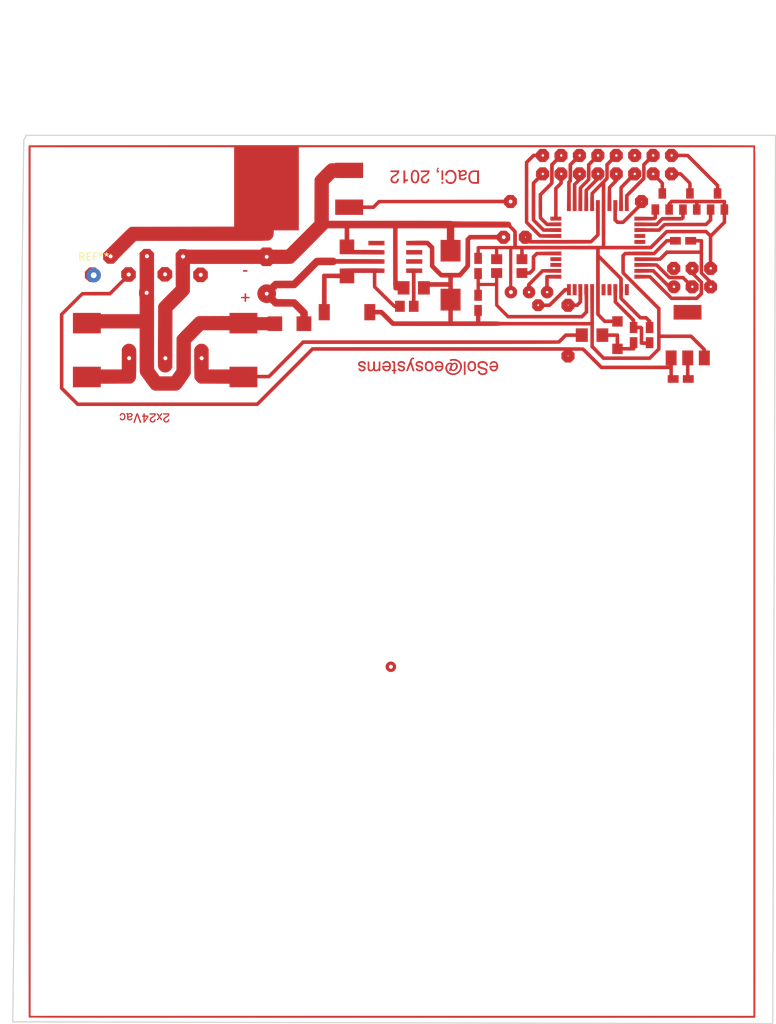
<source format=kicad_pcb>
(kicad_pcb (version 4) (host pcbnew 4.0.7)

  (general
    (links 0)
    (no_connects 0)
    (area 50.851999 22.3322 156.285001 164.794001)
    (thickness 1.6)
    (drawings 5)
    (tracks 0)
    (zones 0)
    (modules 2)
    (nets 1)
  )

  (page A4)
  (layers
    (0 F.Cu signal)
    (31 B.Cu signal)
    (32 B.Adhes user)
    (33 F.Adhes user)
    (34 B.Paste user)
    (35 F.Paste user)
    (36 B.SilkS user)
    (37 F.SilkS user)
    (38 B.Mask user)
    (39 F.Mask user)
    (40 Dwgs.User user)
    (41 Cmts.User user)
    (42 Eco1.User user)
    (43 Eco2.User user)
    (44 Edge.Cuts user)
    (45 Margin user)
    (46 B.CrtYd user)
    (47 F.CrtYd user)
    (48 B.Fab user)
    (49 F.Fab user)
  )

  (setup
    (last_trace_width 0.25)
    (trace_clearance 0.2)
    (zone_clearance 0.508)
    (zone_45_only no)
    (trace_min 0.2)
    (segment_width 0.2)
    (edge_width 0.15)
    (via_size 0.6)
    (via_drill 0.4)
    (via_min_size 0.4)
    (via_min_drill 0.3)
    (uvia_size 0.3)
    (uvia_drill 0.1)
    (uvias_allowed no)
    (uvia_min_size 0.2)
    (uvia_min_drill 0.1)
    (pcb_text_width 0.3)
    (pcb_text_size 1.5 1.5)
    (mod_edge_width 0.15)
    (mod_text_size 1 1)
    (mod_text_width 0.15)
    (pad_size 1.524 1.524)
    (pad_drill 0.762)
    (pad_to_mask_clearance 0.2)
    (aux_axis_origin 0 0)
    (visible_elements FFFFFF7F)
    (pcbplotparams
      (layerselection 0x00030_80000001)
      (usegerberextensions false)
      (excludeedgelayer true)
      (linewidth 0.300000)
      (plotframeref false)
      (viasonmask false)
      (mode 1)
      (useauxorigin false)
      (hpglpennumber 1)
      (hpglpenspeed 20)
      (hpglpendiameter 15)
      (hpglpenoverlay 2)
      (psnegative false)
      (psa4output false)
      (plotreference true)
      (plotvalue true)
      (plotinvisibletext false)
      (padsonsilk false)
      (subtractmaskfromsilk false)
      (outputformat 1)
      (mirror false)
      (drillshape 1)
      (scaleselection 1)
      (outputdirectory ""))
  )

  (net 0 "")

  (net_class Default "Dies ist die voreingestellte Netzklasse."
    (clearance 0.2)
    (trace_width 0.25)
    (via_dia 0.6)
    (via_drill 0.4)
    (uvia_dia 0.3)
    (uvia_drill 0.1)
  )

  (module Private_Lips_footprint:BBB (layer B.Cu) (tedit 0) (tstamp 59DA7D93)
    (at 103.251 23.749)
    (fp_text reference G*** (at 0 0) (layer F.Cu) hide
      (effects (font (thickness 0.3)))
    )
    (fp_text value LOGO (at 0.75 0) (layer F.Cu) hide
      (effects (font (thickness 0.3)))
    )
    (fp_poly (pts (xy 50.151082 140.08582) (xy 50.152455 140.080254) (xy 50.153795 140.067405) (xy 50.155102 140.046683)
      (xy 50.156377 140.017498) (xy 50.157619 139.979261) (xy 50.158829 139.931381) (xy 50.160008 139.873268)
      (xy 50.161156 139.804334) (xy 50.162273 139.723986) (xy 50.163359 139.631637) (xy 50.164414 139.526695)
      (xy 50.16544 139.408571) (xy 50.166436 139.276675) (xy 50.167402 139.130417) (xy 50.16834 138.969207)
      (xy 50.169249 138.792455) (xy 50.170129 138.599572) (xy 50.170981 138.389967) (xy 50.171806 138.16305)
      (xy 50.172603 137.918232) (xy 50.173372 137.654922) (xy 50.174115 137.372531) (xy 50.174832 137.070468)
      (xy 50.175522 136.748145) (xy 50.176186 136.40497) (xy 50.176825 136.040354) (xy 50.177439 135.653707)
      (xy 50.178027 135.244439) (xy 50.178591 134.811961) (xy 50.179131 134.355681) (xy 50.179647 133.875011)
      (xy 50.180139 133.369361) (xy 50.180607 132.83814) (xy 50.181053 132.280758) (xy 50.181476 131.696626)
      (xy 50.181877 131.085154) (xy 50.182255 130.445751) (xy 50.182612 129.777828) (xy 50.182947 129.080795)
      (xy 50.183261 128.354063) (xy 50.183555 127.59704) (xy 50.183827 126.809138) (xy 50.18408 125.989765)
      (xy 50.184313 125.138333) (xy 50.184526 124.254252) (xy 50.18472 123.336931) (xy 50.184896 122.38578)
      (xy 50.185052 121.40021) (xy 50.185191 120.379631) (xy 50.185311 119.323452) (xy 50.185414 118.231085)
      (xy 50.185499 117.101938) (xy 50.185568 115.935422) (xy 50.185619 114.730948) (xy 50.185655 113.487924)
      (xy 50.185674 112.205762) (xy 50.185678 110.883871) (xy 50.185666 109.521662) (xy 50.185639 108.118544)
      (xy 50.185597 106.673927) (xy 50.185541 105.187222) (xy 50.185471 103.657839) (xy 50.185387 102.085187)
      (xy 50.18529 100.468678) (xy 50.185179 98.80772) (xy 50.185055 97.101725) (xy 50.184919 95.350101)
      (xy 50.184771 93.55226) (xy 50.18461 91.70761) (xy 50.184438 89.815564) (xy 50.184255 87.875529)
      (xy 50.184061 85.886917) (xy 50.183856 83.849138) (xy 50.183641 81.761601) (xy 50.183449 79.939926)
      (xy 50.183225 77.82428) (xy 50.183004 75.75888) (xy 50.182788 73.743123) (xy 50.182575 71.776404)
      (xy 50.182364 69.858119) (xy 50.182156 67.987664) (xy 50.181949 66.164435) (xy 50.181743 64.387828)
      (xy 50.181538 62.657237) (xy 50.181332 60.97206) (xy 50.181126 59.331692) (xy 50.180919 57.735529)
      (xy 50.18071 56.182966) (xy 50.180498 54.6734) (xy 50.180284 53.206226) (xy 50.180066 51.78084)
      (xy 50.179844 50.396638) (xy 50.179618 49.053016) (xy 50.179386 47.749369) (xy 50.179149 46.485094)
      (xy 50.178906 45.259585) (xy 50.178655 44.07224) (xy 50.178398 42.922453) (xy 50.178132 41.809621)
      (xy 50.177858 40.73314) (xy 50.177575 39.692404) (xy 50.177282 38.686811) (xy 50.176979 37.715755)
      (xy 50.176665 36.778633) (xy 50.17634 35.87484) (xy 50.176003 35.003773) (xy 50.175653 34.164827)
      (xy 50.175291 33.357398) (xy 50.174915 32.580881) (xy 50.174525 31.834673) (xy 50.174121 31.11817)
      (xy 50.173701 30.430766) (xy 50.173265 29.771859) (xy 50.172813 29.140843) (xy 50.172344 28.537115)
      (xy 50.171858 27.96007) (xy 50.171353 27.409104) (xy 50.17083 26.883614) (xy 50.170288 26.382994)
      (xy 50.169726 25.906641) (xy 50.169144 25.453951) (xy 50.168541 25.024319) (xy 50.167917 24.617141)
      (xy 50.167271 24.231813) (xy 50.166602 23.86773) (xy 50.16591 23.52429) (xy 50.165195 23.200886)
      (xy 50.164455 22.896916) (xy 50.163691 22.611775) (xy 50.162901 22.344858) (xy 50.162086 22.095563)
      (xy 50.161244 21.863283) (xy 50.160375 21.647416) (xy 50.159479 21.447357) (xy 50.158554 21.262502)
      (xy 50.157601 21.092247) (xy 50.156618 20.935987) (xy 50.155606 20.793118) (xy 50.154564 20.663037)
      (xy 50.15349 20.545138) (xy 50.152385 20.438818) (xy 50.151248 20.343473) (xy 50.150079 20.258498)
      (xy 50.148876 20.18329) (xy 50.14764 20.117243) (xy 50.146369 20.059755) (xy 50.145064 20.01022)
      (xy 50.143723 19.968034) (xy 50.142346 19.932594) (xy 50.140933 19.903295) (xy 50.139482 19.879533)
      (xy 50.137994 19.860703) (xy 50.136468 19.846202) (xy 50.134903 19.835425) (xy 50.133299 19.827769)
      (xy 50.131655 19.822628) (xy 50.129971 19.8194) (xy 50.128245 19.817479) (xy 50.127723 19.81707)
      (xy 50.120885 19.815661) (xy 50.103854 19.814288) (xy 50.075999 19.812951) (xy 50.036689 19.81165)
      (xy 49.985295 19.810383) (xy 49.921184 19.809151) (xy 49.843726 19.807952) (xy 49.75229 19.806788)
      (xy 49.646247 19.805656) (xy 49.524964 19.804557) (xy 49.387811 19.803489) (xy 49.234158 19.802454)
      (xy 49.063373 19.80145) (xy 48.874827 19.800476) (xy 48.667887 19.799533) (xy 48.441924 19.79862)
      (xy 48.196307 19.797736) (xy 47.930404 19.796881) (xy 47.643586 19.796055) (xy 47.335221 19.795256)
      (xy 47.004679 19.794485) (xy 46.651329 19.793742) (xy 46.27454 19.793025) (xy 45.873681 19.792334)
      (xy 45.448122 19.791669) (xy 44.997232 19.791029) (xy 44.520381 19.790414) (xy 44.016936 19.789824)
      (xy 43.486269 19.789258) (xy 42.927747 19.788715) (xy 42.340741 19.788195) (xy 41.724619 19.787697)
      (xy 41.078751 19.787222) (xy 40.402506 19.786768) (xy 39.695252 19.786336) (xy 38.956361 19.785925)
      (xy 38.1852 19.785533) (xy 37.381139 19.785162) (xy 36.543548 19.78481) (xy 35.671795 19.784477)
      (xy 34.765249 19.784162) (xy 33.823281 19.783866) (xy 32.845259 19.783587) (xy 31.830552 19.783325)
      (xy 30.77853 19.78308) (xy 29.688562 19.782851) (xy 28.560017 19.782638) (xy 27.392265 19.78244)
      (xy 26.184675 19.782258) (xy 24.936615 19.782089) (xy 23.647456 19.781934) (xy 22.316566 19.781793)
      (xy 20.943315 19.781665) (xy 19.527073 19.78155) (xy 18.067207 19.781447) (xy 16.563088 19.781355)
      (xy 15.014084 19.781275) (xy 13.419566 19.781205) (xy 11.778902 19.781146) (xy 10.091462 19.781097)
      (xy 8.356614 19.781057) (xy 6.573728 19.781026) (xy 4.742174 19.781003) (xy 2.86132 19.780989)
      (xy 0.930536 19.780982) (xy 0.026223 19.780981) (xy -1.913554 19.780983) (xy -3.803129 19.780991)
      (xy -5.643153 19.781005) (xy -7.434275 19.781025) (xy -9.177144 19.781051) (xy -10.872411 19.781085)
      (xy -12.520724 19.781127) (xy -14.122734 19.781177) (xy -15.67909 19.781236) (xy -17.190442 19.781305)
      (xy -18.657439 19.781383) (xy -20.080731 19.781472) (xy -21.460967 19.781571) (xy -22.798798 19.781682)
      (xy -24.094872 19.781805) (xy -25.34984 19.781941) (xy -26.56435 19.782089) (xy -27.739054 19.782251)
      (xy -28.874599 19.782427) (xy -29.971637 19.782618) (xy -31.030815 19.782823) (xy -32.052785 19.783044)
      (xy -33.038196 19.783281) (xy -33.987697 19.783535) (xy -34.901937 19.783806) (xy -35.781568 19.784094)
      (xy -36.627237 19.7844) (xy -37.439595 19.784725) (xy -38.219292 19.785069) (xy -38.966976 19.785433)
      (xy -39.683298 19.785817) (xy -40.368907 19.786222) (xy -41.024454 19.786648) (xy -41.650586 19.787095)
      (xy -42.247955 19.787565) (xy -42.817209 19.788057) (xy -43.358999 19.788573) (xy -43.873973 19.789112)
      (xy -44.362782 19.789676) (xy -44.826075 19.790264) (xy -45.264502 19.790878) (xy -45.678712 19.791518)
      (xy -46.069355 19.792183) (xy -46.437081 19.792876) (xy -46.782539 19.793596) (xy -47.106379 19.794344)
      (xy -47.40925 19.79512) (xy -47.691802 19.795925) (xy -47.954685 19.79676) (xy -48.198549 19.797624)
      (xy -48.424042 19.798519) (xy -48.631814 19.799445) (xy -48.822516 19.800402) (xy -48.996797 19.801391)
      (xy -49.155305 19.802413) (xy -49.298692 19.803467) (xy -49.427607 19.804555) (xy -49.542698 19.805677)
      (xy -49.644617 19.806834) (xy -49.734011 19.808026) (xy -49.811532 19.809253) (xy -49.877829 19.810516)
      (xy -49.933551 19.811816) (xy -49.979347 19.813153) (xy -50.015869 19.814528) (xy -50.043764 19.81594)
      (xy -50.063683 19.817392) (xy -50.076275 19.818882) (xy -50.082191 19.820412) (xy -50.082431 19.820561)
      (xy -50.138939 19.860141) (xy -50.138939 79.972032) (xy -50.138934 82.181995) (xy -50.138918 84.341593)
      (xy -50.138891 86.451311) (xy -50.138853 88.511634) (xy -50.138804 90.523049) (xy -50.138743 92.486039)
      (xy -50.138671 94.401092) (xy -50.138586 96.268692) (xy -50.138489 98.089324) (xy -50.138379 99.863475)
      (xy -50.138257 101.59163) (xy -50.138121 103.274273) (xy -50.137972 104.911891) (xy -50.13781 106.50497)
      (xy -50.137633 108.053993) (xy -50.137443 109.559448) (xy -50.137238 111.021819) (xy -50.137019 112.441592)
      (xy -50.136785 113.819252) (xy -50.136536 115.155285) (xy -50.136272 116.450176) (xy -50.135992 117.70441)
      (xy -50.135696 118.918474) (xy -50.135384 120.092853) (xy -50.135056 121.228031) (xy -50.134711 122.324495)
      (xy -50.13435 123.382729) (xy -50.133972 124.40322) (xy -50.133576 125.386453) (xy -50.133163 126.332913)
      (xy -50.132732 127.243086) (xy -50.132283 128.117457) (xy -50.131816 128.956512) (xy -50.13133 129.760735)
      (xy -50.130826 130.530613) (xy -50.130302 131.266632) (xy -50.129759 131.969275) (xy -50.129197 132.63903)
      (xy -50.128615 133.27638) (xy -50.128013 133.881813) (xy -50.127391 134.455813) (xy -50.126749 134.998865)
      (xy -50.126085 135.511456) (xy -50.125401 135.99407) (xy -50.124696 136.447193) (xy -50.123969 136.871311)
      (xy -50.12322 137.266908) (xy -50.12245 137.634471) (xy -50.121657 137.974485) (xy -50.120842 138.287435)
      (xy -50.120004 138.573807) (xy -50.119143 138.834086) (xy -50.118259 139.068758) (xy -50.117351 139.278308)
      (xy -50.11642 139.463221) (xy -50.115465 139.623984) (xy -50.114486 139.761081) (xy -50.113483 139.874997)
      (xy -50.113306 139.890691) (xy -49.859259 139.890691) (xy -49.859259 20.060661) (xy -21.764164 20.060661)
      (xy -21.764164 31.018663) (xy -28.864214 31.025197) (xy -35.964264 31.031732) (xy -36.12953 31.107178)
      (xy -36.158832 31.121586) (xy -36.190196 31.139746) (xy -36.225914 31.16383) (xy -36.268278 31.196007)
      (xy -36.31958 31.238446) (xy -36.382112 31.293319) (xy -36.458166 31.362795) (xy -36.550033 31.449045)
      (xy -36.660007 31.554237) (xy -36.790378 31.680543) (xy -36.943439 31.830133) (xy -37.121482 32.005177)
      (xy -37.326799 32.207844) (xy -37.561681 32.440305) (xy -37.828421 32.70473) (xy -38.070516 32.944934)
      (xy -39.846237 34.707245) (xy -39.843207 35.112513) (xy -39.104304 35.112513) (xy -39.096476 35.034627)
      (xy -39.065682 34.972854) (xy -39.017858 34.919279) (xy -38.951475 34.862566) (xy -38.888357 34.837488)
      (xy -38.824625 34.832833) (xy -38.746739 34.840661) (xy -38.684966 34.871455) (xy -38.631391 34.919279)
      (xy -38.575842 34.983339) (xy -38.550703 35.044119) (xy -38.544945 35.124639) (xy -38.551881 35.210357)
      (xy -38.579257 35.271956) (xy -38.619265 35.317872) (xy -38.679602 35.367111) (xy -38.744793 35.3885)
      (xy -38.812499 35.392192) (xy -38.895097 35.386006) (xy -38.955588 35.360095) (xy -39.017858 35.305746)
      (xy -39.074571 35.239363) (xy -39.09965 35.176245) (xy -39.104304 35.112513) (xy -39.843207 35.112513)
      (xy -39.839879 35.557457) (xy -39.555139 35.843494) (xy -39.270399 36.12953) (xy -38.405901 36.12953)
      (xy -38.119467 35.843908) (xy -38.02204 35.745215) (xy -37.93883 35.657981) (xy -37.87597 35.588873)
      (xy -37.839596 35.54456) (xy -37.833033 35.532541) (xy -37.815495 35.510728) (xy -37.764801 35.455975)
      (xy -37.683828 35.37122) (xy -37.575458 35.259402) (xy -37.442568 35.123458) (xy -37.288039 34.966326)
      (xy -37.114748 34.790946) (xy -36.925575 34.600254) (xy -36.7234 34.39719) (xy -36.568214 34.241786)
      (xy -35.303394 32.976777) (xy -26.211394 32.976777) (xy -25.396355 32.976803) (xy -24.630603 32.976863)
      (xy -23.91257 32.976933) (xy -23.240692 32.976987) (xy -22.613404 32.976998) (xy -22.02914 32.976942)
      (xy -21.486335 32.976792) (xy -20.983423 32.976523) (xy -20.518839 32.97611) (xy -20.091018 32.975527)
      (xy -19.698395 32.974748) (xy -19.339403 32.973747) (xy -19.012479 32.972499) (xy -18.716056 32.970979)
      (xy -18.448569 32.969161) (xy -18.208453 32.967018) (xy -17.994142 32.964526) (xy -17.804071 32.961659)
      (xy -17.636675 32.958392) (xy -17.490389 32.954697) (xy -17.363647 32.950551) (xy -17.254883 32.945928)
      (xy -17.162533 32.940801) (xy -17.085031 32.935145) (xy -17.020812 32.928935) (xy -16.96831 32.922145)
      (xy -16.92596 32.914749) (xy -16.892197 32.906721) (xy -16.865456 32.898037) (xy -16.84417 32.888671)
      (xy -16.826776 32.878596) (xy -16.811706 32.867787) (xy -16.797397 32.856219) (xy -16.782283 32.843866)
      (xy -16.764797 32.830702) (xy -16.751828 32.821961) (xy -16.599191 32.696612) (xy -16.47008 32.536227)
      (xy -16.375963 32.35517) (xy -16.373032 32.347551) (xy -16.346841 32.265754) (xy -16.328066 32.172851)
      (xy -16.314945 32.056519) (xy -16.305719 31.904436) (xy -16.304016 31.864414) (xy -16.290486 31.527528)
      (xy -12.83984 31.527528) (xy -12.83984 20.060661) (xy 49.91011 20.060661) (xy 49.91011 139.890691)
      (xy -49.859259 139.890691) (xy -50.113306 139.890691) (xy -50.112454 139.96622) (xy -50.111401 140.035233)
      (xy -50.110323 140.082522) (xy -50.109219 140.108573) (xy -50.108428 140.114434) (xy -50.096884 140.115662)
      (xy -50.064382 140.116859) (xy -50.01039 140.118025) (xy -49.934377 140.119162) (xy -49.835811 140.120269)
      (xy -49.714161 140.121346) (xy -49.568895 140.122394) (xy -49.399482 140.123414) (xy -49.205389 140.124405)
      (xy -48.986085 140.125369) (xy -48.741038 140.126304) (xy -48.469718 140.127212) (xy -48.171591 140.128093)
      (xy -47.846127 140.128947) (xy -47.492794 140.129775) (xy -47.11106 140.130577) (xy -46.700393 140.131353)
      (xy -46.260263 140.132103) (xy -45.790137 140.132828) (xy -45.289483 140.133529) (xy -44.75777 140.134205)
      (xy -44.194467 140.134856) (xy -43.599041 140.135484) (xy -42.970961 140.136088) (xy -42.309696 140.136669)
      (xy -41.614714 140.137228) (xy -40.885482 140.137763) (xy -40.12147 140.138277) (xy -39.322146 140.138768)
      (xy -38.486978 140.139238) (xy -37.615435 140.139687) (xy -36.706984 140.140114) (xy -35.761095 140.140521)
      (xy -34.777235 140.140908) (xy -33.754873 140.141275) (xy -32.693478 140.141622) (xy -31.592517 140.14195)
      (xy -30.451459 140.142258) (xy -29.269773 140.142549) (xy -28.046926 140.14282) (xy -26.782387 140.143074)
      (xy -25.475625 140.14331) (xy -24.126108 140.143529) (xy -22.733303 140.14373) (xy -21.296681 140.143915)
      (xy -19.815708 140.144083) (xy -18.289853 140.144236) (xy -16.718585 140.144372) (xy -15.101372 140.144493)
      (xy -13.437682 140.144599) (xy -11.726984 140.14469) (xy -9.968745 140.144767) (xy -8.162436 140.14483)
      (xy -6.307522 140.144878) (xy -4.403474 140.144913) (xy -2.449759 140.144935) (xy -0.445846 140.144945)
      (xy 50.112341 140.144945) (xy 50.151082 140.08582)) (layer F.Cu) (width 0.01))
    (fp_poly (pts (xy 23.391391 32.029029) (xy 21.989405 32.047877) (xy 20.587419 32.066724) (xy 19.71383 31.19341)
      (xy 18.84024 30.320096) (xy 18.84024 22.259382) (xy 19.667128 21.433634) (xy 19.787618 21.433634)
      (xy 19.860409 21.435732) (xy 19.895795 21.447253) (xy 19.907196 21.476034) (xy 19.908108 21.504008)
      (xy 19.915918 21.540995) (xy 19.94261 21.587913) (xy 19.993077 21.650959) (xy 20.072211 21.736326)
      (xy 20.169153 21.834538) (xy 20.430198 22.094695) (xy 21.218276 22.094695) (xy 21.465795 21.829634)
      (xy 21.713313 21.564572) (xy 21.713313 20.819612) (xy 21.465795 20.554551) (xy 21.218276 20.28949)
      (xy 20.421045 20.28949) (xy 20.165 20.562813) (xy 20.048797 20.691036) (xy 19.966452 20.791246)
      (xy 19.919532 20.861421) (xy 19.908531 20.893343) (xy 19.905572 20.920787) (xy 19.890572 20.937674)
      (xy 19.853599 20.946558) (xy 19.784721 20.949998) (xy 19.686278 20.950551) (xy 19.464449 20.950551)
      (xy 19.239632 21.175368) (xy 20.670842 21.175368) (xy 20.697065 21.094101) (xy 20.71295 21.073323)
      (xy 20.777619 21.035607) (xy 20.860891 21.028671) (xy 20.941164 21.052157) (xy 20.975976 21.077678)
      (xy 21.01994 21.152818) (xy 21.017284 21.235989) (xy 20.968534 21.316164) (xy 20.964419 21.320375)
      (xy 20.891363 21.37215) (xy 20.818791 21.375277) (xy 20.737922 21.330132) (xy 20.737863 21.330087)
      (xy 20.685039 21.26019) (xy 20.670842 21.175368) (xy 19.239632 21.175368) (xy 18.910803 21.504196)
      (xy 18.357157 22.057842) (xy 18.357157 26.260422) (xy 18.357269 26.853574) (xy 18.357612 27.397127)
      (xy 18.358193 27.892333) (xy 18.359021 28.340444) (xy 18.360103 28.742711) (xy 18.361449 29.100386)
      (xy 18.363067 29.414722) (xy 18.364964 29.686969) (xy 18.367149 29.918379) (xy 18.369631 30.110205)
      (xy 18.372417 30.263697) (xy 18.375515 30.380108) (xy 18.378935 30.46069) (xy 18.382684 30.506693)
      (xy 18.385246 30.518538) (xy 18.409351 30.54883) (xy 18.4656 30.610617) (xy 18.549861 30.699757)
      (xy 18.658006 30.812109) (xy 18.785905 30.943529) (xy 18.929429 31.089875) (xy 19.084446 31.247005)
      (xy 19.246829 31.410775) (xy 19.412446 31.577044) (xy 19.577169 31.741669) (xy 19.736867 31.900507)
      (xy 19.887411 32.049417) (xy 20.024672 32.184255) (xy 20.144519 32.300879) (xy 20.242823 32.395146)
      (xy 20.315453 32.462915) (xy 20.358282 32.500041) (xy 20.365766 32.505192) (xy 20.390905 32.512792)
      (xy 20.438119 32.519595) (xy 20.510703 32.525715) (xy 20.611949 32.531262) (xy 20.745154 32.536348)
      (xy 20.91361 32.541085) (xy 21.120611 32.545586) (xy 21.369452 32.54996) (xy 21.663427 32.554321)
      (xy 21.91036 32.557585) (xy 23.391391 32.576377) (xy 23.391391 32.029029)) (layer F.Cu) (width 0.01))
    (fp_poly (pts (xy 23.391391 30.427147) (xy 22.452765 30.439463) (xy 21.514138 30.451778) (xy 21.130642 30.067683)
      (xy 20.747147 29.683588) (xy 20.747147 26.709092) (xy 21.51246 25.946488) (xy 21.676741 25.781717)
      (xy 21.83061 25.625331) (xy 21.970096 25.481517) (xy 22.091227 25.354465) (xy 22.19003 25.248361)
      (xy 22.262533 25.167394) (xy 22.304765 25.115751) (xy 22.31336 25.102068) (xy 22.321839 25.074084)
      (xy 22.328925 25.029753) (xy 22.334731 24.96497) (xy 22.339367 24.87563) (xy 22.342945 24.757628)
      (xy 22.345577 24.60686) (xy 22.347374 24.41922) (xy 22.348448 24.190605) (xy 22.34891 23.916908)
      (xy 22.348949 23.792225) (xy 22.348949 22.564198) (xy 22.624235 22.289765) (xy 22.73072 22.184646)
      (xy 22.807709 22.111894) (xy 22.8609 22.067172) (xy 22.895987 22.04614) (xy 22.918668 22.04446)
      (xy 22.932453 22.055014) (xy 22.953266 22.070495) (xy 22.990944 22.081488) (xy 23.05305 22.088692)
      (xy 23.14715 22.092803) (xy 23.280808 22.094518) (xy 23.363102 22.094695) (xy 23.760819 22.094695)
      (xy 24.008337 21.829634) (xy 24.255856 21.564572) (xy 24.255856 20.819612) (xy 24.008337 20.554551)
      (xy 23.760819 20.28949) (xy 22.963587 20.28949) (xy 22.451497 20.836136) (xy 22.451111 21.175368)
      (xy 23.213384 21.175368) (xy 23.239608 21.094101) (xy 23.255492 21.073323) (xy 23.320162 21.035607)
      (xy 23.403434 21.028671) (xy 23.483707 21.052157) (xy 23.518518 21.077678) (xy 23.562483 21.152818)
      (xy 23.559827 21.235989) (xy 23.511076 21.316164) (xy 23.506961 21.320375) (xy 23.433906 21.37215)
      (xy 23.361334 21.375277) (xy 23.280464 21.330132) (xy 23.280406 21.330087) (xy 23.227581 21.26019)
      (xy 23.213384 21.175368) (xy 22.451111 21.175368) (xy 22.451074 21.207221) (xy 22.451427 21.353122)
      (xy 22.453589 21.456881) (xy 22.458633 21.527202) (xy 22.467632 21.572789) (xy 22.481657 21.602345)
      (xy 22.501781 21.624575) (xy 22.502596 21.625315) (xy 22.519506 21.642347) (xy 22.52685 21.660145)
      (xy 22.520627 21.684038) (xy 22.496842 21.719359) (xy 22.451495 21.771438) (xy 22.380589 21.845605)
      (xy 22.280125 21.947193) (xy 22.203847 22.023674) (xy 21.853153 22.375024) (xy 21.839159 24.92963)
      (xy 21.051612 25.718751) (xy 20.264064 26.507873) (xy 20.264064 28.167211) (xy 20.264214 28.507112)
      (xy 20.264713 28.799703) (xy 20.265635 29.048525) (xy 20.267055 29.257118) (xy 20.269046 29.429023)
      (xy 20.271684 29.567781) (xy 20.275041 29.676931) (xy 20.279192 29.760014) (xy 20.284211 29.820571)
      (xy 20.290173 29.862143) (xy 20.297151 29.888269) (xy 20.300254 29.895207) (xy 20.327581 29.930969)
      (xy 20.386166 29.996782) (xy 20.470843 30.087215) (xy 20.576446 30.196833) (xy 20.697809 30.320206)
      (xy 20.827831 30.449986) (xy 21.319219 30.936107) (xy 21.749156 30.952138) (xy 21.908252 30.957)
      (xy 22.102786 30.96127) (xy 22.317345 30.964708) (xy 22.536516 30.967075) (xy 22.744888 30.968134)
      (xy 22.785242 30.968168) (xy 23.391391 30.968168) (xy 23.391391 30.427147)) (layer F.Cu) (width 0.01))
    (fp_poly (pts (xy 24.697958 26.924412) (xy 24.679943 24.990966) (xy 24.878779 24.787388) (xy 24.893481 22.562214)
      (xy 25.167772 22.288774) (xy 25.274037 22.183878) (xy 25.350822 22.111347) (xy 25.403835 22.066838)
      (xy 25.438786 22.046006) (xy 25.461384 22.044508) (xy 25.474996 22.055014) (xy 25.495809 22.070495)
      (xy 25.533486 22.081488) (xy 25.595593 22.088692) (xy 25.689692 22.092803) (xy 25.823351 22.094518)
      (xy 25.905645 22.094695) (xy 26.303361 22.094695) (xy 26.55088 21.829634) (xy 26.798398 21.564572)
      (xy 26.798398 20.819612) (xy 26.55088 20.554551) (xy 26.303361 20.28949) (xy 25.50613 20.28949)
      (xy 24.99404 20.836136) (xy 24.993653 21.175368) (xy 25.755927 21.175368) (xy 25.78215 21.094101)
      (xy 25.798035 21.073323) (xy 25.862704 21.035607) (xy 25.945976 21.028671) (xy 26.026249 21.052157)
      (xy 26.061061 21.077678) (xy 26.105025 21.152818) (xy 26.10237 21.235989) (xy 26.053619 21.316164)
      (xy 26.049504 21.320375) (xy 25.976448 21.37215) (xy 25.903876 21.375277) (xy 25.823007 21.330132)
      (xy 25.822948 21.330087) (xy 25.770124 21.26019) (xy 25.755927 21.175368) (xy 24.993653 21.175368)
      (xy 24.993616 21.207221) (xy 24.99397 21.353122) (xy 24.996132 21.456881) (xy 25.001176 21.527202)
      (xy 25.010174 21.572789) (xy 25.024199 21.602345) (xy 25.044324 21.624575) (xy 25.045138 21.625315)
      (xy 25.062049 21.642347) (xy 25.069392 21.660145) (xy 25.06317 21.684038) (xy 25.039384 21.719359)
      (xy 24.994037 21.771437) (xy 24.923129 21.845605) (xy 24.822665 21.947192) (xy 24.746389 22.02367)
      (xy 24.395696 22.375016) (xy 24.388554 23.484846) (xy 24.381412 24.594675) (xy 24.293208 24.692306)
      (xy 24.205005 24.789936) (xy 24.204974 25.698822) (xy 24.20452 25.936359) (xy 24.203244 26.212295)
      (xy 24.201247 26.514183) (xy 24.198634 26.82958) (xy 24.195507 27.146041) (xy 24.191969 27.451121)
      (xy 24.188124 27.732376) (xy 24.188118 27.732783) (xy 24.171293 28.857858) (xy 24.715972 28.857858)
      (xy 24.697958 26.924412)) (layer F.Cu) (width 0.01))
    (fp_poly (pts (xy 26.28989 25.741763) (xy 26.838961 25.195857) (xy 26.977359 25.057104) (xy 27.10447 24.927463)
      (xy 27.215623 24.811872) (xy 27.306144 24.715273) (xy 27.371359 24.642606) (xy 27.406596 24.598811)
      (xy 27.411033 24.591088) (xy 27.416163 24.553122) (xy 27.420895 24.470223) (xy 27.425098 24.348306)
      (xy 27.428642 24.193288) (xy 27.431397 24.011087) (xy 27.433231 23.807617) (xy 27.434015 23.588796)
      (xy 27.434034 23.548212) (xy 27.434034 22.564198) (xy 27.70932 22.289765) (xy 27.815805 22.184646)
      (xy 27.892794 22.111894) (xy 27.945985 22.067172) (xy 27.981072 22.04614) (xy 28.003753 22.04446)
      (xy 28.017538 22.055014) (xy 28.038352 22.070495) (xy 28.076029 22.081488) (xy 28.138135 22.088692)
      (xy 28.232235 22.092803) (xy 28.365893 22.094518) (xy 28.448187 22.094695) (xy 28.845904 22.094695)
      (xy 29.093422 21.829634) (xy 29.340941 21.564572) (xy 29.340941 20.819612) (xy 29.093422 20.554551)
      (xy 28.845904 20.28949) (xy 28.048672 20.28949) (xy 27.536582 20.836136) (xy 27.536196 21.175368)
      (xy 28.298469 21.175368) (xy 28.324693 21.094101) (xy 28.340577 21.073323) (xy 28.405247 21.035607)
      (xy 28.488519 21.028671) (xy 28.568792 21.052157) (xy 28.603604 21.077678) (xy 28.647568 21.152818)
      (xy 28.644912 21.235989) (xy 28.596162 21.316164) (xy 28.592047 21.320375) (xy 28.518991 21.37215)
      (xy 28.446419 21.375277) (xy 28.365549 21.330132) (xy 28.365491 21.330087) (xy 28.312666 21.26019)
      (xy 28.298469 21.175368) (xy 27.536196 21.175368) (xy 27.536159 21.207221) (xy 27.536512 21.353122)
      (xy 27.538675 21.456881) (xy 27.543719 21.527202) (xy 27.552717 21.572789) (xy 27.566742 21.602345)
      (xy 27.586866 21.624575) (xy 27.587681 21.625315) (xy 27.604591 21.642347) (xy 27.611935 21.660145)
      (xy 27.605712 21.684038) (xy 27.581926 21.719359) (xy 27.536579 21.771437) (xy 27.465671 21.845605)
      (xy 27.365206 21.947192) (xy 27.288932 22.023668) (xy 26.938238 22.375012) (xy 26.931075 23.412268)
      (xy 26.923913 24.449525) (xy 26.366514 25.004983) (xy 26.182265 25.190432) (xy 26.033189 25.344478)
      (xy 25.919849 25.466507) (xy 25.842811 25.555904) (xy 25.802637 25.612053) (xy 25.796715 25.626417)
      (xy 25.794256 25.663012) (xy 25.791418 25.745898) (xy 25.788282 25.870519) (xy 25.784929 26.032318)
      (xy 25.78144 26.226737) (xy 25.777896 26.449219) (xy 25.774378 26.695207) (xy 25.770968 26.960145)
      (xy 25.767747 27.239474) (xy 25.767362 27.275125) (xy 25.750408 28.857858) (xy 26.28989 28.857858)
      (xy 26.28989 25.741763)) (layer F.Cu) (width 0.01))
    (fp_poly (pts (xy -31.026201 51.106755) (xy -30.830982 51.030571) (xy -30.653322 50.916211) (xy -30.500916 50.767799)
      (xy -30.381458 50.589461) (xy -30.362536 50.55129) (xy -30.294394 50.405906) (xy -30.281044 42.575512)
      (xy -29.153464 41.443762) (xy -28.918854 41.208004) (xy -28.717662 41.005109) (xy -28.547168 40.832167)
      (xy -28.404651 40.686269) (xy -28.287389 40.564504) (xy -28.192661 40.463964) (xy -28.117746 40.381737)
      (xy -28.059923 40.314915) (xy -28.016471 40.260587) (xy -27.984668 40.215843) (xy -27.961793 40.177775)
      (xy -27.952432 40.159459) (xy -27.878979 40.006907) (xy -27.865031 36.154955) (xy -18.164875 36.154955)
      (xy -18.013914 36.307508) (xy -17.862953 36.46006) (xy -16.741051 36.46006) (xy -16.59009 36.307508)
      (xy -16.439129 36.154955) (xy -15.190172 36.154955) (xy -14.890459 36.15486) (xy -14.636934 36.154282)
      (xy -14.424933 36.152788) (xy -14.249792 36.14994) (xy -14.106848 36.145302) (xy -13.991439 36.138438)
      (xy -13.8989 36.128914) (xy -13.824568 36.116291) (xy -13.763779 36.100135) (xy -13.711871 36.08001)
      (xy -13.66418 36.055479) (xy -13.616042 36.026107) (xy -13.583058 36.004705) (xy -13.550486 35.977104)
      (xy -13.484455 35.915527) (xy -13.387212 35.822205) (xy -13.261006 35.699367) (xy -13.108085 35.549245)
      (xy -12.930694 35.374067) (xy -12.731083 35.176064) (xy -12.511499 34.957467) (xy -12.27419 34.720506)
      (xy -12.021402 34.46741) (xy -11.755384 34.200409) (xy -11.478384 33.921735) (xy -11.192648 33.633617)
      (xy -11.149049 33.589598) (xy -8.835335 31.253154) (xy -6.508909 31.247848) (xy -6.508909 32.798799)
      (xy -7.195395 32.798799) (xy -7.195395 34.805089) (xy -6.756807 34.819992) (xy -6.669912 34.822184)
      (xy -6.536278 34.824511) (xy -6.360012 34.826938) (xy -6.145227 34.82943) (xy -5.896031 34.83195)
      (xy -5.616535 34.834463) (xy -5.310849 34.836934) (xy -4.983083 34.839326) (xy -4.637347 34.841604)
      (xy -4.277751 34.843732) (xy -3.908406 34.845675) (xy -3.667618 34.846809) (xy -1.017017 34.858724)
      (xy -1.017017 34.256254) (xy -1.798849 34.239483) (xy -1.989295 34.236005) (xy -2.221163 34.232769)
      (xy -2.485023 34.229851) (xy -2.771446 34.227326) (xy -3.071002 34.225272) (xy -3.374262 34.223764)
      (xy -3.671798 34.222878) (xy -3.883734 34.222667) (xy -5.186787 34.222623) (xy -5.186787 32.798799)
      (xy -5.873273 32.798799) (xy -5.873273 31.247848) (xy 0.178244 31.247848) (xy 0.177743 34.648499)
      (xy 0.177813 35.076486) (xy 0.178141 35.500819) (xy 0.17871 35.917596) (xy 0.179504 36.322914)
      (xy 0.180509 36.712871) (xy 0.181708 37.083564) (xy 0.183087 37.431091) (xy 0.184628 37.751549)
      (xy 0.186317 38.041037) (xy 0.188138 38.295651) (xy 0.190076 38.51149) (xy 0.192114 38.68465)
      (xy 0.194237 38.81123) (xy 0.194441 38.82062) (xy 0.1995 39.039964) (xy 0.204136 39.214371)
      (xy 0.208841 39.349744) (xy 0.214108 39.451988) (xy 0.22043 39.527008) (xy 0.228299 39.580708)
      (xy 0.238209 39.618992) (xy 0.250653 39.647766) (xy 0.265492 39.672001) (xy 0.324457 39.741767)
      (xy 0.395951 39.78576) (xy 0.492245 39.808831) (xy 0.625605 39.815831) (xy 0.629279 39.815841)
      (xy 0.813614 39.816216) (xy 0.813614 40.375576) (xy 2.440841 40.375576) (xy 2.440841 38.544945)
      (xy 0.81554 38.544945) (xy 0.807386 37.991942) (xy 0.806284 37.894532) (xy 0.80513 37.750136)
      (xy 0.803938 37.562616) (xy 0.802724 37.335837) (xy 0.801502 37.073663) (xy 0.800286 36.779957)
      (xy 0.799092 36.458584) (xy 0.797934 36.113407) (xy 0.796827 35.748291) (xy 0.795785 35.367098)
      (xy 0.794823 34.973694) (xy 0.793956 34.571941) (xy 0.793515 34.343393) (xy 0.787798 31.247848)
      (xy 7.602202 31.247848) (xy 7.602202 32.84965) (xy 6.737738 32.84965) (xy 6.737738 35.824424)
      (xy 9.483684 35.824424) (xy 9.483684 32.84965) (xy 8.619219 32.84965) (xy 8.619219 31.146146)
      (xy 16.133195 31.146146) (xy 16.444275 31.457975) (xy 16.755355 31.769803) (xy 16.755355 33.655449)
      (xy 16.446258 33.672069) (xy 16.372979 33.674631) (xy 16.253304 33.677073) (xy 16.091688 33.679364)
      (xy 15.892586 33.681474) (xy 15.660453 33.683373) (xy 15.399743 33.68503) (xy 15.114913 33.686415)
      (xy 14.810417 33.687499) (xy 14.490709 33.68825) (xy 14.160244 33.688639) (xy 13.994123 33.688689)
      (xy 11.851084 33.688689) (xy 11.779746 33.749992) (xy 11.708408 33.811294) (xy 11.700302 34.220362)
      (xy 11.692196 34.629429) (xy 11.390591 34.629429) (xy 11.390591 36.154955) (xy 12.433033 36.154955)
      (xy 12.433033 34.629429) (xy 12.153353 34.629429) (xy 12.153353 34.120921) (xy 14.238238 34.120921)
      (xy 14.238238 34.832833) (xy 13.704304 34.832833) (xy 13.704304 36.18038) (xy 15.22983 36.18038)
      (xy 15.22983 34.832833) (xy 14.695896 34.832833) (xy 14.695896 34.120921) (xy 16.195996 34.120921)
      (xy 16.195901 36.66982) (xy 16.195805 39.218719) (xy 16.082841 39.265171) (xy 15.92485 39.35611)
      (xy 15.785165 39.487897) (xy 15.673205 39.651312) (xy 15.657643 39.681499) (xy 15.59017 39.873978)
      (xy 15.570905 40.070089) (xy 16.154358 40.070089) (xy 16.170774 39.955439) (xy 16.226605 39.859106)
      (xy 16.312968 39.795762) (xy 16.418502 39.769571) (xy 16.531847 39.784697) (xy 16.580643 39.805192)
      (xy 16.65481 39.86935) (xy 16.705073 39.963153) (xy 16.722845 40.067755) (xy 16.718886 40.108652)
      (xy 16.677397 40.205646) (xy 16.601428 40.280994) (xy 16.504595 40.326467) (xy 16.400515 40.333836)
      (xy 16.361338 40.32475) (xy 16.253008 40.265972) (xy 16.182572 40.178288) (xy 16.154358 40.070089)
      (xy 15.570905 40.070089) (xy 15.570521 40.073989) (xy 15.598135 40.27342) (xy 15.672453 40.464159)
      (xy 15.716885 40.538861) (xy 15.78742 40.627743) (xy 15.873996 40.713807) (xy 15.914259 40.746486)
      (xy 16.090102 40.846447) (xy 16.278795 40.902395) (xy 16.472418 40.91565) (xy 16.663052 40.887535)
      (xy 16.842779 40.819372) (xy 17.00368 40.712481) (xy 17.137837 40.568185) (xy 17.15819 40.538861)
      (xy 17.23364 40.404051) (xy 17.278507 40.266463) (xy 17.297925 40.107634) (xy 17.299727 40.02976)
      (xy 17.29576 39.919204) (xy 17.279413 39.830803) (xy 17.244599 39.738798) (xy 17.217432 39.681499)
      (xy 17.102612 39.502583) (xy 16.953333 39.35992) (xy 16.772886 39.256635) (xy 16.766522 39.253968)
      (xy 16.628228 39.196649) (xy 16.628228 34.146346) (xy 17.721521 34.146346) (xy 17.721521 34.832833)
      (xy 17.213013 34.832833) (xy 17.213013 36.18038) (xy 18.713113 36.18038) (xy 18.713113 34.832833)
      (xy 18.204605 34.832833) (xy 18.204605 34.151485) (xy 23.200129 34.150198) (xy 28.195653 34.148912)
      (xy 28.193139 38.603435) (xy 28.192972 39.07681) (xy 28.193003 39.537214) (xy 28.193225 39.982007)
      (xy 28.193628 40.408548) (xy 28.194205 40.814196) (xy 28.194946 41.196311) (xy 28.195842 41.552252)
      (xy 28.196884 41.879378) (xy 28.198065 42.175048) (xy 28.199375 42.436623) (xy 28.200805 42.661462)
      (xy 28.202347 42.846923) (xy 28.203992 42.990366) (xy 28.20573 43.089151) (xy 28.207555 43.140637)
      (xy 28.208202 43.146947) (xy 28.220162 43.180541) (xy 28.246643 43.224587) (xy 28.291159 43.28316)
      (xy 28.357228 43.360335) (xy 28.448363 43.460188) (xy 28.56808 43.586793) (xy 28.719895 43.744226)
      (xy 28.751578 43.776848) (xy 29.277377 44.31776) (xy 29.855806 44.317138) (xy 30.434234 44.316517)
      (xy 30.434234 44.7996) (xy 31.858058 44.7996) (xy 31.858058 43.375776) (xy 30.434234 43.375776)
      (xy 30.434234 43.833433) (xy 29.47234 43.833433) (xy 29.088822 43.434029) (xy 28.705305 43.034625)
      (xy 28.705305 35.608369) (xy 30.046496 36.949561) (xy 31.387688 38.290753) (xy 31.387688 39.6192)
      (xy 31.38781 39.915812) (xy 31.388262 40.165823) (xy 31.389174 40.373486) (xy 31.390676 40.543051)
      (xy 31.392897 40.67877) (xy 31.395967 40.784892) (xy 31.400016 40.865669) (xy 31.405173 40.925352)
      (xy 31.411568 40.968192) (xy 31.41933 40.998439) (xy 31.42859 41.020345) (xy 31.430535 41.023924)
      (xy 31.455357 41.054184) (xy 31.512835 41.116516) (xy 31.599514 41.20747) (xy 31.711942 41.323597)
      (xy 31.846664 41.461445) (xy 32.000227 41.617565) (xy 32.169178 41.788507) (xy 32.350063 41.970819)
      (xy 32.539428 42.161053) (xy 32.733821 42.355757) (xy 32.929788 42.551481) (xy 33.123874 42.744775)
      (xy 33.312628 42.93219) (xy 33.492594 43.110274) (xy 33.66032 43.275577) (xy 33.812353 43.42465)
      (xy 33.945238 43.554042) (xy 34.055522 43.660302) (xy 34.139752 43.739981) (xy 34.194474 43.789628)
      (xy 34.214595 43.805359) (xy 34.262885 43.816618) (xy 34.3534 43.825433) (xy 34.477549 43.831227)
      (xy 34.626741 43.833428) (xy 34.634849 43.833433) (xy 34.999567 43.833433) (xy 35.163363 43.998699)
      (xy 35.32716 44.163964) (xy 35.061662 44.163964) (xy 35.061662 45.68949) (xy 36.104104 45.68949)
      (xy 36.104104 44.163964) (xy 35.824424 44.163964) (xy 35.824424 44.06974) (xy 35.821833 44.032818)
      (xy 35.810709 43.996847) (xy 35.786033 43.955293) (xy 35.742782 43.901621) (xy 35.675935 43.829294)
      (xy 35.58047 43.731778) (xy 35.511841 43.662934) (xy 35.199258 43.35035) (xy 34.413123 43.35035)
      (xy 33.148233 42.085271) (xy 31.883343 40.820191) (xy 31.89967 40.32456) (xy 31.903184 40.17183)
      (xy 31.905227 39.979531) (xy 31.905816 39.758926) (xy 31.90497 39.521274) (xy 31.902706 39.277837)
      (xy 31.899041 39.039875) (xy 31.897527 38.964465) (xy 31.879058 38.1) (xy 30.292182 36.51064)
      (xy 28.705305 34.92128) (xy 28.705305 34.138732) (xy 31.800851 34.150144) (xy 32.203825 34.151498)
      (xy 32.599456 34.152575) (xy 32.983992 34.153377) (xy 33.353685 34.153906) (xy 33.704781 34.154165)
      (xy 34.033531 34.154156) (xy 34.336183 34.153884) (xy 34.608987 34.153349) (xy 34.848192 34.152555)
      (xy 35.050047 34.151505) (xy 35.210801 34.150201) (xy 35.326702 34.148646) (xy 35.373104 34.147595)
      (xy 35.849811 34.133634) (xy 36.949588 33.033984) (xy 38.049366 31.934334) (xy 43.287791 31.934334)
      (xy 43.757157 32.40566) (xy 43.757157 35.875275) (xy 43.686783 35.875275) (xy 43.649796 35.883085)
      (xy 43.602878 35.909778) (xy 43.539832 35.960244) (xy 43.454465 36.039379) (xy 43.356252 36.13632)
      (xy 43.096096 36.397365) (xy 43.096096 36.795733) (xy 43.844375 36.795733) (xy 43.845793 36.74084)
      (xy 43.885173 36.66305) (xy 43.952313 36.606877) (xy 44.024124 36.587187) (xy 44.087904 36.603393)
      (xy 44.134638 36.631682) (xy 44.188914 36.704462) (xy 44.201801 36.784795) (xy 44.177853 36.859841)
      (xy 44.121627 36.91676) (xy 44.037678 36.942712) (xy 44.024124 36.943143) (xy 43.941197 36.922317)
      (xy 43.87736 36.868733) (xy 43.844375 36.795733) (xy 43.096096 36.795733) (xy 43.096096 37.158391)
      (xy 43.356252 37.419436) (xy 43.616409 37.680481) (xy 44.380989 37.680481) (xy 44.901301 37.158391)
      (xy 44.901301 36.395588) (xy 44.640256 36.135432) (xy 44.529118 36.02687) (xy 44.445895 35.951372)
      (xy 44.384528 35.904168) (xy 44.338956 35.880488) (xy 44.309726 35.875275) (xy 44.24024 35.875275)
      (xy 44.24024 32.431015) (xy 45.193694 31.476342) (xy 46.147147 30.521669) (xy 46.147147 29.366366)
      (xy 46.426827 29.366366) (xy 46.426827 27.942543) (xy 46.147147 27.942543) (xy 46.147147 27.702419)
      (xy 46.145931 27.58718) (xy 46.140602 27.509957) (xy 46.128634 27.457941) (xy 46.107506 27.418322)
      (xy 46.085787 27.390957) (xy 46.024427 27.31962) (xy 42.267334 27.313013) (xy 38.510241 27.306407)
      (xy 38.273339 27.543309) (xy 38.173819 27.644601) (xy 38.106027 27.719004) (xy 38.064309 27.774104)
      (xy 38.043016 27.81749) (xy 38.036495 27.85675) (xy 38.036436 27.861377) (xy 38.036436 27.942543)
      (xy 37.756757 27.942543) (xy 37.756757 29.366366) (xy 38.799199 29.366366) (xy 38.799199 27.942543)
      (xy 38.560857 27.942543) (xy 38.633934 27.866266) (xy 38.707011 27.78999) (xy 41.85025 27.78999)
      (xy 41.85025 27.866266) (xy 41.847902 27.909872) (xy 41.832513 27.932569) (xy 41.791568 27.941183)
      (xy 41.712549 27.942543) (xy 41.570571 27.942543) (xy 41.570571 29.366366) (xy 42.613013 29.366366)
      (xy 42.613013 27.942543) (xy 42.473173 27.942543) (xy 42.393229 27.941262) (xy 42.351618 27.932868)
      (xy 42.335825 27.910534) (xy 42.333333 27.867433) (xy 42.333333 27.78999) (xy 45.664064 27.78999)
      (xy 45.664064 27.866266) (xy 45.661716 27.909872) (xy 45.646327 27.932569) (xy 45.605381 27.941183)
      (xy 45.526363 27.942543) (xy 45.384384 27.942543) (xy 45.384384 29.366366) (xy 45.664064 29.366366)
      (xy 45.664064 30.320109) (xy 44.830714 31.153172) (xy 43.997363 31.986235) (xy 43.469541 31.451251)
      (xy 37.847107 31.451251) (xy 36.748154 32.549131) (xy 35.6492 33.647011) (xy 32.559035 33.657063)
      (xy 29.468871 33.667115) (xy 29.472468 29.306513) (xy 29.476066 24.945911) (xy 29.677318 24.74708)
      (xy 29.763228 24.659289) (xy 29.838158 24.577382) (xy 29.892734 24.511912) (xy 29.914861 24.479591)
      (xy 29.924706 24.452466) (xy 29.932682 24.408897) (xy 29.938967 24.344085) (xy 29.943734 24.253232)
      (xy 29.947159 24.131539) (xy 29.949419 23.974206) (xy 29.950688 23.776434) (xy 29.951142 23.533425)
      (xy 29.951151 23.487566) (xy 29.951151 22.564198) (xy 30.226437 22.289765) (xy 30.332922 22.184646)
      (xy 30.409911 22.111894) (xy 30.463102 22.067172) (xy 30.498189 22.04614) (xy 30.52087 22.04446)
      (xy 30.534655 22.055014) (xy 30.555492 22.070509) (xy 30.593212 22.081509) (xy 30.655387 22.088712)
      (xy 30.749591 22.092817) (xy 30.883396 22.094523) (xy 30.964491 22.094695) (xy 31.361394 22.094695)
      (xy 31.622439 21.834538) (xy 31.883483 21.574382) (xy 31.883483 20.809802) (xy 31.622439 20.549646)
      (xy 31.361394 20.28949) (xy 30.567633 20.28949) (xy 30.320422 20.556451) (xy 30.07321 20.823413)
      (xy 30.07697 21.197796) (xy 30.077146 21.208617) (xy 30.815616 21.208617) (xy 30.835292 21.113118)
      (xy 30.891959 21.051394) (xy 30.982074 21.027065) (xy 30.993594 21.026827) (xy 31.073758 21.037267)
      (xy 31.124566 21.073498) (xy 31.131992 21.083335) (xy 31.168977 21.17218) (xy 31.159575 21.258099)
      (xy 31.10505 21.329715) (xy 31.104579 21.330087) (xy 31.045302 21.366846) (xy 30.994766 21.382765)
      (xy 30.993594 21.382783) (xy 30.925191 21.361474) (xy 30.862049 21.309005) (xy 30.821731 21.242564)
      (xy 30.815616 21.208617) (xy 30.077146 21.208617) (xy 30.079447 21.350044) (xy 30.083919 21.459574)
      (xy 30.09126 21.534504) (xy 30.102342 21.582953) (xy 30.118041 21.613042) (xy 30.122176 21.617976)
      (xy 30.134508 21.635716) (xy 30.136129 21.656419) (xy 30.122932 21.685402) (xy 30.090812 21.727985)
      (xy 30.035663 21.789486) (xy 29.953378 21.875224) (xy 29.839852 21.990517) (xy 29.815845 22.014755)
      (xy 29.468068 22.365736) (xy 29.468068 24.261135) (xy 28.472954 25.269156) (xy 28.286696 25.458132)
      (xy 28.110602 25.637375) (xy 27.948031 25.803428) (xy 27.802342 25.952833) (xy 27.676893 26.082134)
      (xy 27.575041 26.187871) (xy 27.500144 26.266588) (xy 27.455562 26.314826) (xy 27.444541 26.328028)
      (xy 27.436319 26.351926) (xy 27.429026 26.399286) (xy 27.422524 26.473616) (xy 27.416671 26.578426)
      (xy 27.411329 26.717225) (xy 27.406359 26.89352) (xy 27.40162 27.110822) (xy 27.396972 27.372637)
      (xy 27.3932 27.618368) (xy 27.375158 28.857858) (xy 27.925376 28.857858) (xy 27.908154 27.701282)
      (xy 27.890933 26.544706) (xy 28.433164 25.993622) (xy 28.975396 25.442539) (xy 28.98031 29.551662)
      (xy 28.985223 33.660785) (xy 23.124544 33.659976) (xy 17.263864 33.659167) (xy 17.263864 32.668807)
      (xy 17.263525 32.405564) (xy 17.262407 32.188603) (xy 17.26036 32.013357) (xy 17.257232 31.87526)
      (xy 17.252871 31.769745) (xy 17.247127 31.692248) (xy 17.239847 31.638202) (xy 17.230882 31.60304)
      (xy 17.228344 31.596631) (xy 17.199544 31.55361) (xy 17.140401 31.482325) (xy 17.057218 31.389769)
      (xy 16.956293 31.282934) (xy 16.843929 31.168816) (xy 16.83425 31.1592) (xy 16.710649 31.035899)
      (xy 16.61898 30.94205) (xy 16.554548 30.871835) (xy 16.512656 30.819432) (xy 16.488607 30.77902)
      (xy 16.477708 30.744781) (xy 16.475257 30.714255) (xy 16.453109 30.603123) (xy 16.395306 30.492301)
      (xy 16.313338 30.401155) (xy 16.272258 30.372088) (xy 16.259847 30.365113) (xy 16.245878 30.35878)
      (xy 16.227926 30.353047) (xy 16.203568 30.347875) (xy 16.17038 30.343225) (xy 16.125937 30.339057)
      (xy 16.067816 30.33533) (xy 15.993592 30.332007) (xy 15.900842 30.329046) (xy 15.787141 30.326408)
      (xy 15.650066 30.324054) (xy 15.487193 30.321944) (xy 15.296097 30.320039) (xy 15.074355 30.318297)
      (xy 14.819542 30.316681) (xy 14.529234 30.31515) (xy 14.201009 30.313665) (xy 13.83244 30.312186)
      (xy 13.421106 30.310673) (xy 12.96458 30.309086) (xy 12.46044 30.307387) (xy 12.28048 30.306786)
      (xy 11.757171 30.305007) (xy 11.282303 30.303312) (xy 10.853467 30.301667) (xy 10.468252 30.300037)
      (xy 10.12425 30.298389) (xy 9.819051 30.29669) (xy 9.550246 30.294906) (xy 9.315425 30.293002)
      (xy 9.112177 30.290945) (xy 8.938095 30.288701) (xy 8.790768 30.286238) (xy 8.667787 30.283519)
      (xy 8.566742 30.280513) (xy 8.485223 30.277186) (xy 8.420822 30.273503) (xy 8.371128 30.26943)
      (xy 8.333732 30.264935) (xy 8.306225 30.259983) (xy 8.286196 30.254541) (xy 8.275976 30.250694)
      (xy 8.264334 30.246716) (xy 8.247729 30.242988) (xy 8.224543 30.239502) (xy 8.193156 30.236251)
      (xy 8.151948 30.233226) (xy 8.0993 30.230417) (xy 8.033592 30.227818) (xy 7.953206 30.22542)
      (xy 7.85652 30.223214) (xy 7.741916 30.221191) (xy 7.607775 30.219345) (xy 7.452476 30.217665)
      (xy 7.274401 30.216144) (xy 7.071929 30.214773) (xy 6.843442 30.213545) (xy 6.587319 30.21245)
      (xy 6.301941 30.21148) (xy 5.98569 30.210627) (xy 5.636944 30.209882) (xy 5.254085 30.209238)
      (xy 4.835494 30.208685) (xy 4.37955 30.208216) (xy 3.884634 30.207821) (xy 3.349127 30.207493)
      (xy 2.771409 30.207223) (xy 2.14986 30.207003) (xy 1.482862 30.206824) (xy 0.768794 30.206679)
      (xy 0.006038 30.206558) (xy -0.260611 30.206521) (xy -8.695496 30.205405) (xy -8.695496 25.081621)
      (xy -8.269347 24.656026) (xy -8.148788 24.536383) (xy -8.039874 24.429744) (xy -7.947811 24.341086)
      (xy -7.877803 24.27539) (xy -7.835056 24.237633) (xy -7.824402 24.23043) (xy -7.807703 24.251114)
      (xy -7.805606 24.268569) (xy -7.80105 24.275748) (xy -7.785206 24.281982) (xy -7.754811 24.287336)
      (xy -7.7066 24.291874) (xy -7.637309 24.295661) (xy -7.543675 24.298762) (xy -7.422434 24.301241)
      (xy -7.270321 24.303165) (xy -7.084073 24.304596) (xy -6.860426 24.305602) (xy -6.596116 24.306245)
      (xy -6.287879 24.306591) (xy -5.932451 24.306706) (xy -5.885986 24.306707) (xy -3.966366 24.306707)
      (xy -3.966366 22.196396) (xy -5.885986 22.196396) (xy -6.249869 22.196508) (xy -6.566073 22.196882)
      (xy -6.83777 22.197576) (xy -7.068133 22.198651) (xy -7.260333 22.200166) (xy -7.417542 22.202178)
      (xy -7.542933 22.204748) (xy -7.639676 22.207933) (xy -7.710945 22.211794) (xy -7.75991 22.216389)
      (xy -7.789745 22.221777) (xy -7.80362 22.228017) (xy -7.805606 22.232096) (xy -7.815337 22.247084)
      (xy -7.849048 22.258181) (xy -7.913516 22.266248) (xy -8.015517 22.272148) (xy -8.155841 22.276591)
      (xy -8.267572 22.279394) (xy -8.363942 22.283602) (xy -8.449124 22.292009) (xy -8.527294 22.307411)
      (xy -8.602625 22.332603) (xy -8.679292 22.370382) (xy -8.761468 22.423541) (xy -8.853329 22.494878)
      (xy -8.959047 22.587187) (xy -9.082798 22.703264) (xy -9.228756 22.845904) (xy -9.401095 23.017904)
      (xy -9.603989 23.222057) (xy -9.676183 23.294769) (xy -9.87438 23.494628) (xy -10.039814 23.662295)
      (xy -10.175792 23.801424) (xy -10.285618 23.91567) (xy -10.372598 24.008687) (xy -10.440037 24.084129)
      (xy -10.491241 24.145651) (xy -10.529515 24.196905) (xy -10.558165 24.241548) (xy -10.580495 24.283233)
      (xy -10.591499 24.306707) (xy -10.665966 24.471972) (xy -10.672758 27.408609) (xy -10.67955 30.345245)
      (xy -12.605028 32.271221) (xy -14.530505 34.197197) (xy -16.439129 34.197197) (xy -16.59009 34.044645)
      (xy -16.741051 33.892092) (xy -17.862953 33.892092) (xy -18.013914 34.044645) (xy -18.164875 34.197197)
      (xy -23.253999 34.197197) (xy -23.857815 34.197166) (xy -24.412805 34.19706) (xy -24.920992 34.196867)
      (xy -25.3844 34.196569) (xy -25.805053 34.196153) (xy -26.184974 34.195603) (xy -26.526189 34.194905)
      (xy -26.830721 34.194042) (xy -27.100593 34.193001) (xy -27.337831 34.191765) (xy -27.544457 34.19032)
      (xy -27.722495 34.188651) (xy -27.873971 34.186743) (xy -28.000907 34.184581) (xy -28.105327 34.182149)
      (xy -28.189257 34.179432) (xy -28.254718 34.176416) (xy -28.303736 34.173085) (xy -28.338335 34.169425)
      (xy -28.360538 34.16542) (xy -28.372369 34.161054) (xy -28.374775 34.159059) (xy -28.395167 34.144737)
      (xy -28.433648 34.134363) (xy -28.497217 34.127369) (xy -28.592874 34.123186) (xy -28.727618 34.121247)
      (xy -28.844805 34.120921) (xy -29.283183 34.120921) (xy -29.562083 34.41967) (xy -29.840983 34.718418)
      (xy -29.838843 35.132995) (xy -29.10891 35.132995) (xy -29.100854 35.071117) (xy -29.07174 35.009113)
      (xy -29.021588 34.942306) (xy -29.011064 34.931277) (xy -28.950845 34.882616) (xy -28.884696 34.861658)
      (xy -28.81972 34.858258) (xy -28.733732 34.865391) (xy -28.671883 34.893278) (xy -28.628375 34.931277)
      (xy -28.554692 35.033672) (xy -28.530529 35.142881) (xy -28.538586 35.204759) (xy -28.539606 35.206933)
      (xy -17.543414 35.206933) (xy -17.532773 35.097473) (xy -17.508062 35.039035) (xy -17.440044 34.964336)
      (xy -17.345398 34.920454) (xy -17.240113 34.910464) (xy -17.140178 34.937441) (xy -17.102903 34.961116)
      (xy -17.050879 35.021761) (xy -17.013069 35.099518) (xy -17.011017 35.106453) (xy -17.004406 35.214661)
      (xy -17.039467 35.312254) (xy -17.107045 35.390075) (xy -17.197983 35.438968) (xy -17.303123 35.449776)
      (xy -17.3462 35.441635) (xy -17.445414 35.390739) (xy -17.512723 35.308597) (xy -17.543414 35.206933)
      (xy -28.539606 35.206933) (xy -28.5677 35.266763) (xy -28.617851 35.33357) (xy -28.628375 35.344599)
      (xy -28.688595 35.39326) (xy -28.754743 35.414218) (xy -28.81972 35.417618) (xy -28.905707 35.410485)
      (xy -28.967556 35.382598) (xy -29.011064 35.344599) (xy -29.084747 35.242204) (xy -29.10891 35.132995)
      (xy -29.838843 35.132995) (xy -29.829124 37.015151) (xy -29.817264 39.311883) (xy -30.960195 40.460296)
      (xy -31.19291 40.694301) (xy -31.392382 40.895391) (xy -31.561381 41.066552) (xy -31.702674 41.210772)
      (xy -31.819031 41.331039) (xy -31.913219 41.43034) (xy -31.988008 41.511662) (xy -32.046165 41.577993)
      (xy -32.090459 41.63232) (xy -32.123659 41.677631) (xy -32.148534 41.716912) (xy -32.16785 41.753152)
      (xy -32.177607 41.773974) (xy -32.252089 41.939239) (xy -32.270323 46.058158) (xy -32.272777 46.648577)
      (xy -32.274733 47.19829) (xy -32.276192 47.706451) (xy -32.277157 48.172216) (xy -32.277628 48.59474)
      (xy -32.277607 48.973177) (xy -32.277357 49.136209) (xy -31.53611 49.136209) (xy -31.506521 49.036063)
      (xy -31.440938 48.95142) (xy -31.3667 48.904462) (xy -31.256306 48.880396) (xy -31.150734 48.906824)
      (xy -31.050801 48.983517) (xy -30.989943 49.076906) (xy -30.97213 49.17428) (xy -30.990948 49.267822)
      (xy -31.039981 49.349715) (xy -31.112811 49.412142) (xy -31.203023 49.447286) (xy -31.304202 49.447328)
      (xy -31.400841 49.410009) (xy -31.484079 49.335148) (xy -31.528899 49.239893) (xy -31.53611 49.136209)
      (xy -32.277357 49.136209) (xy -32.277095 49.306683) (xy -32.276093 49.594413) (xy -32.274603 49.835522)
      (xy -32.272625 50.029165) (xy -32.270162 50.174497) (xy -32.267214 50.270673) (xy -32.263783 50.316849)
      (xy -32.263771 50.316917) (xy -32.201651 50.528224) (xy -32.097036 50.716407) (xy -31.9549 50.876576)
      (xy -31.780216 51.003843) (xy -31.577958 51.093318) (xy -31.438539 51.128097) (xy -31.231285 51.140639)
      (xy -31.026201 51.106755)) (layer F.Cu) (width 0.01))
    (fp_poly (pts (xy 34.164981 21.834538) (xy 34.426026 21.574382) (xy 34.426026 20.809802) (xy 33.903936 20.28949)
      (xy 33.110176 20.28949) (xy 32.862964 20.556451) (xy 32.615753 20.823413) (xy 32.619487 21.195278)
      (xy 32.61962 21.208617) (xy 33.358158 21.208617) (xy 33.377834 21.113118) (xy 33.434502 21.051394)
      (xy 33.524617 21.027065) (xy 33.536136 21.026827) (xy 33.616301 21.037267) (xy 33.667109 21.073498)
      (xy 33.674534 21.083335) (xy 33.711519 21.17218) (xy 33.702117 21.258099) (xy 33.647593 21.329715)
      (xy 33.647122 21.330087) (xy 33.587845 21.366846) (xy 33.537308 21.382765) (xy 33.536136 21.382783)
      (xy 33.467734 21.361474) (xy 33.404592 21.309005) (xy 33.364274 21.242564) (xy 33.358158 21.208617)
      (xy 32.61962 21.208617) (xy 32.623222 21.567143) (xy 33.115858 22.094695) (xy 33.903936 22.094695)
      (xy 34.164981 21.834538)) (layer F.Cu) (width 0.01))
    (fp_poly (pts (xy 32.690421 27.845023) (xy 32.675808 26.832189) (xy 33.819538 25.690219) (xy 34.020313 25.489254)
      (xy 34.211004 25.297421) (xy 34.388443 25.117967) (xy 34.549464 24.954141) (xy 34.690902 24.809189)
      (xy 34.809591 24.68636) (xy 34.902364 24.5889) (xy 34.966056 24.520058) (xy 34.9975 24.483082)
      (xy 34.999752 24.479591) (xy 35.009637 24.452666) (xy 35.017645 24.409632) (xy 35.023955 24.345669)
      (xy 35.028743 24.255955) (xy 35.032186 24.135671) (xy 35.034463 23.979994) (xy 35.035749 23.784104)
      (xy 35.036223 23.54318) (xy 35.036236 23.487566) (xy 35.036236 22.564198) (xy 35.311522 22.289765)
      (xy 35.418007 22.184646) (xy 35.494996 22.111894) (xy 35.548187 22.067172) (xy 35.583274 22.04614)
      (xy 35.605955 22.04446) (xy 35.619741 22.055014) (xy 35.640577 22.070509) (xy 35.678297 22.081509)
      (xy 35.740472 22.088712) (xy 35.834676 22.092817) (xy 35.968481 22.094523) (xy 36.049576 22.094695)
      (xy 36.446479 22.094695) (xy 36.707524 21.834538) (xy 36.968569 21.574382) (xy 36.968569 20.809802)
      (xy 36.446479 20.28949) (xy 35.652719 20.28949) (xy 35.405507 20.556451) (xy 35.158295 20.823413)
      (xy 35.162055 21.197796) (xy 35.162231 21.208617) (xy 35.900701 21.208617) (xy 35.920377 21.113118)
      (xy 35.977044 21.051394) (xy 36.067159 21.027065) (xy 36.078679 21.026827) (xy 36.158844 21.037267)
      (xy 36.209652 21.073498) (xy 36.217077 21.083335) (xy 36.254062 21.17218) (xy 36.24466 21.258099)
      (xy 36.190135 21.329715) (xy 36.189664 21.330087) (xy 36.130387 21.366846) (xy 36.079851 21.382765)
      (xy 36.078679 21.382783) (xy 36.010276 21.361474) (xy 35.947134 21.309005) (xy 35.906816 21.242564)
      (xy 35.900701 21.208617) (xy 35.162231 21.208617) (xy 35.164532 21.350044) (xy 35.169004 21.459574)
      (xy 35.176345 21.534504) (xy 35.187428 21.582953) (xy 35.203126 21.613042) (xy 35.207261 21.617976)
      (xy 35.219593 21.635716) (xy 35.221214 21.656419) (xy 35.208017 21.685402) (xy 35.175897 21.727985)
      (xy 35.120748 21.789486) (xy 35.038463 21.875224) (xy 34.924937 21.990517) (xy 34.90093 22.014755)
      (xy 34.553153 22.365736) (xy 34.553153 24.267848) (xy 33.373907 25.450491) (xy 32.194661 26.633133)
      (xy 32.178912 27.177523) (xy 32.173825 27.383956) (xy 32.169422 27.621036) (xy 32.165989 27.868562)
      (xy 32.163812 28.106332) (xy 32.163163 28.289885) (xy 32.163163 28.857858) (xy 32.705034 28.857858)
      (xy 32.690421 27.845023)) (layer F.Cu) (width 0.01))
    (fp_poly (pts (xy 45.486086 25.730531) (xy 45.211171 25.730531) (xy 45.202433 25.476246) (xy 45.193694 25.221961)
      (xy 43.064335 23.092612) (xy 40.934975 20.963263) (xy 39.511111 20.948285) (xy 39.511111 20.879044)
      (xy 39.502838 20.841912) (xy 39.474826 20.793906) (xy 39.422291 20.728986) (xy 39.340447 20.641113)
      (xy 39.250066 20.549646) (xy 38.989022 20.28949) (xy 38.195261 20.28949) (xy 37.948049 20.556451)
      (xy 37.700838 20.823413) (xy 37.704572 21.195278) (xy 37.704705 21.208617) (xy 38.443243 21.208617)
      (xy 38.46292 21.113118) (xy 38.519587 21.051394) (xy 38.609702 21.027065) (xy 38.621221 21.026827)
      (xy 38.701386 21.037267) (xy 38.752194 21.073498) (xy 38.759619 21.083335) (xy 38.796604 21.17218)
      (xy 38.787202 21.258099) (xy 38.732678 21.329715) (xy 38.732207 21.330087) (xy 38.67293 21.366846)
      (xy 38.622393 21.382765) (xy 38.621221 21.382783) (xy 38.552819 21.361474) (xy 38.489677 21.309005)
      (xy 38.449359 21.242564) (xy 38.443243 21.208617) (xy 37.704705 21.208617) (xy 37.708307 21.567143)
      (xy 38.200943 22.094695) (xy 38.989022 22.094695) (xy 39.250066 21.834538) (xy 39.358392 21.724476)
      (xy 39.433757 21.642172) (xy 39.481052 21.581432) (xy 39.505172 21.536061) (xy 39.511111 21.504008)
      (xy 39.511111 21.433634) (xy 40.718939 21.433634) (xy 44.723323 25.438258) (xy 44.723323 25.730531)
      (xy 44.443644 25.730531) (xy 44.443644 27.154354) (xy 45.486086 27.154354) (xy 45.486086 25.730531)) (layer F.Cu) (width 0.01))
    (fp_poly (pts (xy 23.391391 31.214187) (xy 22.216288 31.231649) (xy 21.041184 31.24911) (xy 19.806406 30.015104)
      (xy 19.806406 25.10674) (xy 20.081692 24.832308) (xy 20.188177 24.727188) (xy 20.265167 24.654437)
      (xy 20.318357 24.609714) (xy 20.353445 24.588682) (xy 20.376126 24.587002) (xy 20.389911 24.597556)
      (xy 20.410724 24.613037) (xy 20.448401 24.624031) (xy 20.510507 24.631235) (xy 20.604607 24.635345)
      (xy 20.738266 24.63706) (xy 20.82056 24.637237) (xy 21.218276 24.637237) (xy 21.465795 24.372176)
      (xy 21.713313 24.107115) (xy 21.713313 23.362154) (xy 21.465795 23.097093) (xy 21.218276 22.832032)
      (xy 20.421045 22.832032) (xy 20.165 23.105355) (xy 19.908954 23.378679) (xy 19.908568 23.71791)
      (xy 20.670842 23.71791) (xy 20.697065 23.636643) (xy 20.71295 23.615866) (xy 20.777619 23.57815)
      (xy 20.860891 23.571213) (xy 20.941164 23.5947) (xy 20.975976 23.62022) (xy 21.01994 23.69536)
      (xy 21.017284 23.778531) (xy 20.968534 23.858707) (xy 20.964419 23.862918) (xy 20.891363 23.914693)
      (xy 20.818791 23.91782) (xy 20.737922 23.872675) (xy 20.737863 23.872629) (xy 20.685039 23.802732)
      (xy 20.670842 23.71791) (xy 19.908568 23.71791) (xy 19.908531 23.749763) (xy 19.908885 23.895664)
      (xy 19.911047 23.999423) (xy 19.916091 24.069744) (xy 19.925089 24.115331) (xy 19.939114 24.144888)
      (xy 19.959239 24.167117) (xy 19.960053 24.167857) (xy 19.976964 24.18489) (xy 19.984307 24.202687)
      (xy 19.978085 24.226581) (xy 19.9543 24.261902) (xy 19.908955 24.313981) (xy 19.83805 24.388149)
      (xy 19.737589 24.489738) (xy 19.661304 24.566228) (xy 19.310611 24.91759) (xy 19.303052 27.491578)
      (xy 19.301901 27.973729) (xy 19.301417 28.409093) (xy 19.301595 28.797221) (xy 19.302433 29.137664)
      (xy 19.303927 29.429973) (xy 19.306074 29.6737) (xy 19.308872 29.868394) (xy 19.312317 30.013607)
      (xy 19.316406 30.108889) (xy 19.321137 30.153793) (xy 19.321345 30.154555) (xy 19.337418 30.187322)
      (xy 19.372396 30.235931) (xy 19.428894 30.303196) (xy 19.509524 30.391931) (xy 19.6169 30.50495)
      (xy 19.753634 30.645066) (xy 19.92234 30.815095) (xy 20.091667 30.984082) (xy 20.836136 31.724621)
      (xy 21.624324 31.740444) (xy 21.850516 31.744635) (xy 22.087847 31.748412) (xy 22.323938 31.751622)
      (xy 22.546413 31.754111) (xy 22.742893 31.755726) (xy 22.901001 31.756312) (xy 22.901952 31.756312)
      (xy 23.391391 31.756356) (xy 23.391391 31.214187)) (layer F.Cu) (width 0.01))
    (fp_poly (pts (xy 23.391391 29.646046) (xy 22.882883 29.646046) (xy 22.882883 25.844211) (xy 23.216042 25.514048)
      (xy 23.325138 25.403441) (xy 23.423275 25.299272) (xy 23.503837 25.208931) (xy 23.560213 25.139807)
      (xy 23.58471 25.102068) (xy 23.603124 25.032987) (xy 23.615818 24.933087) (xy 23.62022 24.828745)
      (xy 23.62022 24.637237) (xy 23.69052 24.637237) (xy 23.726281 24.630063) (xy 23.769819 24.605036)
      (xy 23.827431 24.556905) (xy 23.905418 24.480414) (xy 24.008337 24.372176) (xy 24.255856 24.107115)
      (xy 24.255856 23.362154) (xy 24.008337 23.097093) (xy 23.760819 22.832032) (xy 22.963587 22.832032)
      (xy 22.707542 23.105355) (xy 22.451497 23.378679) (xy 22.451109 23.71791) (xy 23.213384 23.71791)
      (xy 23.239608 23.636643) (xy 23.255492 23.615866) (xy 23.320162 23.57815) (xy 23.403434 23.571213)
      (xy 23.483707 23.5947) (xy 23.518518 23.62022) (xy 23.562483 23.69536) (xy 23.559827 23.778531)
      (xy 23.511076 23.858707) (xy 23.506961 23.862918) (xy 23.433906 23.914693) (xy 23.361334 23.91782)
      (xy 23.280464 23.872675) (xy 23.280406 23.872629) (xy 23.227581 23.802732) (xy 23.213384 23.71791)
      (xy 22.451109 23.71791) (xy 22.450651 24.116925) (xy 22.711695 24.377081) (xy 22.822834 24.485643)
      (xy 22.906057 24.561141) (xy 22.967424 24.608345) (xy 23.012996 24.632025) (xy 23.042226 24.637237)
      (xy 23.081428 24.64002) (xy 23.102158 24.65655) (xy 23.110294 24.6991) (xy 23.111711 24.779942)
      (xy 23.111712 24.782344) (xy 23.111712 24.92745) (xy 22.3998 25.645482) (xy 22.3998 29.646046)
      (xy 21.891291 29.646046) (xy 21.891291 30.17998) (xy 23.391391 30.17998) (xy 23.391391 29.646046)) (layer F.Cu) (width 0.01))
    (fp_poly (pts (xy 25.470465 25.285586) (xy 25.79951 24.961411) (xy 25.918799 24.844781) (xy 26.008765 24.759684)
      (xy 26.075623 24.701281) (xy 26.125587 24.664734) (xy 26.164874 24.645206) (xy 26.199698 24.637859)
      (xy 26.215958 24.637237) (xy 26.254089 24.633738) (xy 26.29168 24.619425) (xy 26.335966 24.588569)
      (xy 26.394183 24.535446) (xy 26.473567 24.454328) (xy 26.55088 24.372176) (xy 26.798398 24.107115)
      (xy 26.798398 23.362154) (xy 26.55088 23.097093) (xy 26.303361 22.832032) (xy 25.50613 22.832032)
      (xy 25.250085 23.105355) (xy 24.99404 23.378679) (xy 24.99365 23.71791) (xy 25.755927 23.71791)
      (xy 25.78215 23.636643) (xy 25.798035 23.615866) (xy 25.862704 23.57815) (xy 25.945976 23.571213)
      (xy 26.026249 23.5947) (xy 26.061061 23.62022) (xy 26.105025 23.69536) (xy 26.10237 23.778531)
      (xy 26.053619 23.858707) (xy 26.049504 23.862918) (xy 25.976448 23.914693) (xy 25.903876 23.91782)
      (xy 25.823007 23.872675) (xy 25.822948 23.872629) (xy 25.770124 23.802732) (xy 25.755927 23.71791)
      (xy 24.99365 23.71791) (xy 24.993616 23.746893) (xy 24.993193 24.115106) (xy 25.488989 24.613436)
      (xy 25.241091 24.856481) (xy 24.993193 25.099527) (xy 24.993162 25.853617) (xy 24.992724 26.051715)
      (xy 24.991491 26.289773) (xy 24.989561 26.556906) (xy 24.98703 26.84223) (xy 24.983997 27.134863)
      (xy 24.980559 27.42392) (xy 24.976813 27.698518) (xy 24.976306 27.732783) (xy 24.959481 28.857858)
      (xy 25.505359 28.857858) (xy 25.470465 25.285586)) (layer F.Cu) (width 0.01))
    (fp_poly (pts (xy 27.091911 27.481167) (xy 27.073126 26.104477) (xy 27.806418 25.370857) (xy 28.539711 24.637237)
      (xy 28.845904 24.637237) (xy 29.093422 24.372176) (xy 29.340941 24.107115) (xy 29.340941 23.362154)
      (xy 29.093422 23.097093) (xy 28.845904 22.832032) (xy 28.048672 22.832032) (xy 27.792627 23.105355)
      (xy 27.536582 23.378679) (xy 27.536193 23.71791) (xy 28.298469 23.71791) (xy 28.324693 23.636643)
      (xy 28.340577 23.615866) (xy 28.405247 23.57815) (xy 28.488519 23.571213) (xy 28.568792 23.5947)
      (xy 28.603604 23.62022) (xy 28.647568 23.69536) (xy 28.644912 23.778531) (xy 28.596162 23.858707)
      (xy 28.592047 23.862918) (xy 28.518991 23.914693) (xy 28.446419 23.91782) (xy 28.365549 23.872675)
      (xy 28.365491 23.872629) (xy 28.312666 23.802732) (xy 28.298469 23.71791) (xy 27.536193 23.71791)
      (xy 27.536159 23.746816) (xy 27.535736 24.114954) (xy 27.744901 24.325212) (xy 27.954067 24.535469)
      (xy 27.277715 25.215633) (xy 26.601363 25.895796) (xy 26.585499 26.989089) (xy 26.582022 27.23809)
      (xy 26.578806 27.486447) (xy 26.575938 27.726211) (xy 26.573502 27.949427) (xy 26.571584 28.148145)
      (xy 26.570269 28.314412) (xy 26.569643 28.440277) (xy 26.569602 28.47012) (xy 26.56957 28.857858)
      (xy 27.110697 28.857858) (xy 27.091911 27.481167)) (layer F.Cu) (width 0.01))
    (fp_poly (pts (xy 30.277089 25.717818) (xy 30.737032 25.260437) (xy 30.887203 25.109915) (xy 31.003901 24.989961)
      (xy 31.09079 24.896411) (xy 31.151536 24.825099) (xy 31.189805 24.77186) (xy 31.209263 24.732528)
      (xy 31.212528 24.720146) (xy 31.230867 24.661788) (xy 31.265142 24.639489) (xy 31.294738 24.637237)
      (xy 31.332649 24.627618) (xy 31.384188 24.595818) (xy 31.454917 24.537419) (xy 31.550399 24.448006)
      (xy 31.622439 24.377081) (xy 31.883483 24.116925) (xy 31.883483 23.352345) (xy 31.622439 23.092188)
      (xy 31.361394 22.832032) (xy 30.567633 22.832032) (xy 30.320422 23.098994) (xy 30.07321 23.365956)
      (xy 30.076945 23.737821) (xy 30.077078 23.751159) (xy 30.815616 23.751159) (xy 30.835292 23.65566)
      (xy 30.891959 23.593937) (xy 30.982074 23.569607) (xy 30.993594 23.569369) (xy 31.073758 23.57981)
      (xy 31.124566 23.616041) (xy 31.131992 23.625878) (xy 31.168977 23.714723) (xy 31.159575 23.800641)
      (xy 31.10505 23.872257) (xy 31.104579 23.872629) (xy 31.045302 23.909388) (xy 30.994766 23.925307)
      (xy 30.993594 23.925325) (xy 30.925191 23.904016) (xy 30.862049 23.851548) (xy 30.821731 23.785107)
      (xy 30.815616 23.751159) (xy 30.077078 23.751159) (xy 30.080679 24.109686) (xy 30.326997 24.373462)
      (xy 30.437328 24.487631) (xy 30.526682 24.571838) (xy 30.59126 24.622713) (xy 30.624256 24.637237)
      (xy 30.629857 24.649388) (xy 30.605995 24.687169) (xy 30.550936 24.752573) (xy 30.462949 24.847591)
      (xy 30.340301 24.974217) (xy 30.265047 25.0504) (xy 30.145923 25.17149) (xy 30.038182 25.283078)
      (xy 29.947309 25.379316) (xy 29.878788 25.454356) (xy 29.838105 25.502349) (xy 29.829897 25.514414)
      (xy 29.824676 25.549791) (xy 29.819347 25.63297) (xy 29.81399 25.7609) (xy 29.808682 25.930534)
      (xy 29.803501 26.138822) (xy 29.798525 26.382715) (xy 29.793831 26.659164) (xy 29.789499 26.965119)
      (xy 29.786539 27.211562) (xy 29.768179 28.857858) (xy 30.312655 28.857858) (xy 30.277089 25.717818)) (layer F.Cu) (width 0.01))
    (fp_poly (pts (xy 31.895739 27.298969) (xy 31.876912 25.74008) (xy 32.455897 25.149862) (xy 32.615462 24.987539)
      (xy 32.743491 24.858375) (xy 32.843803 24.758986) (xy 32.920216 24.685983) (xy 32.976552 24.63598)
      (xy 33.01663 24.605589) (xy 33.044269 24.591424) (xy 33.063289 24.590098) (xy 33.077509 24.598223)
      (xy 33.077751 24.598441) (xy 33.104375 24.613902) (xy 33.149647 24.624827) (xy 33.221192 24.631897)
      (xy 33.326634 24.635793) (xy 33.473597 24.637196) (xy 33.512279 24.637237) (xy 33.903936 24.637237)
      (xy 34.426026 24.116925) (xy 34.426026 23.352345) (xy 34.164981 23.092188) (xy 33.903936 22.832032)
      (xy 33.110176 22.832032) (xy 32.862964 23.098994) (xy 32.615753 23.365956) (xy 32.619512 23.740338)
      (xy 32.619692 23.751159) (xy 33.358158 23.751159) (xy 33.377834 23.65566) (xy 33.434502 23.593937)
      (xy 33.524617 23.569607) (xy 33.536136 23.569369) (xy 33.616301 23.57981) (xy 33.667109 23.616041)
      (xy 33.674534 23.625878) (xy 33.711519 23.714723) (xy 33.702117 23.800641) (xy 33.647593 23.872257)
      (xy 33.647122 23.872629) (xy 33.587845 23.909388) (xy 33.537308 23.925307) (xy 33.536136 23.925325)
      (xy 33.467734 23.904016) (xy 33.404592 23.851548) (xy 33.364274 23.785107) (xy 33.358158 23.751159)
      (xy 32.619692 23.751159) (xy 32.622071 23.893768) (xy 32.626734 24.004256) (xy 32.634327 24.079697)
      (xy 32.645677 24.127984) (xy 32.66161 24.15701) (xy 32.663356 24.159013) (xy 32.671913 24.172757)
      (xy 32.672161 24.190725) (xy 32.660921 24.216646) (xy 32.635019 24.254252) (xy 32.591276 24.307272)
      (xy 32.526516 24.37944) (xy 32.437562 24.474483) (xy 32.321238 24.596135) (xy 32.174366 24.748125)
      (xy 32.070989 24.854682) (xy 31.924146 25.006632) (xy 31.788498 25.148367) (xy 31.668173 25.275469)
      (xy 31.567301 25.383517) (xy 31.490009 25.468093) (xy 31.440427 25.524777) (xy 31.422877 25.548375)
      (xy 31.419871 25.580585) (xy 31.41648 25.65925) (xy 31.412793 25.779975) (xy 31.408901 25.938365)
      (xy 31.404893 26.130027) (xy 31.40086 26.350566) (xy 31.396891 26.595588) (xy 31.393077 26.860699)
      (xy 31.389508 27.141503) (xy 31.388542 27.224274) (xy 31.369869 28.857858) (xy 31.914567 28.857858)
      (xy 31.895739 27.298969)) (layer F.Cu) (width 0.01))
    (fp_poly (pts (xy 37.858458 25.730531) (xy 37.578779 25.730531) (xy 37.578779 25.363517) (xy 37.577226 25.227123)
      (xy 37.572963 25.104801) (xy 37.566583 25.007584) (xy 37.558678 24.946505) (xy 37.555808 24.936086)
      (xy 37.530765 24.899355) (xy 37.475291 24.834359) (xy 37.395705 24.747975) (xy 37.298331 24.647083)
      (xy 37.199662 24.548534) (xy 36.866487 24.221399) (xy 36.917528 24.167069) (xy 36.93739 24.141787)
      (xy 36.951343 24.109422) (xy 36.960411 24.061243) (xy 36.965621 23.988516) (xy 36.967998 23.882509)
      (xy 36.968568 23.734488) (xy 36.968569 23.732542) (xy 36.968569 23.352345) (xy 36.707524 23.092188)
      (xy 36.446479 22.832032) (xy 35.652719 22.832032) (xy 35.158295 23.365956) (xy 35.16203 23.737821)
      (xy 35.162163 23.751159) (xy 35.900701 23.751159) (xy 35.920377 23.65566) (xy 35.977044 23.593937)
      (xy 36.067159 23.569607) (xy 36.078679 23.569369) (xy 36.158844 23.57981) (xy 36.209652 23.616041)
      (xy 36.217077 23.625878) (xy 36.254062 23.714723) (xy 36.24466 23.800641) (xy 36.190135 23.872257)
      (xy 36.189664 23.872629) (xy 36.130387 23.909388) (xy 36.079851 23.925307) (xy 36.078679 23.925325)
      (xy 36.010276 23.904016) (xy 35.947134 23.851548) (xy 35.906816 23.785107) (xy 35.900701 23.751159)
      (xy 35.162163 23.751159) (xy 35.165764 24.109686) (xy 35.412082 24.373462) (xy 35.6584 24.637237)
      (xy 36.050872 24.637237) (xy 36.205002 24.636482) (xy 36.316467 24.633682) (xy 36.393436 24.628041)
      (xy 36.44408 24.618758) (xy 36.47657 24.605034) (xy 36.490882 24.594215) (xy 36.510665 24.579638)
      (xy 36.532214 24.5768) (xy 36.561696 24.590141) (xy 36.605283 24.624102) (xy 36.669144 24.683123)
      (xy 36.759448 24.771644) (xy 36.817058 24.828967) (xy 37.095696 25.10674) (xy 37.095696 25.730531)
      (xy 36.816016 25.730531) (xy 36.816016 27.154354) (xy 37.858458 27.154354) (xy 37.858458 25.730531)) (layer F.Cu) (width 0.01))
    (fp_poly (pts (xy 41.672272 25.730531) (xy 41.392593 25.730531) (xy 41.392593 25.363517) (xy 41.391035 25.227292)
      (xy 41.386759 25.105303) (xy 41.380358 25.008527) (xy 41.372427 24.947941) (xy 41.369529 24.937641)
      (xy 41.347868 24.909412) (xy 41.294882 24.850368) (xy 41.215424 24.765426) (xy 41.114349 24.659506)
      (xy 40.996509 24.537526) (xy 40.866759 24.404403) (xy 40.729953 24.265058) (xy 40.590943 24.124408)
      (xy 40.454583 23.987371) (xy 40.325727 23.858867) (xy 40.209228 23.743813) (xy 40.109941 23.647129)
      (xy 40.032718 23.573732) (xy 39.982414 23.528541) (xy 39.968319 23.517703) (xy 39.926363 23.506541)
      (xy 39.848425 23.498072) (xy 39.749362 23.49375) (xy 39.720871 23.493482) (xy 39.511111 23.493093)
      (xy 39.511111 23.422719) (xy 39.503301 23.385732) (xy 39.476609 23.338814) (xy 39.426142 23.275768)
      (xy 39.347008 23.190401) (xy 39.250066 23.092188) (xy 38.989022 22.832032) (xy 38.195261 22.832032)
      (xy 37.948049 23.098994) (xy 37.700838 23.365956) (xy 37.704572 23.737821) (xy 37.704705 23.751159)
      (xy 38.443243 23.751159) (xy 38.46292 23.65566) (xy 38.519587 23.593937) (xy 38.609702 23.569607)
      (xy 38.621221 23.569369) (xy 38.701386 23.57981) (xy 38.752194 23.616041) (xy 38.759619 23.625878)
      (xy 38.796604 23.714723) (xy 38.787202 23.800641) (xy 38.732678 23.872257) (xy 38.732207 23.872629)
      (xy 38.67293 23.909388) (xy 38.622393 23.925307) (xy 38.621221 23.925325) (xy 38.552819 23.904016)
      (xy 38.489677 23.851548) (xy 38.449359 23.785107) (xy 38.443243 23.751159) (xy 37.704705 23.751159)
      (xy 37.708307 24.109686) (xy 37.954625 24.373462) (xy 38.200943 24.637237) (xy 38.989022 24.637237)
      (xy 39.250066 24.377081) (xy 39.358392 24.267018) (xy 39.433757 24.184714) (xy 39.481052 24.123974)
      (xy 39.505172 24.078604) (xy 39.511111 24.04655) (xy 39.514176 24.005626) (xy 39.531889 23.98474)
      (xy 39.577022 23.977167) (xy 39.644806 23.976176) (xy 39.778502 23.976176) (xy 40.344006 24.542099)
      (xy 40.909509 25.108022) (xy 40.909509 25.730531) (xy 40.62983 25.730531) (xy 40.62983 27.154354)
      (xy 41.672272 27.154354) (xy 41.672272 25.730531)) (layer F.Cu) (width 0.01))
    (fp_poly (pts (xy 6.334861 23.539001) (xy 6.470771 23.531231) (xy 6.478456 23.397748) (xy 6.486141 23.264264)
      (xy 6.408536 23.264264) (xy 6.353999 23.258314) (xy 6.333568 23.229678) (xy 6.330931 23.186317)
      (xy 6.344354 23.093033) (xy 6.38114 23.031285) (xy 6.433527 23.01001) (xy 6.472835 22.994639)
      (xy 6.483483 22.946446) (xy 6.472999 22.898781) (xy 6.436583 22.886774) (xy 6.369069 22.906919)
      (xy 6.30414 22.94221) (xy 6.259392 22.991891) (xy 6.230886 23.065404) (xy 6.214686 23.172188)
      (xy 6.207733 23.293711) (xy 6.19895 23.54677) (xy 6.334861 23.539001)) (layer F.Cu) (width 0.01))
    (fp_poly (pts (xy 3.330279 25.028102) (xy 3.40112 25.004692) (xy 3.534733 24.922901) (xy 3.639907 24.800742)
      (xy 3.716896 24.637633) (xy 3.765952 24.43299) (xy 3.787329 24.186227) (xy 3.788388 24.110009)
      (xy 3.775332 23.884937) (xy 3.737577 23.68457) (xy 3.67724 23.514433) (xy 3.596443 23.380048)
      (xy 3.497303 23.286938) (xy 3.465526 23.268497) (xy 3.330836 23.219479) (xy 3.190948 23.201088)
      (xy 3.085127 23.211789) (xy 2.936625 23.272813) (xy 2.816139 23.375899) (xy 2.723965 23.520478)
      (xy 2.660397 23.705981) (xy 2.625732 23.931841) (xy 2.618819 24.109982) (xy 2.623634 24.208574)
      (xy 2.857585 24.208574) (xy 2.858836 24.016529) (xy 2.868541 23.903878) (xy 2.900472 23.717564)
      (xy 2.947318 23.577583) (xy 3.010274 23.481301) (xy 3.084288 23.428686) (xy 3.161415 23.399991)
      (xy 3.22137 23.396153) (xy 3.291212 23.41694) (xy 3.315204 23.426715) (xy 3.39953 23.489278)
      (xy 3.464782 23.597665) (xy 3.510239 23.750276) (xy 3.5322 23.906888) (xy 3.540735 24.093841)
      (xy 3.534786 24.276974) (xy 3.515604 24.44363) (xy 3.484443 24.581147) (xy 3.458881 24.647836)
      (xy 3.386621 24.75086) (xy 3.29585 24.812431) (xy 3.196074 24.832105) (xy 3.096801 24.809437)
      (xy 3.007536 24.743983) (xy 2.955482 24.671358) (xy 2.907371 24.548899) (xy 2.874251 24.390334)
      (xy 2.857585 24.208574) (xy 2.623634 24.208574) (xy 2.63062 24.351595) (xy 2.665424 24.557643)
      (xy 2.722333 24.724163) (xy 2.780357 24.822562) (xy 2.894284 24.93582) (xy 3.030491 25.009758)
      (xy 3.179111 25.041484) (xy 3.330279 25.028102)) (layer F.Cu) (width 0.01))
    (fp_poly (pts (xy 8.20392 25.117173) (xy 8.369342 25.085699) (xy 8.528114 25.014536) (xy 8.663226 24.904608)
      (xy 8.773236 24.762892) (xy 8.856699 24.596365) (xy 8.91217 24.412005) (xy 8.938205 24.216787)
      (xy 8.933361 24.01769) (xy 8.896192 23.82169) (xy 8.825255 23.635765) (xy 8.719105 23.46689)
      (xy 8.707438 23.452355) (xy 8.584069 23.340229) (xy 8.427678 23.258846) (xy 8.247796 23.211103)
      (xy 8.053949 23.199897) (xy 7.923111 23.213901) (xy 7.757651 23.266984) (xy 7.612816 23.361162)
      (xy 7.499613 23.488978) (xy 7.486579 23.509693) (xy 7.442411 23.596087) (xy 7.403531 23.694517)
      (xy 7.374073 23.791105) (xy 7.358173 23.87197) (xy 7.359964 23.923235) (xy 7.362079 23.927621)
      (xy 7.394095 23.941684) (xy 7.45789 23.949887) (xy 7.488804 23.950751) (xy 7.559756 23.947494)
      (xy 7.595819 23.931931) (xy 7.612827 23.895371) (xy 7.616194 23.880831) (xy 7.667548 23.709412)
      (xy 7.740372 23.581499) (xy 7.837634 23.493236) (xy 7.952591 23.443361) (xy 8.11653 23.420376)
      (xy 8.26656 23.442786) (xy 8.399215 23.506222) (xy 8.511029 23.606312) (xy 8.598535 23.738684)
      (xy 8.658266 23.898968) (xy 8.686755 24.082792) (xy 8.680536 24.285786) (xy 8.671395 24.349703)
      (xy 8.625188 24.530109) (xy 8.551582 24.673668) (xy 8.446039 24.78895) (xy 8.433452 24.799335)
      (xy 8.370592 24.843751) (xy 8.307736 24.869367) (xy 8.224977 24.882653) (xy 8.163495 24.887064)
      (xy 7.990896 24.880637) (xy 7.854771 24.839448) (xy 7.754057 24.763044) (xy 7.705513 24.691243)
      (xy 7.673419 24.620096) (xy 7.654874 24.563042) (xy 7.653053 24.549261) (xy 7.640397 24.524821)
      (xy 7.595765 24.512824) (xy 7.525926 24.51011) (xy 7.45026 24.512412) (xy 7.41259 24.523172)
      (xy 7.400132 24.548166) (xy 7.399357 24.567317) (xy 7.414787 24.644233) (xy 7.453823 24.741174)
      (xy 7.507359 24.839232) (xy 7.566288 24.9195) (xy 7.571919 24.925602) (xy 7.693462 25.019351)
      (xy 7.846882 25.08405) (xy 8.02082 25.117417) (xy 8.20392 25.117173)) (layer F.Cu) (width 0.01))
    (fp_poly (pts (xy 9.944275 24.595149) (xy 10.089807 24.546009) (xy 10.197978 24.465663) (xy 10.26681 24.355382)
      (xy 10.288575 24.274329) (xy 10.303951 24.17958) (xy 10.18621 24.17958) (xy 10.108566 24.18465)
      (xy 10.072984 24.201511) (xy 10.068468 24.2163) (xy 10.045252 24.283388) (xy 9.984214 24.343679)
      (xy 9.898271 24.386983) (xy 9.833957 24.401333) (xy 9.692273 24.402473) (xy 9.585144 24.371262)
      (xy 9.515129 24.309221) (xy 9.484783 24.217868) (xy 9.483684 24.193187) (xy 9.487556 24.143216)
      (xy 9.504351 24.106402) (xy 9.541836 24.078724) (xy 9.607776 24.056159) (xy 9.70994 24.034687)
      (xy 9.82834 24.014729) (xy 9.98527 23.984902) (xy 10.101652 23.950335) (xy 10.187791 23.906199)
      (xy 10.25399 23.847661) (xy 10.293105 23.796824) (xy 10.329358 23.73188) (xy 10.34431 23.664526)
      (xy 10.343021 23.57148) (xy 10.342796 23.568214) (xy 10.31337 23.425183) (xy 10.24696 23.316961)
      (xy 10.142665 23.242546) (xy 10.014794 23.203493) (xy 9.895516 23.20026) (xy 9.76143 23.224198)
      (xy 9.636733 23.269848) (xy 9.582761 23.300954) (xy 9.496396 23.360456) (xy 9.432833 23.286758)
      (xy 9.344368 23.221177) (xy 9.233181 23.197712) (xy 9.159509 23.205057) (xy 9.118552 23.225052)
      (xy 9.103331 23.272045) (xy 9.102302 23.300993) (xy 9.10888 23.360811) (xy 9.138241 23.389265)
      (xy 9.178579 23.40029) (xy 9.254855 23.415546) (xy 9.254884 23.761229) (xy 9.484579 23.761229)
      (xy 9.49017 23.687085) (xy 9.501014 23.622289) (xy 9.512842 23.58782) (xy 9.59148 23.491278)
      (xy 9.699875 23.426891) (xy 9.82536 23.398777) (xy 9.955268 23.411053) (xy 10.004817 23.427854)
      (xy 10.081795 23.483089) (xy 10.116053 23.564697) (xy 10.108959 23.658037) (xy 10.081983 23.71475)
      (xy 10.028392 23.759411) (xy 9.941055 23.795599) (xy 9.812841 23.826894) (xy 9.748763 23.838799)
      (xy 9.646531 23.857582) (xy 9.563689 23.874551) (xy 9.51283 23.887051) (xy 9.503789 23.890475)
      (xy 9.490942 23.877851) (xy 9.484688 23.829793) (xy 9.484579 23.761229) (xy 9.254884 23.761229)
      (xy 9.254894 23.867483) (xy 9.256256 24.057585) (xy 9.261731 24.20414) (xy 9.27346 24.314414)
      (xy 9.293581 24.395672) (xy 9.324236 24.455179) (xy 9.367565 24.500202) (xy 9.425707 24.538005)
      (xy 9.457289 24.554605) (xy 9.539874 24.588335) (xy 9.630682 24.606143) (xy 9.749745 24.611774)
      (xy 9.763363 24.611812) (xy 9.944275 24.595149)) (layer F.Cu) (width 0.01))
    (fp_poly (pts (xy 0.61141 25.007344) (xy 0.720264 24.958955) (xy 0.824785 24.870959) (xy 0.906218 24.750265)
      (xy 0.955552 24.613039) (xy 0.966166 24.517831) (xy 0.966166 24.408408) (xy 0.851752 24.408408)
      (xy 0.781176 24.41101) (xy 0.747738 24.423935) (xy 0.737794 24.454859) (xy 0.737337 24.472789)
      (xy 0.716468 24.582625) (xy 0.661993 24.689446) (xy 0.597999 24.759427) (xy 0.487685 24.819195)
      (xy 0.369256 24.829702) (xy 0.24595 24.794359) (xy 0.140547 24.724791) (xy 0.075514 24.632952)
      (xy 0.050839 24.527471) (xy 0.066508 24.41698) (xy 0.122506 24.310107) (xy 0.21882 24.215483)
      (xy 0.246905 24.196211) (xy 0.317238 24.152716) (xy 0.412323 24.095882) (xy 0.512629 24.037371)
      (xy 0.521221 24.032435) (xy 0.699041 23.916802) (xy 0.831563 23.797227) (xy 0.924237 23.666569)
      (xy 0.982516 23.51769) (xy 1.005905 23.397748) (xy 1.023568 23.264264) (xy -0.177978 23.264264)
      (xy -0.177978 23.493093) (xy 0.27968 23.493093) (xy 0.46749 23.494568) (xy 0.606421 23.49897)
      (xy 0.695897 23.506265) (xy 0.735338 23.51642) (xy 0.737337 23.519781) (xy 0.716146 23.594503)
      (xy 0.651521 23.676377) (xy 0.541891 23.766751) (xy 0.385681 23.866973) (xy 0.233594 23.951214)
      (xy 0.063224 24.061666) (xy -0.064369 24.188921) (xy -0.147551 24.329173) (xy -0.184688 24.478615)
      (xy -0.174146 24.633443) (xy -0.121051 24.777137) (xy -0.067334 24.859641) (xy 0.004136 24.923631)
      (xy 0.107818 24.981255) (xy 0.138745 24.995328) (xy 0.287445 25.036106) (xy 0.451146 25.039727)
      (xy 0.61141 25.007344)) (layer F.Cu) (width 0.01))
    (fp_poly (pts (xy 1.736031 25.038268) (xy 1.768651 25.019879) (xy 1.80019 24.972907) (xy 1.830631 24.911437)
      (xy 1.871664 24.836607) (xy 1.91879 24.784743) (xy 1.984125 24.748271) (xy 2.079787 24.719619)
      (xy 2.167517 24.7009) (xy 2.215452 24.683936) (xy 2.234624 24.647356) (xy 2.237437 24.598615)
      (xy 2.237437 24.51011) (xy 1.856056 24.51011) (xy 1.856056 23.264264) (xy 1.601143 23.264264)
      (xy 1.607829 24.147798) (xy 1.614514 25.031331) (xy 1.690791 25.038565) (xy 1.736031 25.038268)) (layer F.Cu) (width 0.01))
    (fp_poly (pts (xy 4.806605 25.007344) (xy 4.915459 24.958955) (xy 5.01998 24.870959) (xy 5.101413 24.750265)
      (xy 5.150747 24.613039) (xy 5.161361 24.517831) (xy 5.161361 24.408408) (xy 5.046947 24.408408)
      (xy 4.976371 24.41101) (xy 4.942934 24.423935) (xy 4.932989 24.454859) (xy 4.932532 24.472789)
      (xy 4.911663 24.582625) (xy 4.857188 24.689446) (xy 4.793194 24.759427) (xy 4.68288 24.819195)
      (xy 4.564452 24.829702) (xy 4.441145 24.794359) (xy 4.335742 24.724791) (xy 4.270709 24.632952)
      (xy 4.246034 24.527471) (xy 4.261703 24.41698) (xy 4.317701 24.310107) (xy 4.414015 24.215483)
      (xy 4.4421 24.196211) (xy 4.512433 24.152716) (xy 4.607518 24.095882) (xy 4.707824 24.037371)
      (xy 4.716416 24.032435) (xy 4.894237 23.916802) (xy 5.026758 23.797227) (xy 5.119432 23.666569)
      (xy 5.177711 23.51769) (xy 5.201101 23.397748) (xy 5.218763 23.264264) (xy 4.017217 23.264264)
      (xy 4.017217 23.493093) (xy 4.474875 23.493093) (xy 4.662685 23.494568) (xy 4.801617 23.49897)
      (xy 4.891092 23.506265) (xy 4.930533 23.51642) (xy 4.932532 23.519781) (xy 4.911341 23.594503)
      (xy 4.846717 23.676377) (xy 4.737086 23.766751) (xy 4.580876 23.866973) (xy 4.428789 23.951214)
      (xy 4.258419 24.061666) (xy 4.130826 24.188921) (xy 4.047644 24.329173) (xy 4.010507 24.478615)
      (xy 4.021049 24.633443) (xy 4.074144 24.777137) (xy 4.127862 24.859641) (xy 4.199331 24.923631)
      (xy 4.303014 24.981255) (xy 4.33394 24.995328) (xy 4.482641 25.036106) (xy 4.646341 25.039727)
      (xy 4.806605 25.007344)) (layer F.Cu) (width 0.01))
    (fp_poly (pts (xy 7.093694 23.264264) (xy 6.864865 23.264264) (xy 6.864865 24.586386) (xy 7.093694 24.586386)
      (xy 7.093694 23.264264)) (layer F.Cu) (width 0.01))
    (fp_poly (pts (xy 12.026226 23.264264) (xy 11.574925 23.264513) (xy 11.410536 23.265043) (xy 11.287833 23.267055)
      (xy 11.197654 23.271492) (xy 11.130836 23.279299) (xy 11.078217 23.291418) (xy 11.030636 23.308794)
      (xy 10.996496 23.324087) (xy 10.843499 23.422772) (xy 10.721599 23.560478) (xy 10.63204 23.735062)
      (xy 10.576063 23.944381) (xy 10.559714 24.077699) (xy 10.560049 24.168581) (xy 10.818518 24.168581)
      (xy 10.819989 24.036522) (xy 10.825695 23.941828) (xy 10.837573 23.871065) (xy 10.857563 23.810799)
      (xy 10.875951 23.770637) (xy 10.941115 23.661601) (xy 11.01926 23.580898) (xy 11.118269 23.524936)
      (xy 11.24602 23.490122) (xy 11.410397 23.472864) (xy 11.536787 23.469384) (xy 11.771972 23.467668)
      (xy 11.771972 24.866066) (xy 11.483579 24.866066) (xy 11.310996 24.861254) (xy 11.179409 24.844037)
      (xy 11.079632 24.810249) (xy 11.00248 24.75572) (xy 10.938768 24.676282) (xy 10.894795 24.598855)
      (xy 10.860911 24.529128) (xy 10.83887 24.469125) (xy 10.826147 24.404612) (xy 10.820218 24.321352)
      (xy 10.818561 24.205109) (xy 10.818518 24.168581) (xy 10.560049 24.168581) (xy 10.560518 24.295247)
      (xy 10.595015 24.500542) (xy 10.660239 24.685091) (xy 10.753228 24.8404) (xy 10.865549 24.953865)
      (xy 10.939212 25.003101) (xy 11.019061 25.039872) (xy 11.113693 25.065803) (xy 11.231707 25.082521)
      (xy 11.381698 25.091655) (xy 11.572265 25.09483) (xy 11.610748 25.094895) (xy 12.026226 25.094895)
      (xy 12.026226 23.264264)) (layer F.Cu) (width 0.01))
    (fp_poly (pts (xy 7.093694 24.815215) (xy 6.864865 24.815215) (xy 6.864865 25.094895) (xy 7.093694 25.094895)
      (xy 7.093694 24.815215)) (layer F.Cu) (width 0.01))
    (fp_poly (pts (xy -3.966366 28.578178) (xy -2.431717 28.578178) (xy -2.034831 28.184084) (xy -1.637946 27.78999)
      (xy 15.458659 27.78999) (xy 15.458659 27.860364) (xy 15.466469 27.897351) (xy 15.493161 27.94427)
      (xy 15.543628 28.007315) (xy 15.622762 28.092682) (xy 15.719703 28.190895) (xy 15.980748 28.451051)
      (xy 16.768827 28.451051) (xy 17.016345 28.18599) (xy 17.263864 27.920929) (xy 17.263864 27.175968)
      (xy 17.016345 26.910907) (xy 16.768827 26.645846) (xy 15.971595 26.645846) (xy 15.71555 26.919169)
      (xy 15.599713 27.046986) (xy 15.517415 27.147082) (xy 15.470316 27.217317) (xy 15.459082 27.24959)
      (xy 15.458659 27.306687) (xy 6.801609 27.313153) (xy -1.855441 27.31962) (xy -2.071568 27.53541)
      (xy 16.124141 27.53541) (xy 16.155784 27.434746) (xy 16.219244 27.350899) (xy 16.224237 27.346578)
      (xy 16.32394 27.292206) (xy 16.432341 27.287145) (xy 16.544035 27.331105) (xy 16.618271 27.402984)
      (xy 16.656061 27.496836) (xy 16.657251 27.599016) (xy 16.621691 27.695879) (xy 16.549227 27.773782)
      (xy 16.54898 27.773954) (xy 16.456829 27.811301) (xy 16.352426 27.813334) (xy 16.256126 27.781548)
      (xy 16.213074 27.749283) (xy 16.163861 27.690841) (xy 16.132401 27.636889) (xy 16.130915 27.632658)
      (xy 16.124141 27.53541) (xy -2.071568 27.53541) (xy -2.243784 27.707357) (xy -2.632128 28.095095)
      (xy -3.966366 28.095095) (xy -3.966366 27.281482) (xy -7.805606 27.281482) (xy -7.805606 29.391792)
      (xy -3.966366 29.391792) (xy -3.966366 28.578178)) (layer F.Cu) (width 0.01))
    (fp_poly (pts (xy 31.763507 30.659982) (xy 31.87493 30.657934) (xy 31.95279 30.654214) (xy 31.982938 30.650482)
      (xy 32.015534 30.6288) (xy 32.081978 30.572138) (xy 32.180697 30.481998) (xy 32.310117 30.359884)
      (xy 32.468665 30.207299) (xy 32.654767 30.025745) (xy 32.866851 29.816728) (xy 33.103341 29.581749)
      (xy 33.14243 29.542751) (xy 34.236112 28.451051) (xy 34.844677 28.451051) (xy 35.105722 28.190895)
      (xy 35.366767 27.930738) (xy 35.366767 27.166159) (xy 35.105722 26.906002) (xy 34.844677 26.645846)
      (xy 34.081874 26.645846) (xy 33.821718 26.906891) (xy 33.561561 27.167935) (xy 33.561561 27.54633)
      (xy 34.426026 27.54633) (xy 34.437049 27.499406) (xy 34.479659 27.485078) (xy 34.48959 27.484885)
      (xy 34.53818 27.495589) (xy 34.552973 27.536741) (xy 34.553153 27.545728) (xy 34.535565 27.604323)
      (xy 34.488659 27.62476) (xy 34.457808 27.618861) (xy 34.433289 27.587848) (xy 34.426026 27.54633)
      (xy 33.561561 27.54633) (xy 33.561561 27.931741) (xy 33.816659 28.183003) (xy 32.81841 29.181491)
      (xy 31.820161 30.17998) (xy 31.258168 30.17998) (xy 31.164019 30.083563) (xy 31.06987 29.987145)
      (xy 31.06987 29.422502) (xy 31.070995 29.222916) (xy 31.074293 29.064115) (xy 31.079649 28.948658)
      (xy 31.086948 28.879105) (xy 31.095295 28.857858) (xy 31.10334 28.83273) (xy 31.109931 28.758494)
      (xy 31.11501 28.636877) (xy 31.118519 28.469602) (xy 31.120399 28.258395) (xy 31.120721 28.107808)
      (xy 31.120721 27.357758) (xy 30.586787 27.357758) (xy 30.586787 30.187336) (xy 30.814517 30.418843)
      (xy 31.042248 30.65035) (xy 31.479687 30.658432) (xy 31.628449 30.6602) (xy 31.763507 30.659982)) (layer F.Cu) (width 0.01))
    (fp_poly (pts (xy 18.571657 33.38307) (xy 18.678271 33.380863) (xy 18.751009 33.375961) (xy 18.798354 33.367363)
      (xy 18.828792 33.354068) (xy 18.850807 33.335074) (xy 18.852872 33.332823) (xy 18.898434 33.300113)
      (xy 18.926732 33.303891) (xy 18.970375 33.325466) (xy 19.030931 33.344673) (xy 19.066834 33.34733)
      (xy 19.150081 33.349761) (xy 19.277423 33.351971) (xy 19.445613 33.353962) (xy 19.651403 33.355737)
      (xy 19.891545 33.357301) (xy 20.162791 33.358655) (xy 20.461894 33.359804) (xy 20.785605 33.36075)
      (xy 21.130677 33.361497) (xy 21.493861 33.362048) (xy 21.871911 33.362406) (xy 22.261579 33.362574)
      (xy 22.659615 33.362556) (xy 23.062773 33.362355) (xy 23.467805 33.361974) (xy 23.871463 33.361416)
      (xy 24.2705 33.360684) (xy 24.661666 33.359783) (xy 25.041715 33.358714) (xy 25.407399 33.357481)
      (xy 25.755469 33.356088) (xy 26.082679 33.354538) (xy 26.38578 33.352833) (xy 26.661524 33.350977)
      (xy 26.906663 33.348974) (xy 27.117951 33.346826) (xy 27.292138 33.344537) (xy 27.425978 33.34211)
      (xy 27.516221 33.339548) (xy 27.559621 33.336854) (xy 27.562663 33.336206) (xy 27.59596 33.312306)
      (xy 27.65884 33.25742) (xy 27.745645 33.177174) (xy 27.850713 33.077199) (xy 27.968383 32.963122)
      (xy 28.092994 32.840573) (xy 28.218887 32.715181) (xy 28.340399 32.592574) (xy 28.451872 32.47838)
      (xy 28.547643 32.37823) (xy 28.622053 32.297751) (xy 28.66944 32.242572) (xy 28.683739 32.221446)
      (xy 28.686341 32.189956) (xy 28.688868 32.111201) (xy 28.691289 31.988766) (xy 28.693578 31.826238)
      (xy 28.695703 31.627202) (xy 28.697638 31.395244) (xy 28.699352 31.13395) (xy 28.700817 30.846905)
      (xy 28.702004 30.537695) (xy 28.702884 30.209906) (xy 28.703428 29.867124) (xy 28.703518 29.766817)
      (xy 28.705305 27.357758) (xy 28.172173 27.357758) (xy 28.188684 29.711462) (xy 28.205195 32.065167)
      (xy 27.813566 32.457408) (xy 27.421937 32.84965) (xy 19.323323 32.84965) (xy 19.323323 32.073415)
      (xy 19.058262 31.825897) (xy 18.793201 31.578378) (xy 18.038431 31.578378) (xy 17.778274 31.839423)
      (xy 17.518118 32.100468) (xy 17.518118 32.493843) (xy 18.386338 32.493843) (xy 18.390929 32.432397)
      (xy 18.391777 32.43013) (xy 18.424016 32.396335) (xy 18.442235 32.391992) (xy 18.487518 32.409963)
      (xy 18.50971 32.43013) (xy 18.528544 32.470825) (xy 18.50971 32.506406) (xy 18.459798 32.539948)
      (xy 18.413984 32.532727) (xy 18.386338 32.493843) (xy 17.518118 32.493843) (xy 17.518118 32.861494)
      (xy 17.778274 33.122539) (xy 18.038431 33.383584) (xy 18.422682 33.383584) (xy 18.571657 33.38307)) (layer F.Cu) (width 0.01))
    (fp_poly (pts (xy 34.89004 30.168117) (xy 35.210395 30.163554) (xy 35.483299 30.159058) (xy 35.712152 30.154507)
      (xy 35.900353 30.149778) (xy 36.051302 30.144751) (xy 36.1684 30.139304) (xy 36.255044 30.133313)
      (xy 36.314635 30.126658) (xy 36.350573 30.119217) (xy 36.360269 30.115409) (xy 36.415209 30.076866)
      (xy 36.482741 30.016077) (xy 36.519178 29.978149) (xy 36.612613 29.874728) (xy 36.612613 29.366366)
      (xy 36.892292 29.366366) (xy 36.892292 27.942543) (xy 35.84985 27.942543) (xy 35.84985 29.366366)
      (xy 36.129529 29.366366) (xy 36.129529 29.675606) (xy 33.485285 29.638506) (xy 33.485285 30.186987)
      (xy 34.89004 30.168117)) (layer F.Cu) (width 0.01))
    (fp_poly (pts (xy 34.61036 30.95963) (xy 34.866615 30.955983) (xy 35.125451 30.952639) (xy 35.378469 30.949683)
      (xy 35.617271 30.947202) (xy 35.833461 30.945279) (xy 36.01864 30.944001) (xy 36.164411 30.943453)
      (xy 36.205806 30.94345) (xy 36.676176 30.944095) (xy 37.045295 30.562037) (xy 37.414414 30.17998)
      (xy 38.730546 30.17998) (xy 39.036963 30.179732) (xy 39.296354 30.178926) (xy 39.512538 30.177467)
      (xy 39.689338 30.175262) (xy 39.830574 30.172216) (xy 39.940069 30.168236) (xy 40.021643 30.163228)
      (xy 40.079118 30.157097) (xy 40.116315 30.14975) (xy 40.128494 30.145595) (xy 40.190536 30.107817)
      (xy 40.265504 30.046081) (xy 40.318368 29.993611) (xy 40.426426 29.876011) (xy 40.426426 29.366366)
      (xy 40.706106 29.366366) (xy 40.706106 27.942543) (xy 39.663664 27.942543) (xy 39.663664 29.366366)
      (xy 39.943343 29.366366) (xy 39.943343 29.671472) (xy 38.637728 29.671472) (xy 38.30871 29.672009)
      (xy 38.0214 29.673604) (xy 37.777265 29.676227) (xy 37.577773 29.67985) (xy 37.424392 29.684445)
      (xy 37.318589 29.689984) (xy 37.261832 29.696439) (xy 37.255983 29.698011) (xy 37.211832 29.726055)
      (xy 37.139157 29.787348) (xy 37.04315 29.87707) (xy 36.929004 29.990406) (xy 36.82783 30.095142)
      (xy 36.475807 30.465735) (xy 33.485285 30.428037) (xy 33.485285 30.976455) (xy 34.61036 30.95963)) (layer F.Cu) (width 0.01))
    (fp_poly (pts (xy 34.61036 31.747818) (xy 34.874713 31.744095) (xy 35.148517 31.740656) (xy 35.422109 31.737594)
      (xy 35.685826 31.735003) (xy 35.930006 31.732977) (xy 36.144986 31.731607) (xy 36.321104 31.730989)
      (xy 36.356509 31.730962) (xy 36.977583 31.730931) (xy 37.361839 31.34955) (xy 37.746096 30.968168)
      (xy 43.462949 30.968168) (xy 43.851594 30.579522) (xy 44.24024 30.190877) (xy 44.24024 29.366366)
      (xy 44.51992 29.366366) (xy 44.51992 27.942543) (xy 43.477477 27.942543) (xy 43.477477 29.366366)
      (xy 43.757157 29.366366) (xy 43.757157 29.990243) (xy 43.508804 30.237664) (xy 43.260452 30.485085)
      (xy 40.430656 30.485085) (xy 39.945266 30.485259) (xy 39.509266 30.485791) (xy 39.121193 30.486696)
      (xy 38.779587 30.487986) (xy 38.482989 30.489677) (xy 38.229936 30.491784) (xy 38.018969 30.494319)
      (xy 37.848626 30.497298) (xy 37.717447 30.500734) (xy 37.623971 30.504643) (xy 37.566737 30.509037)
      (xy 37.545325 30.513248) (xy 37.51061 30.539376) (xy 37.446595 30.595592) (xy 37.35978 30.675871)
      (xy 37.256669 30.774187) (xy 37.143761 30.884515) (xy 37.129905 30.898234) (xy 36.770019 31.255057)
      (xy 35.127652 31.236243) (xy 33.485285 31.217428) (xy 33.485285 31.764643) (xy 34.61036 31.747818)) (layer F.Cu) (width 0.01))
    (fp_poly (pts (xy 43.884284 48.104905) (xy 43.375776 48.104905) (xy 43.375776 48.014653) (xy 43.364891 47.930809)
      (xy 43.338717 47.855828) (xy 43.338672 47.855744) (xy 43.313899 47.824933) (xy 43.256528 47.76194)
      (xy 43.17007 47.670385) (xy 43.058038 47.553891) (xy 42.923943 47.416077) (xy 42.771297 47.260564)
      (xy 42.603613 47.090975) (xy 42.424402 46.910928) (xy 42.353437 46.83995) (xy 41.405305 45.892813)
      (xy 39.2505 45.892853) (xy 37.095696 45.892893) (xy 37.095696 42.21664) (xy 34.629429 39.753831)
      (xy 32.163163 37.291022) (xy 32.163163 35.122488) (xy 32.2512 35.037159) (xy 32.339238 34.95183)
      (xy 33.25947 34.969579) (xy 33.506575 34.973324) (xy 33.791112 34.97591) (xy 34.099673 34.977323)
      (xy 34.418853 34.977547) (xy 34.735244 34.976568) (xy 35.035441 34.974371) (xy 35.249961 34.971799)
      (xy 36.32022 34.956269) (xy 37.188623 34.080937) (xy 38.057026 33.205606) (xy 38.392392 33.205606)
      (xy 38.392392 33.485285) (xy 39.892492 33.485285) (xy 39.892492 32.442843) (xy 38.392392 32.442843)
      (xy 38.392392 32.722523) (xy 37.858224 32.722523) (xy 36.987521 33.603264) (xy 36.116817 34.484006)
      (xy 35.206548 34.466809) (xy 34.964028 34.463284) (xy 34.683714 34.460993) (xy 34.378651 34.459933)
      (xy 34.06188 34.460101) (xy 33.746444 34.461493) (xy 33.445387 34.464106) (xy 33.210652 34.467284)
      (xy 32.125025 34.484957) (xy 31.902552 34.70403) (xy 31.68008 34.923104) (xy 31.68008 36.189049)
      (xy 31.680549 36.459149) (xy 31.681905 36.707241) (xy 31.684073 36.929129) (xy 31.686977 37.120617)
      (xy 31.69054 37.277505) (xy 31.694686 37.395599) (xy 31.699341 37.4707) (xy 31.703755 37.497818)
      (xy 31.724296 37.520647) (xy 31.778746 37.577277) (xy 31.865008 37.665596) (xy 31.980985 37.783495)
      (xy 32.124583 37.928862) (xy 32.293705 38.099588) (xy 32.486255 38.293561) (xy 32.700138 38.508673)
      (xy 32.933258 38.742811) (xy 33.183519 38.993867) (xy 33.448825 39.259729) (xy 33.72708 39.538288)
      (xy 34.016189 39.827432) (xy 34.170021 39.981172) (xy 36.612613 42.421704) (xy 36.612613 47.812946)
      (xy 36.059398 48.365732) (xy 35.506183 48.918519) (xy 29.323133 48.918519) (xy 28.604082 48.180329)
      (xy 27.885032 47.442138) (xy 27.896288 43.196945) (xy 27.907545 38.951752) (xy 27.385409 38.951752)
      (xy 27.401148 41.557858) (xy 27.416886 44.163964) (xy 21.126311 44.163063) (xy 20.448566 44.162935)
      (xy 19.819878 44.162747) (xy 19.238454 44.162487) (xy 18.702499 44.162145) (xy 18.210219 44.161711)
      (xy 17.75982 44.161174) (xy 17.34951 44.160524) (xy 16.977493 44.159749) (xy 16.641977 44.15884)
      (xy 16.341166 44.157787) (xy 16.073268 44.156577) (xy 15.836489 44.155202) (xy 15.629034 44.15365)
      (xy 15.44911 44.151911) (xy 15.294923 44.149975) (xy 15.164679 44.147831) (xy 15.056585 44.145468)
      (xy 14.968846 44.142876) (xy 14.899668 44.140044) (xy 14.847258 44.136962) (xy 14.809822 44.13362)
      (xy 14.785567 44.130007) (xy 14.772697 44.126112) (xy 14.772172 44.125826) (xy 14.74984 44.11728)
      (xy 14.712559 44.110119) (xy 14.656218 44.104223) (xy 14.576707 44.099476) (xy 14.469913 44.095761)
      (xy 14.331727 44.092959) (xy 14.158037 44.090953) (xy 13.944734 44.089627) (xy 13.687705 44.088861)
      (xy 13.469119 44.088589) (xy 12.22963 44.087688) (xy 12.22963 43.324925) (xy 12.433033 43.324925)
      (xy 12.433033 41.824825) (xy 11.390591 41.824825) (xy 11.390591 43.324925) (xy 11.619419 43.324925)
      (xy 11.619419 44.087688) (xy 8.415816 44.087688) (xy 8.415816 42.587588) (xy 9.483684 42.587588)
      (xy 9.483684 39.587387) (xy 8.417848 39.587387) (xy 8.417001 38.811912) (xy 8.416154 38.036436)
      (xy 8.943563 38.036303) (xy 9.124658 38.035777) (xy 9.26214 38.033945) (xy 9.363239 38.030267)
      (xy 9.435188 38.024204) (xy 9.485218 38.015217) (xy 9.52056 38.002767) (xy 9.540267 37.991808)
      (xy 9.572295 37.962834) (xy 9.632321 37.90063) (xy 9.71547 37.810765) (xy 9.816872 37.698808)
      (xy 9.931652 37.570331) (xy 10.05494 37.430902) (xy 10.181862 37.28609) (xy 10.307547 37.141466)
      (xy 10.427121 37.002598) (xy 10.535712 36.875058) (xy 10.628448 36.764413) (xy 10.700456 36.676235)
      (xy 10.746864 36.616091) (xy 10.757946 36.5999) (xy 10.767106 36.583351) (xy 10.775014 36.562701)
      (xy 10.781761 36.534323) (xy 10.78744 36.49459) (xy 10.792143 36.439873) (xy 10.795961 36.366546)
      (xy 10.798987 36.27098) (xy 10.801312 36.149548) (xy 10.80303 35.998622) (xy 10.804231 35.814576)
      (xy 10.805008 35.59378) (xy 10.805452 35.332609) (xy 10.805656 35.027433) (xy 10.805711 34.716819)
      (xy 10.805806 32.910014) (xy 10.877117 32.841694) (xy 10.948428 32.773373) (xy 12.733173 32.773373)
      (xy 13.077877 32.773426) (xy 13.375216 32.773643) (xy 13.628677 32.774112) (xy 13.841745 32.774921)
      (xy 14.017907 32.776157) (xy 14.16065 32.777908) (xy 14.273458 32.780263) (xy 14.359819 32.783309)
      (xy 14.423218 32.787133) (xy 14.467143 32.791824) (xy 14.495078 32.797469) (xy 14.51051 32.804157)
      (xy 14.516925 32.811974) (xy 14.517918 32.818322) (xy 14.535189 32.851572) (xy 14.582656 32.912388)
      (xy 14.653802 32.993153) (xy 14.742111 33.086252) (xy 14.778963 33.123427) (xy 15.040007 33.383584)
      (xy 15.801034 33.383584) (xy 16.062078 33.123427) (xy 16.323123 32.863271) (xy 16.323123 32.073415)
      (xy 16.058062 31.825897) (xy 15.793001 31.578378) (xy 15.038231 31.578378) (xy 14.778074 31.839423)
      (xy 14.6855 31.934376) (xy 14.60745 32.018363) (xy 14.550363 32.084147) (xy 14.520677 32.124491)
      (xy 14.517918 32.131816) (xy 14.507771 32.137903) (xy 14.475482 32.143207) (xy 14.418277 32.147773)
      (xy 14.333383 32.151646) (xy 14.218025 32.15487) (xy 14.069429 32.157492) (xy 13.884823 32.159557)
      (xy 13.661433 32.161109) (xy 13.396483 32.162194) (xy 13.087202 32.162857) (xy 12.730816 32.163144)
      (xy 12.594493 32.163163) (xy 10.671069 32.163163) (xy 10.426976 32.403705) (xy 10.350348 32.479219)
      (xy 15.171373 32.479219) (xy 15.189308 32.367064) (xy 15.243199 32.279508) (xy 15.322714 32.220719)
      (xy 15.41752 32.194859) (xy 15.517282 32.206096) (xy 15.611669 32.258593) (xy 15.642993 32.289122)
      (xy 15.701735 32.388951) (xy 15.713055 32.496997) (xy 15.67681 32.602754) (xy 15.647817 32.643431)
      (xy 15.560758 32.713799) (xy 15.462556 32.742238) (xy 15.363991 32.732463) (xy 15.275845 32.68819)
      (xy 15.2089 32.613136) (xy 15.173934 32.511015) (xy 15.171373 32.479219) (xy 10.350348 32.479219)
      (xy 10.182883 32.644248) (xy 10.17017 34.495403) (xy 10.157457 36.346559) (xy 9.244375 37.400801)
      (xy 6.952291 37.400801) (xy 5.873273 36.317517) (xy 5.872884 35.06031) (xy 5.872365 34.811418)
      (xy 5.871024 34.577479) (xy 5.868951 34.363516) (xy 5.866233 34.174556) (xy 5.862961 34.015621)
      (xy 5.859222 33.891737) (xy 5.855106 33.807927) (xy 5.8507 33.769217) (xy 5.850045 33.767649)
      (xy 5.818245 33.728276) (xy 5.757723 33.662531) (xy 5.67524 33.577031) (xy 5.577554 33.47839)
      (xy 5.471425 33.373224) (xy 5.363612 33.268148) (xy 5.260876 33.169779) (xy 5.169976 33.084731)
      (xy 5.09767 33.019619) (xy 5.05072 32.98106) (xy 5.038935 32.973832) (xy 4.995418 32.967213)
      (xy 4.905672 32.961777) (xy 4.774306 32.957535) (xy 4.605929 32.954498) (xy 4.40515 32.952677)
      (xy 4.176576 32.952083) (xy 3.924818 32.952729) (xy 3.654484 32.954626) (xy 3.370182 32.957784)
      (xy 3.076521 32.962216) (xy 2.77811 32.967932) (xy 2.765015 32.968212) (xy 1.983183 32.984983)
      (xy 1.983183 33.586987) (xy 4.793697 33.586987) (xy 5.264019 34.059273) (xy 5.263062 35.25331)
      (xy 5.262877 35.497451) (xy 5.262725 35.727953) (xy 5.262606 35.939431) (xy 5.262523 36.126496)
      (xy 5.262479 36.28376) (xy 5.262474 36.405836) (xy 5.262511 36.487336) (xy 5.262584 36.521652)
      (xy 5.267223 36.545638) (xy 5.283004 36.57724) (xy 5.313132 36.62003) (xy 5.360814 36.677582)
      (xy 5.429255 36.753467) (xy 5.521662 36.851259) (xy 5.641241 36.974531) (xy 5.791198 37.126855)
      (xy 5.943193 37.280082) (xy 6.098403 37.435353) (xy 6.244788 37.580173) (xy 6.377947 37.710311)
      (xy 6.493478 37.821531) (xy 6.58698 37.909601) (xy 6.654052 37.970286) (xy 6.690291 37.999353)
      (xy 6.691981 38.000322) (xy 6.729247 38.013404) (xy 6.788629 38.023145) (xy 6.87636 38.029926)
      (xy 6.998674 38.034128) (xy 7.161803 38.036131) (xy 7.283122 38.036436) (xy 7.805606 38.036436)
      (xy 7.805606 38.672072) (xy 5.237638 38.672072) (xy 5.237638 38.544945) (xy 3.61041 38.544945)
      (xy 3.61041 40.375576) (xy 5.237638 40.375576) (xy 5.237638 39.307708) (xy 7.805606 39.307708)
      (xy 7.805606 39.587387) (xy 6.737738 39.587387) (xy 6.737738 42.587588) (xy 7.805606 42.587588)
      (xy 7.805606 44.087688) (xy 0.291318 44.087688) (xy -0.48362 43.309926) (xy -0.648754 43.145004)
      (xy -0.804573 42.990943) (xy -0.947071 42.85159) (xy -1.072245 42.73079) (xy -1.176091 42.632389)
      (xy -1.254605 42.560235) (xy -1.303783 42.518172) (xy -1.317421 42.509025) (xy -1.361292 42.501519)
      (xy -1.44653 42.495029) (xy -1.563658 42.489981) (xy -1.703194 42.486801) (xy -1.832286 42.485886)
      (xy -2.288288 42.485886) (xy -2.288288 41.697698) (xy -3.788388 41.697698) (xy -3.788388 43.935135)
      (xy -2.288288 43.935135) (xy -2.288288 43.121522) (xy -1.590872 43.121522) (xy -0.801792 43.906205)
      (xy -0.60464 44.101734) (xy -0.439877 44.263836) (xy -0.304323 44.395424) (xy -0.194795 44.499409)
      (xy -0.108114 44.578705) (xy -0.041097 44.636222) (xy 0.009437 44.674875) (xy 0.046669 44.697573)
      (xy 0.073098 44.707106) (xy 0.105414 44.708455) (xy 0.186532 44.709767) (xy 0.314401 44.711038)
      (xy 0.486972 44.712262) (xy 0.702195 44.713437) (xy 0.95802 44.714556) (xy 1.252398 44.715618)
      (xy 1.583279 44.716616) (xy 1.948613 44.717548) (xy 2.346351 44.718408) (xy 2.774443 44.719192)
      (xy 3.230839 44.719897) (xy 3.713489 44.720518) (xy 4.220345 44.72105) (xy 4.749355 44.721491)
      (xy 5.298471 44.721834) (xy 5.865643 44.722077) (xy 6.448821 44.722214) (xy 7.045955 44.722242)
      (xy 7.395621 44.722207) (xy 8.124226 44.722069) (xy 8.803666 44.72188) (xy 9.435624 44.721633)
      (xy 10.021786 44.721318) (xy 10.563835 44.720926) (xy 11.063458 44.72045) (xy 11.522338 44.71988)
      (xy 11.942161 44.719208) (xy 12.32461 44.718426) (xy 12.671372 44.717523) (xy 12.98413 44.716493)
      (xy 13.264569 44.715325) (xy 13.514374 44.714012) (xy 13.73523 44.712545) (xy 13.928821 44.710914)
      (xy 14.096833 44.709113) (xy 14.24095 44.707131) (xy 14.362856 44.70496) (xy 14.464237 44.702591)
      (xy 14.546777 44.700017) (xy 14.61216 44.697227) (xy 14.662073 44.694214) (xy 14.698199 44.690969)
      (xy 14.722223 44.687482) (xy 14.734034 44.684452) (xy 14.750233 44.680502) (xy 14.777294 44.676838)
      (xy 14.817029 44.673451) (xy 14.871247 44.670328) (xy 14.94176 44.66746) (xy 15.030378 44.664836)
      (xy 15.13891 44.662446) (xy 15.269168 44.660279) (xy 15.422963 44.658325) (xy 15.602104 44.656574)
      (xy 15.808402 44.655014) (xy 16.043668 44.653635) (xy 16.309712 44.652427) (xy 16.608344 44.65138)
      (xy 16.941375 44.650482) (xy 17.310616 44.649723) (xy 17.717877 44.649094) (xy 18.164969 44.648582)
      (xy 18.653701 44.648179) (xy 19.185885 44.647873) (xy 19.763331 44.647654) (xy 20.38785 44.647511)
      (xy 21.061251 44.647434) (xy 21.122172 44.64743) (xy 27.408609 44.647047) (xy 27.408609 47.654183)
      (xy 28.035233 48.292707) (xy 28.193729 48.454115) (xy 28.351816 48.614926) (xy 28.503213 48.768764)
      (xy 28.641639 48.909252) (xy 28.760813 49.030016) (xy 28.854455 49.124679) (xy 28.895893 49.166416)
      (xy 29.129928 49.401602) (xy 35.68726 49.401602) (xy 36.391478 48.696196) (xy 37.095696 47.990791)
      (xy 37.095696 46.375976) (xy 41.202186 46.375976) (xy 42.04744 47.221512) (xy 42.218111 47.392631)
      (xy 42.377251 47.552943) (xy 42.521337 47.698845) (xy 42.646846 47.826734) (xy 42.750255 47.933008)
      (xy 42.828043 48.014064) (xy 42.876685 48.066299) (xy 42.892693 48.085976) (xy 42.869064 48.093922)
      (xy 42.805354 48.100225) (xy 42.712325 48.104085) (xy 42.638438 48.104905) (xy 42.384184 48.104905)
      (xy 42.384184 50.138939) (xy 43.884284 50.138939) (xy 43.884284 48.104905)) (layer F.Cu) (width 0.01))
    (fp_poly (pts (xy 34.985385 32.036036) (xy 33.485285 32.036036) (xy 33.485285 32.56997) (xy 34.985385 32.56997)
      (xy 34.985385 32.036036)) (layer F.Cu) (width 0.01))
    (fp_poly (pts (xy 44.641145 39.961978) (xy 44.901301 39.700934) (xy 44.901301 38.938131) (xy 44.640256 38.677974)
      (xy 44.379212 38.417818) (xy 44.074541 38.417818) (xy 42.968969 37.311388) (xy 42.968969 32.856584)
      (xy 42.901938 32.789553) (xy 42.875901 32.764752) (xy 42.849577 32.746975) (xy 42.814537 32.735053)
      (xy 42.762351 32.727817) (xy 42.684591 32.724096) (xy 42.572828 32.722721) (xy 42.418855 32.722523)
      (xy 42.002803 32.722523) (xy 42.002803 32.442843) (xy 40.502703 32.442843) (xy 40.502703 33.485285)
      (xy 42.002803 33.485285) (xy 42.002803 33.205606) (xy 42.485886 33.205606) (xy 42.485886 34.298899)
      (xy 37.874141 34.298899) (xy 37.384974 34.785731) (xy 36.895808 35.272564) (xy 35.190547 35.253884)
      (xy 33.485285 35.235204) (xy 33.485285 35.777341) (xy 35.271421 35.759381) (xy 35.634622 35.755531)
      (xy 35.949946 35.751734) (xy 36.220368 35.747907) (xy 36.448863 35.743967) (xy 36.638404 35.739834)
      (xy 36.791967 35.735425) (xy 36.912526 35.730657) (xy 37.003055 35.725449) (xy 37.066529 35.71972)
      (xy 37.105922 35.713386) (xy 37.121121 35.708365) (xy 37.156316 35.681562) (xy 37.221386 35.623839)
      (xy 37.310612 35.540592) (xy 37.418277 35.437219) (xy 37.538662 35.319118) (xy 37.629357 35.228646)
      (xy 38.07403 34.781982) (xy 42.485886 34.781982) (xy 42.486275 36.123173) (xy 42.486797 36.402506)
      (xy 42.488149 36.659221) (xy 42.490262 36.889335) (xy 42.493067 37.088868) (xy 42.496493 37.253838)
      (xy 42.500473 37.380263) (xy 42.504936 37.464161) (xy 42.509814 37.501551) (xy 42.510273 37.502503)
      (xy 42.533995 37.529986) (xy 42.588927 37.588159) (xy 42.670121 37.671956) (xy 42.772629 37.776309)
      (xy 42.891505 37.896152) (xy 43.0218 38.02642) (xy 43.024748 38.029356) (xy 43.515616 38.518071)
      (xy 43.096096 38.940101) (xy 43.096096 39.338275) (xy 43.844375 39.338275) (xy 43.845793 39.283383)
      (xy 43.885173 39.205593) (xy 43.952313 39.149419) (xy 44.024124 39.12973) (xy 44.087904 39.145935)
      (xy 44.134638 39.174224) (xy 44.188914 39.247004) (xy 44.201801 39.327337) (xy 44.177853 39.402383)
      (xy 44.121627 39.459302) (xy 44.037678 39.485254) (xy 44.024124 39.485686) (xy 43.941197 39.46486)
      (xy 43.87736 39.411276) (xy 43.844375 39.338275) (xy 43.096096 39.338275) (xy 43.096096 39.700934)
      (xy 43.356252 39.961978) (xy 43.616409 40.223023) (xy 44.380989 40.223023) (xy 44.641145 39.961978)) (layer F.Cu) (width 0.01))
    (fp_poly (pts (xy 34.985385 32.84965) (xy 33.485285 32.84965) (xy 33.485285 33.383584) (xy 34.985385 33.383584)
      (xy 34.985385 32.84965)) (layer F.Cu) (width 0.01))
    (fp_poly (pts (xy -1.017017 32.976777) (xy -3.229029 32.976777) (xy -3.229029 33.586987) (xy -1.017017 33.586987)
      (xy -1.017017 32.976777)) (layer F.Cu) (width 0.01))
    (fp_poly (pts (xy -30.249539 53.643949) (xy -30.088982 53.642473) (xy -29.958837 53.64008) (xy -29.855016 53.636693)
      (xy -29.773431 53.632233) (xy -29.709996 53.626623) (xy -29.660623 53.619785) (xy -29.621224 53.61164)
      (xy -29.616964 53.610569) (xy -29.413708 53.536494) (xy -29.241888 53.427878) (xy -29.170878 53.362785)
      (xy -29.127038 53.311224) (xy -29.059592 53.224185) (xy -28.972453 53.107272) (xy -28.869533 52.966093)
      (xy -28.754743 52.806253) (xy -28.631994 52.633359) (xy -28.505198 52.453015) (xy -28.378267 52.270828)
      (xy -28.255112 52.092405) (xy -28.139645 51.923351) (xy -28.035778 51.769272) (xy -27.947422 51.635774)
      (xy -27.878488 51.528463) (xy -27.832888 51.452945) (xy -27.817337 51.422923) (xy -27.751852 51.27037)
      (xy -27.744535 49.139877) (xy -27.737218 47.009383) (xy -26.8956 46.158746) (xy -26.053983 45.308108)
      (xy -22.3998 45.308108) (xy -22.3998 45.74034) (xy -18.560561 45.74034) (xy -18.560561 45.308108)
      (xy -17.848649 45.308108) (xy -17.640053 45.30822) (xy -17.476765 45.308818) (xy -17.353242 45.310298)
      (xy -17.26394 45.313058) (xy -17.203316 45.317492) (xy -17.165827 45.323996) (xy -17.14593 45.332967)
      (xy -17.138081 45.344801) (xy -17.136737 45.358959) (xy -17.135514 45.371727) (xy -17.128735 45.382157)
      (xy -17.111728 45.390485) (xy -17.079826 45.396947) (xy -17.028359 45.40178) (xy -16.952658 45.405221)
      (xy -16.848053 45.407505) (xy -16.709875 45.40887) (xy -16.533456 45.409551) (xy -16.314126 45.409785)
      (xy -16.132432 45.40981) (xy -15.128128 45.40981) (xy -15.128128 43.401201) (xy -16.132432 43.401201)
      (xy -16.384601 43.401263) (xy -16.590589 43.401606) (xy -16.755063 43.402467) (xy -16.882695 43.404083)
      (xy -16.978153 43.406689) (xy -17.046105 43.410522) (xy -17.091222 43.415818) (xy -17.118173 43.422814)
      (xy -17.131626 43.431747) (xy -17.136251 43.442852) (xy -17.136737 43.452052) (xy -17.138296 43.466952)
      (xy -17.14667 43.478615) (xy -17.167402 43.487438) (xy -17.206034 43.493817) (xy -17.26811 43.498147)
      (xy -17.359173 43.500825) (xy -17.484766 43.502246) (xy -17.650433 43.502807) (xy -17.848649 43.502903)
      (xy -18.560561 43.502903) (xy -18.560561 42.918118) (xy -22.3998 42.918118) (xy -22.3998 43.349237)
      (xy -24.554605 43.35615) (xy -26.709409 43.363063) (xy -26.85694 43.432187) (xy -26.944688 43.476419)
      (xy -27.020891 43.520205) (xy -27.060344 43.547414) (xy -27.087364 43.572934) (xy -27.147079 43.631519)
      (xy -27.236411 43.720092) (xy -27.352284 43.835575) (xy -27.491622 43.97489) (xy -27.65135 44.134959)
      (xy -27.82839 44.312705) (xy -28.019667 44.505049) (xy -28.222104 44.708913) (xy -28.338081 44.825837)
      (xy -28.579036 45.069016) (xy -28.786712 45.279081) (xy -28.963767 45.458894) (xy -29.112858 45.61132)
      (xy -29.236642 45.739222) (xy -29.337775 45.845464) (xy -29.418915 45.93291) (xy -29.482719 46.004423)
      (xy -29.531844 46.062867) (xy -29.568946 46.111106) (xy -29.596684 46.152004) (xy -29.617713 46.188425)
      (xy -29.634691 46.223231) (xy -29.634778 46.223423) (xy -29.70961 46.388689) (xy -29.716642 48.578553)
      (xy -29.723674 50.768418) (xy -30.047173 51.222798) (xy -30.370671 51.677177) (xy -32.045539 51.677177)
      (xy -32.822125 50.609309) (xy -32.823175 42.638024) (xy -32.824224 34.666738) (xy -33.397092 34.095496)
      (xy -34.261628 34.095496) (xy -34.540874 34.375622) (xy -34.82012 34.655749) (xy -34.818461 35.089323)
      (xy -34.082853 35.089323) (xy -34.063856 34.987304) (xy -34.010275 34.9023) (xy -33.93021 34.841563)
      (xy -33.831763 34.812345) (xy -33.723036 34.8219) (xy -33.662431 34.845976) (xy -33.576756 34.916414)
      (xy -33.526463 35.012981) (xy -33.515359 35.121947) (xy -33.547253 35.229579) (xy -33.553154 35.240081)
      (xy -33.628094 35.323627) (xy -33.723115 35.368498) (xy -33.82638 35.375604) (xy -33.926053 35.345858)
      (xy -34.0103 35.280171) (xy -34.059162 35.201105) (xy -34.082853 35.089323) (xy -34.818461 35.089323)
      (xy -34.810559 37.153933) (xy -34.809027 37.567789) (xy -34.807815 37.933758) (xy -34.80696 38.254803)
      (xy -34.806499 38.533886) (xy -34.80647 38.773972) (xy -34.806909 38.978023) (xy -34.807854 39.149002)
      (xy -34.809341 39.289871) (xy -34.811409 39.403595) (xy -34.814094 39.493136) (xy -34.817434 39.561457)
      (xy -34.821465 39.61152) (xy -34.826226 39.64629) (xy -34.831752 39.668729) (xy -34.838081 39.6818)
      (xy -34.842341 39.686429) (xy -34.859074 39.725425) (xy -34.872066 39.804482) (xy -34.881281 39.912991)
      (xy -34.886681 40.040343) (xy -34.887638 40.124184) (xy -34.122131 40.124184) (xy -34.098902 40.020087)
      (xy -34.038304 39.931821) (xy -33.956866 39.877384) (xy -33.880856 39.849486) (xy -33.820642 39.846765)
      (xy -33.748815 39.869088) (xy -33.731207 39.876311) (xy -33.637656 39.939802) (xy -33.579669 40.029928)
      (xy -33.559772 40.13467) (xy -33.580491 40.242009) (xy -33.635752 40.33068) (xy -33.687432 40.381242)
      (xy -33.738363 40.40583) (xy -33.810746 40.413413) (xy -33.841241 40.413714) (xy -33.924868 40.409602)
      (xy -33.980113 40.391286) (xy -34.029175 40.349796) (xy -34.04673 40.33068) (xy -34.105553 40.231814)
      (xy -34.122131 40.124184) (xy -34.887638 40.124184) (xy -34.888229 40.175928) (xy -34.885888 40.309139)
      (xy -34.879622 40.429365) (xy -34.869393 40.525998) (xy -34.855164 40.588429) (xy -34.845546 40.604404)
      (xy -34.836676 40.617229) (xy -34.829265 40.642472) (xy -34.823187 40.684287) (xy -34.818316 40.746829)
      (xy -34.814528 40.834254) (xy -34.811695 40.950717) (xy -34.809694 41.100372) (xy -34.808397 41.287375)
      (xy -34.80768 41.515881) (xy -34.807417 41.790045) (xy -34.807407 41.866076) (xy -34.807407 43.096096)
      (xy -40.172172 43.096096) (xy -40.172172 42.918118) (xy -44.011411 42.918118) (xy -44.011411 45.74034)
      (xy -40.172172 45.74034) (xy -40.172172 45.053854) (xy -34.807407 45.053854) (xy -34.807106 48.034985)
      (xy -34.80704 48.497038) (xy -34.806884 48.911061) (xy -34.80655 49.279873) (xy -34.805952 49.606296)
      (xy -34.805003 49.89315) (xy -34.803616 50.143255) (xy -34.801704 50.359431) (xy -34.799181 50.5445)
      (xy -34.795959 50.701281) (xy -34.791952 50.832595) (xy -34.787073 50.941262) (xy -34.781236 51.030103)
      (xy -34.774353 51.101938) (xy -34.766338 51.159588) (xy -34.757103 51.205872) (xy -34.746563 51.243612)
      (xy -34.734629 51.275628) (xy -34.721216 51.30474) (xy -34.706237 51.333769) (xy -34.70553 51.335107)
      (xy -34.675243 51.384448) (xy -34.619227 51.467758) (xy -34.54112 51.580086) (xy -34.444559 51.716476)
      (xy -34.333182 51.871976) (xy -34.210627 52.041633) (xy -34.080531 52.220493) (xy -33.946533 52.403602)
      (xy -33.812268 52.586008) (xy -33.681376 52.762757) (xy -33.557494 52.928895) (xy -33.444259 53.079469)
      (xy -33.34531 53.209526) (xy -33.264283 53.314112) (xy -33.204817 53.388274) (xy -33.170549 53.427058)
      (xy -33.166938 53.430212) (xy -33.093107 53.479321) (xy -32.997648 53.533585) (xy -32.931913 53.566591)
      (xy -32.786086 53.634935) (xy -31.277627 53.642248) (xy -30.954551 53.643658) (xy -30.678236 53.644464)
      (xy -30.444595 53.644587) (xy -30.249539 53.643949)) (layer F.Cu) (width 0.01))
    (fp_poly (pts (xy 4.195195 34.248048) (xy 1.983183 34.248048) (xy 1.983183 34.858258) (xy 4.195195 34.858258)
      (xy 4.195195 34.248048)) (layer F.Cu) (width 0.01))
    (fp_poly (pts (xy 18.713113 37.660115) (xy 18.941534 37.651229) (xy 19.169955 37.642342) (xy 19.452696 37.362663)
      (xy 19.553577 37.259925) (xy 19.6434 37.162947) (xy 19.714774 37.080128) (xy 19.760308 37.019864)
      (xy 19.770922 37.001167) (xy 19.781256 36.966825) (xy 19.789506 36.913229) (xy 19.795868 36.835385)
      (xy 19.800538 36.728302) (xy 19.803713 36.586985) (xy 19.805588 36.406442) (xy 19.80636 36.181679)
      (xy 19.806406 36.09783) (xy 19.806406 35.276309) (xy 19.969597 35.114568) (xy 20.132788 34.952828)
      (xy 21.76209 34.97166) (xy 23.391391 34.990491) (xy 23.391391 34.451451) (xy 22.647698 34.457225)
      (xy 22.439799 34.459002) (xy 22.193497 34.461376) (xy 21.92123 34.464212) (xy 21.63544 34.467372)
      (xy 21.348569 34.470721) (xy 21.073056 34.474122) (xy 20.906165 34.476294) (xy 19.908327 34.48959)
      (xy 19.310611 35.087298) (xy 19.303388 35.958013) (xy 19.296165 36.828729) (xy 19.126092 37.00035)
      (xy 19.045256 37.080477) (xy 18.987842 37.130788) (xy 18.942105 37.158197) (xy 18.896299 37.169619)
      (xy 18.838679 37.171969) (xy 18.834566 37.171972) (xy 18.713113 37.171972) (xy 18.713113 36.73974)
      (xy 17.213013 36.73974) (xy 17.213013 38.087287) (xy 18.713113 38.087287) (xy 18.713113 37.660115)) (layer F.Cu) (width 0.01))
    (fp_poly (pts (xy 23.391391 35.23964) (xy 21.891291 35.23964) (xy 21.891291 35.773574) (xy 23.391391 35.773574)
      (xy 23.391391 35.23964)) (layer F.Cu) (width 0.01))
    (fp_poly (pts (xy -11.110911 43.401201) (xy -11.587981 43.401201) (xy -11.598822 43.077027) (xy -11.606817 42.913578)
      (xy -11.618791 42.794457) (xy -11.63557 42.713238) (xy -11.650233 42.676214) (xy -11.677609 42.640628)
      (xy -11.736809 42.574387) (xy -11.823119 42.482204) (xy -11.931824 42.36879) (xy -12.058211 42.238858)
      (xy -12.197566 42.09712) (xy -12.345174 41.948287) (xy -12.496322 41.797072) (xy -12.646296 41.648187)
      (xy -12.79038 41.506344) (xy -12.923863 41.376254) (xy -13.042028 41.262631) (xy -13.140163 41.170186)
      (xy -13.213554 41.10363) (xy -13.257485 41.067677) (xy -13.262861 41.064269) (xy -13.285002 41.0549)
      (xy -13.317692 41.046984) (xy -13.365243 41.040366) (xy -13.431962 41.034889) (xy -13.52216 41.030399)
      (xy -13.640147 41.02674) (xy -13.790231 41.023758) (xy -13.976724 41.021295) (xy -14.203933 41.019198)
      (xy -14.476169 41.01731) (xy -14.583323 41.016668) (xy -15.831011 41.009412) (xy -16.072427 40.76431)
      (xy -16.028747 40.614438) (xy -16.001141 40.473993) (xy -15.98884 40.308246) (xy -15.991846 40.137672)
      (xy -16.010163 39.982747) (xy -16.028641 39.905371) (xy -16.067618 39.778411) (xy -15.935629 39.644761)
      (xy -15.803639 39.511111) (xy -14.584021 39.511111) (xy -14.302614 39.511027) (xy -14.067447 39.510658)
      (xy -13.873909 39.50983) (xy -13.717391 39.508368) (xy -13.59328 39.506097) (xy -13.496968 39.502843)
      (xy -13.423842 39.498431) (xy -13.369293 39.492686) (xy -13.32871 39.485434) (xy -13.297482 39.4765)
      (xy -13.270999 39.46571) (xy -13.26103 39.460994) (xy -13.222329 39.433103) (xy -13.15129 39.371168)
      (xy -13.047576 39.274859) (xy -12.91085 39.143845) (xy -12.740774 38.977797) (xy -12.53701 38.776383)
      (xy -12.299221 38.539274) (xy -12.027068 38.266139) (xy -11.720214 37.956648) (xy -11.636408 37.871905)
      (xy -10.115158 36.332933) (xy -9.055727 36.332375) (xy -8.793602 36.332094) (xy -8.577339 36.331418)
      (xy -8.401951 36.330143) (xy -8.262448 36.328068) (xy -8.153844 36.324989) (xy -8.07115 36.320702)
      (xy -8.009379 36.315005) (xy -7.963541 36.307695) (xy -7.928648 36.298569) (xy -7.899714 36.287424)
      (xy -7.894595 36.285115) (xy -7.81849 36.242713) (xy -7.755734 36.19537) (xy -7.744458 36.183971)
      (xy -7.696023 36.12953) (xy -1.017017 36.12953) (xy -1.017017 35.527525) (xy -1.798849 35.510754)
      (xy -1.938289 35.508334) (xy -2.123643 35.506018) (xy -2.349975 35.503831) (xy -2.612349 35.501797)
      (xy -2.905828 35.499941) (xy -3.225476 35.498289) (xy -3.566357 35.496865) (xy -3.923534 35.495694)
      (xy -4.292071 35.494801) (xy -4.667032 35.494212) (xy -5.04348 35.49395) (xy -5.131071 35.493939)
      (xy -7.68146 35.493894) (xy -7.775315 35.419739) (xy -7.858157 35.366398) (xy -7.948405 35.32524)
      (xy -7.970871 35.318179) (xy -8.025187 35.310596) (xy -8.123071 35.304216) (xy -8.258127 35.299017)
      (xy -8.423958 35.294978) (xy -8.614167 35.292074) (xy -8.822358 35.290286) (xy -9.042134 35.289591)
      (xy -9.267099 35.289966) (xy -9.490856 35.29139) (xy -9.707009 35.293841) (xy -9.909162 35.297296)
      (xy -10.090916 35.301734) (xy -10.245877 35.307132) (xy -10.367648 35.313469) (xy -10.449831 35.320722)
      (xy -10.481873 35.326831) (xy -10.55541 35.357919) (xy -10.613274 35.3905) (xy -10.620103 35.395635)
      (xy -10.644192 35.418599) (xy -10.701417 35.474915) (xy -10.789066 35.561872) (xy -10.904425 35.676758)
      (xy -11.044781 35.816862) (xy -11.207422 35.979471) (xy -11.389634 36.161874) (xy -11.588705 36.361359)
      (xy -11.801921 36.575215) (xy -12.026569 36.80073) (xy -12.173761 36.948588) (xy -13.684775 38.466846)
      (xy -14.921316 38.474114) (xy -15.205662 38.475894) (xy -15.443665 38.477724) (xy -15.639831 38.47979)
      (xy -15.79867 38.482275) (xy -15.924688 38.485366) (xy -16.022392 38.489246) (xy -16.096291 38.494101)
      (xy -16.150892 38.500115) (xy -16.190701 38.507474) (xy -16.220227 38.516361) (xy -16.243978 38.526962)
      (xy -16.246847 38.52846) (xy -16.298713 38.564131) (xy -16.37608 38.627535) (xy -16.468912 38.710035)
      (xy -16.567172 38.80299) (xy -16.577377 38.812987) (xy -16.818919 39.050434) (xy -16.957943 39.013806)
      (xy -17.19704 38.975884) (xy -17.434605 38.985125) (xy -17.664595 39.03804) (xy -17.880971 39.131141)
      (xy -18.077692 39.260941) (xy -18.248717 39.423951) (xy -18.388005 39.616683) (xy -18.489516 39.835648)
      (xy -18.513386 39.911956) (xy -18.557761 40.159309) (xy -18.556356 40.292018) (xy -17.543414 40.292018)
      (xy -17.532773 40.182558) (xy -17.508062 40.12412) (xy -17.440044 40.049421) (xy -17.345398 40.005539)
      (xy -17.240113 39.995549) (xy -17.140178 40.022526) (xy -17.102903 40.046202) (xy -17.050879 40.106846)
      (xy -17.013069 40.184603) (xy -17.011017 40.191538) (xy -17.004406 40.299746) (xy -17.039467 40.397339)
      (xy -17.107045 40.47516) (xy -17.197983 40.524053) (xy -17.303123 40.534861) (xy -17.3462 40.526721)
      (xy -17.445414 40.475824) (xy -17.512723 40.393682) (xy -17.543414 40.292018) (xy -18.556356 40.292018)
      (xy -18.555212 40.399976) (xy -18.509544 40.629527) (xy -18.424565 40.843534) (xy -18.30408 41.037568)
      (xy -18.151897 41.2072) (xy -17.971822 41.348002) (xy -17.767661 41.455544) (xy -17.543222 41.525398)
      (xy -17.302311 41.553135) (xy -17.111166 41.543398) (xy -17.013568 41.528874) (xy -16.927466 41.511608)
      (xy -16.879772 41.498097) (xy -16.850657 41.490355) (xy -16.821377 41.494445) (xy -16.784734 41.515491)
      (xy -16.733531 41.558619) (xy -16.660569 41.628954) (xy -16.574813 41.715229) (xy -16.476528 41.810674)
      (xy -16.380809 41.896299) (xy -16.298016 41.963291) (xy -16.23851 42.002837) (xy -16.234134 42.004992)
      (xy -16.207937 42.015979) (xy -16.177427 42.025142) (xy -16.138009 42.032646) (xy -16.085088 42.038661)
      (xy -16.014069 42.043352) (xy -15.920357 42.046888) (xy -15.799357 42.049435) (xy -15.646473 42.05116)
      (xy -15.457111 42.05223) (xy -15.226675 42.052813) (xy -14.95057 42.053076) (xy -14.911785 42.053095)
      (xy -13.691138 42.053654) (xy -13.163787 42.581453) (xy -12.636437 43.109253) (xy -12.636437 43.401201)
      (xy -13.144945 43.401201) (xy -13.144945 45.40981) (xy -11.110911 45.40981) (xy -11.110911 43.401201)) (layer F.Cu) (width 0.01))
    (fp_poly (pts (xy 4.195195 35.519319) (xy 1.983183 35.519319) (xy 1.983183 36.12953) (xy 4.195195 36.12953)
      (xy 4.195195 35.519319)) (layer F.Cu) (width 0.01))
    (fp_poly (pts (xy 39.555171 37.420324) (xy 39.816216 37.160168) (xy 39.816216 36.395588) (xy 39.555171 36.135432)
      (xy 39.294127 35.875275) (xy 38.531324 35.875275) (xy 38.271167 36.13632) (xy 38.011011 36.397365)
      (xy 38.011011 36.795733) (xy 38.75929 36.795733) (xy 38.760708 36.74084) (xy 38.800088 36.66305)
      (xy 38.867228 36.606877) (xy 38.939039 36.587187) (xy 39.002819 36.603393) (xy 39.049552 36.631682)
      (xy 39.103829 36.704462) (xy 39.116716 36.784795) (xy 39.092768 36.859841) (xy 39.036542 36.91676)
      (xy 38.952593 36.942712) (xy 38.939039 36.943143) (xy 38.856112 36.922317) (xy 38.792275 36.868733)
      (xy 38.75929 36.795733) (xy 38.011011 36.795733) (xy 38.011011 37.160168) (xy 38.272056 37.420324)
      (xy 38.5331 37.680481) (xy 39.294127 37.680481) (xy 39.555171 37.420324)) (layer F.Cu) (width 0.01))
    (fp_poly (pts (xy 42.580323 40.749693) (xy 42.968969 40.361047) (xy 42.968969 38.578156) (xy 42.460127 38.072977)
      (xy 41.951286 37.567798) (xy 42.155022 37.362998) (xy 42.358759 37.158197) (xy 42.358759 36.395588)
      (xy 42.097714 36.135432) (xy 41.836669 35.875275) (xy 41.073866 35.875275) (xy 40.81371 36.13632)
      (xy 40.553553 36.397365) (xy 40.553553 36.795733) (xy 41.301833 36.795733) (xy 41.303251 36.74084)
      (xy 41.34263 36.66305) (xy 41.409771 36.606877) (xy 41.481582 36.587187) (xy 41.545362 36.603393)
      (xy 41.592095 36.631682) (xy 41.646372 36.704462) (xy 41.659258 36.784795) (xy 41.635311 36.859841)
      (xy 41.579084 36.91676) (xy 41.495135 36.942712) (xy 41.481582 36.943143) (xy 41.398654 36.922317)
      (xy 41.334818 36.868733) (xy 41.301833 36.795733) (xy 40.553553 36.795733) (xy 40.553553 37.160168)
      (xy 40.814598 37.420324) (xy 41.075643 37.680481) (xy 41.405749 37.680481) (xy 41.945817 38.220988)
      (xy 42.485886 38.761495) (xy 42.485886 40.160414) (xy 42.237533 40.407834) (xy 41.98918 40.655255)
      (xy 38.684218 40.655255) (xy 37.201605 39.171861) (xy 35.718993 37.688466) (xy 35.167855 37.671823)
      (xy 34.958404 37.666422) (xy 34.718646 37.661746) (xy 34.469122 37.658101) (xy 34.230375 37.655795)
      (xy 34.051001 37.655117) (xy 33.485285 37.655055) (xy 33.485285 38.197011) (xy 34.510935 38.182085)
      (xy 35.536584 38.167159) (xy 37.020781 39.652749) (xy 38.504978 41.138338) (xy 42.191677 41.138338)
      (xy 42.580323 40.749693)) (layer F.Cu) (width 0.01))
    (fp_poly (pts (xy 23.391391 36.027828) (xy 21.891291 36.027828) (xy 21.891291 36.561762) (xy 23.391391 36.561762)
      (xy 23.391391 36.027828)) (layer F.Cu) (width 0.01))
    (fp_poly (pts (xy 42.097714 39.962867) (xy 42.358759 39.70271) (xy 42.358759 38.938131) (xy 42.097714 38.677974)
      (xy 41.836669 38.417818) (xy 41.457724 38.417818) (xy 41.306607 38.418607) (xy 41.197946 38.421542)
      (xy 41.123364 38.427477) (xy 41.074483 38.437265) (xy 41.042925 38.451758) (xy 41.030738 38.461294)
      (xy 41.01262 38.474726) (xy 40.99259 38.477976) (xy 40.965301 38.466906) (xy 40.925405 38.43738)
      (xy 40.867555 38.38526) (xy 40.786403 38.306411) (xy 40.676602 38.196696) (xy 40.636326 38.156189)
      (xy 40.289954 37.807608) (xy 38.403355 37.807608) (xy 37.541206 36.944084) (xy 37.306759 36.710411)
      (xy 37.1058 36.512565) (xy 36.938554 36.350761) (xy 36.805249 36.225211) (xy 36.70611 36.13613)
      (xy 36.641364 36.083733) (xy 36.614053 36.068281) (xy 36.577453 36.065798) (xy 36.49464 36.062919)
      (xy 36.370253 36.05973) (xy 36.208926 36.056315) (xy 36.015297 36.052761) (xy 35.794003 36.049152)
      (xy 35.54968 36.045573) (xy 35.286964 36.042111) (xy 35.017167 36.038923) (xy 33.485285 36.021844)
      (xy 33.485285 36.568064) (xy 36.447347 36.53181) (xy 37.299099 37.388353) (xy 37.472117 37.561598)
      (xy 37.635804 37.724064) (xy 37.786375 37.872099) (xy 37.920049 38.00205) (xy 38.033042 38.110262)
      (xy 38.121571 38.193082) (xy 38.181854 38.246857) (xy 38.209713 38.267793) (xy 38.248106 38.27307)
      (xy 38.331199 38.277917) (xy 38.452842 38.282192) (xy 38.606886 38.285751) (xy 38.787182 38.288449)
      (xy 38.987579 38.290142) (xy 39.189026 38.290691) (xy 40.109476 38.290691) (xy 40.383414 38.565481)
      (xy 40.487616 38.670369) (xy 40.560174 38.745518) (xy 40.605389 38.797158) (xy 40.627561 38.831522)
      (xy 40.630989 38.85484) (xy 40.619974 38.873344) (xy 40.605453 38.887239) (xy 40.58542 38.908985)
      (xy 40.571307 38.937662) (xy 40.56209 38.981788) (xy 40.556744 39.049879) (xy 40.554243 39.150451)
      (xy 40.553562 39.29202) (xy 40.553553 39.318459) (xy 40.553553 39.338275) (xy 41.301833 39.338275)
      (xy 41.303251 39.283383) (xy 41.34263 39.205593) (xy 41.409771 39.149419) (xy 41.481582 39.12973)
      (xy 41.545362 39.145935) (xy 41.592095 39.174224) (xy 41.646372 39.247004) (xy 41.659258 39.327337)
      (xy 41.635311 39.402383) (xy 41.579084 39.459302) (xy 41.495135 39.485254) (xy 41.481582 39.485686)
      (xy 41.398654 39.46486) (xy 41.334818 39.411276) (xy 41.301833 39.338275) (xy 40.553553 39.338275)
      (xy 40.553553 39.70271) (xy 40.814598 39.962867) (xy 41.075643 40.223023) (xy 41.836669 40.223023)
      (xy 42.097714 39.962867)) (layer F.Cu) (width 0.01))
    (fp_poly (pts (xy -30.610204 38.311082) (xy -30.307107 38.026369) (xy -30.307107 37.156614) (xy -30.610204 36.871901)
      (xy -30.913301 36.587187) (xy -31.744439 36.587187) (xy -32.04279 36.886318) (xy -32.341141 37.185448)
      (xy -32.340884 37.581641) (xy -31.579588 37.581641) (xy -31.556359 37.477544) (xy -31.495762 37.389279)
      (xy -31.414323 37.334841) (xy -31.338314 37.306944) (xy -31.2781 37.304222) (xy -31.206272 37.326546)
      (xy -31.188665 37.333768) (xy -31.095113 37.397259) (xy -31.037126 37.487385) (xy -31.01723 37.592128)
      (xy -31.037948 37.699467) (xy -31.09321 37.788137) (xy -31.144889 37.8387) (xy -31.195821 37.863287)
      (xy -31.268203 37.870871) (xy -31.298699 37.871171) (xy -31.382325 37.867059) (xy -31.43757 37.848743)
      (xy -31.486633 37.807253) (xy -31.504188 37.788137) (xy -31.56301 37.689272) (xy -31.579588 37.581641)
      (xy -32.340884 37.581641) (xy -32.340597 38.023724) (xy -31.734935 38.595796) (xy -30.913301 38.595796)
      (xy -30.610204 38.311082)) (layer F.Cu) (width 0.01))
    (fp_poly (pts (xy -14.657588 51.944144) (xy -10.844336 48.13033) (xy 23.758696 48.13033) (xy 23.587756 48.30259)
      (xy 23.416817 48.47485) (xy 23.416817 48.860198) (xy 24.266685 48.860198) (xy 24.278533 48.808388)
      (xy 24.284861 48.799791) (xy 24.331958 48.770589) (xy 24.374399 48.784295) (xy 24.395411 48.834432)
      (xy 24.395696 48.84259) (xy 24.381012 48.895476) (xy 24.341725 48.913506) (xy 24.29085 48.901439)
      (xy 24.266685 48.860198) (xy 23.416817 48.860198) (xy 23.416817 49.237245) (xy 23.677861 49.497401)
      (xy 23.938906 49.757558) (xy 24.699932 49.757558) (xy 24.960977 49.497401) (xy 25.222022 49.237245)
      (xy 25.222022 48.47485) (xy 25.051082 48.30259) (xy 24.880143 48.13033) (xy 26.276505 48.13033)
      (xy 27.5487 49.401602) (xy 28.820895 50.672873) (xy 38.316116 50.672873) (xy 38.316116 51.511912)
      (xy 38.087287 51.511912) (xy 38.087287 52.554354) (xy 39.587387 52.554354) (xy 39.587387 51.511912)
      (xy 38.799199 51.511912) (xy 38.799199 50.138939) (xy 39.307708 50.138939) (xy 39.307708 48.104905)
      (xy 37.807608 48.104905) (xy 37.807608 50.138939) (xy 38.061862 50.138939) (xy 38.179976 50.141356)
      (xy 38.26537 50.14812) (xy 38.310719 50.158497) (xy 38.316116 50.164364) (xy 38.290711 50.16795)
      (xy 38.214578 50.171266) (xy 38.087837 50.174312) (xy 37.910611 50.177086) (xy 37.68302 50.179589)
      (xy 37.405187 50.181818) (xy 37.077233 50.183775) (xy 36.699279 50.185458) (xy 36.271447 50.186866)
      (xy 35.793858 50.187999) (xy 35.266634 50.188857) (xy 34.689896 50.189437) (xy 34.063766 50.189741)
      (xy 33.669521 50.18979) (xy 29.022926 50.18979) (xy 27.789892 48.955006) (xy 27.581061 48.746341)
      (xy 27.381381 48.547712) (xy 27.19396 48.362154) (xy 27.021907 48.192704) (xy 26.868332 48.042399)
      (xy 26.736343 47.914275) (xy 26.629049 47.811369) (xy 26.54956 47.736715) (xy 26.500984 47.693352)
      (xy 26.488199 47.683735) (xy 26.479033 47.681427) (xy 26.459714 47.679215) (xy 26.429205 47.677099)
      (xy 26.386467 47.675075) (xy 26.330463 47.673141) (xy 26.260156 47.671297) (xy 26.174507 47.669539)
      (xy 26.072479 47.667866) (xy 25.953034 47.666275) (xy 25.815135 47.664765) (xy 25.657744 47.663333)
      (xy 25.479822 47.661977) (xy 25.280333 47.660696) (xy 25.058239 47.659488) (xy 24.812501 47.658349)
      (xy 24.542083 47.657279) (xy 24.245946 47.656275) (xy 23.923052 47.655335) (xy 23.572365 47.654458)
      (xy 23.192846 47.65364) (xy 22.783457 47.652881) (xy 22.343162 47.652177) (xy 21.870921 47.651528)
      (xy 21.365698 47.65093) (xy 20.826455 47.650382) (xy 20.252154 47.649883) (xy 19.641757 47.649429)
      (xy 18.994226 47.649018) (xy 18.308525 47.64865) (xy 17.583614 47.648321) (xy 16.818457 47.64803)
      (xy 16.012015 47.647774) (xy 15.163252 47.647552) (xy 14.271129 47.647362) (xy 13.334608 47.647201)
      (xy 12.352652 47.647067) (xy 11.324223 47.646959) (xy 10.248284 47.646874) (xy 9.123796 47.646811)
      (xy 7.949722 47.646766) (xy 7.686097 47.646759) (xy -11.047347 47.646271) (xy -18.668099 55.274875)
      (xy -43.261594 55.274875) (xy -45.333534 53.202473) (xy -45.333534 43.210332) (xy -43.979541 41.856518)
      (xy -42.625549 40.502703) (xy -38.809192 40.502703) (xy -37.832991 39.524443) (xy -37.619692 39.310906)
      (xy -37.439263 39.13088) (xy -37.288828 38.981708) (xy -37.165515 38.860734) (xy -37.066448 38.7653)
      (xy -36.988753 38.692748) (xy -36.929556 38.640422) (xy -36.885982 38.605664) (xy -36.855157 38.585818)
      (xy -36.834206 38.578226) (xy -36.820255 38.580231) (xy -36.815332 38.583702) (xy -36.789511 38.598092)
      (xy -36.744002 38.608464) (xy -36.671761 38.615379) (xy -36.565745 38.619397) (xy -36.41891 38.621078)
      (xy -36.343229 38.621221) (xy -35.912584 38.621221) (xy -35.626963 38.334787) (xy -35.341341 38.048354)
      (xy -35.341341 37.183855) (xy -35.914209 36.612613) (xy -36.778707 36.612613) (xy -37.064329 36.899047)
      (xy -37.34995 37.18548) (xy -37.34995 37.664405) (xy -36.600443 37.664405) (xy -36.596927 37.557076)
      (xy -36.575036 37.494563) (xy -36.514873 37.414665) (xy -36.428383 37.353831) (xy -36.335707 37.32566)
      (xy -36.324063 37.325104) (xy -36.269918 37.335327) (xy -36.200262 37.361056) (xy -36.192544 37.364627)
      (xy -36.118886 37.421533) (xy -36.059826 37.505562) (xy -36.029346 37.595303) (xy -36.027828 37.616917)
      (xy -36.049182 37.706827) (xy -36.104196 37.795219) (xy -36.179302 37.86173) (xy -36.19753 37.871572)
      (xy -36.307924 37.900288) (xy -36.411289 37.886063) (xy -36.499748 37.836764) (xy -36.565424 37.760256)
      (xy -36.600443 37.664405) (xy -37.34995 37.664405) (xy -37.34995 38.046728) (xy -37.268078 38.131198)
      (xy -37.186207 38.215668) (xy -38.989621 40.01962) (xy -40.88395 40.020009) (xy -41.215113 40.020384)
      (xy -41.524548 40.021341) (xy -41.808891 40.02284) (xy -42.064779 40.02484) (xy -42.288849 40.027298)
      (xy -42.477739 40.030174) (xy -42.628086 40.033428) (xy -42.736526 40.037017) (xy -42.799698 40.040902)
      (xy -42.814958 40.043606) (xy -42.838212 40.064787) (xy -42.894654 40.119251) (xy -42.981548 40.204285)
      (xy -43.09616 40.317181) (xy -43.235755 40.455227) (xy -43.397597 40.615713) (xy -43.578953 40.795929)
      (xy -43.777088 40.993165) (xy -43.989266 41.20471) (xy -44.212753 41.427855) (xy -44.334127 41.549173)
      (xy -45.816617 43.031534) (xy -45.816617 53.405494) (xy -43.464153 55.757958) (xy -18.470841 55.757958)
      (xy -14.657588 51.944144)) (layer F.Cu) (width 0.01))
    (fp_poly (pts (xy -40.627822 38.361933) (xy -40.324725 38.07722) (xy -40.324725 37.207465) (xy -40.627822 36.922751)
      (xy -40.930919 36.638038) (xy -41.762056 36.638038) (xy -42.060408 36.937169) (xy -42.358759 37.236299)
      (xy -42.358496 37.642342) (xy -41.595996 37.642342) (xy -41.574657 37.524627) (xy -41.516908 37.433795)
      (xy -41.432152 37.375169) (xy -41.329793 37.354072) (xy -41.219234 37.375826) (xy -41.169486 37.400908)
      (xy -41.086829 37.47705) (xy -41.0437 37.572475) (xy -41.039275 37.67552) (xy -41.072732 37.774523)
      (xy -41.143247 37.857821) (xy -41.20444 37.896097) (xy -41.314977 37.924197) (xy -41.419171 37.907914)
      (xy -41.507223 37.853601) (xy -41.569332 37.767608) (xy -41.595698 37.656286) (xy -41.595996 37.642342)
      (xy -42.358496 37.642342) (xy -42.358215 38.074575) (xy -42.055383 38.360611) (xy -41.752552 38.646647)
      (xy -40.930919 38.646647) (xy -40.627822 38.361933)) (layer F.Cu) (width 0.01))
    (fp_poly (pts (xy -25.685621 38.385638) (xy -25.4 38.099204) (xy -25.4 37.234706) (xy -25.972868 36.663464)
      (xy -26.837366 36.663464) (xy -27.413274 37.24101) (xy -27.409991 37.679811) (xy -26.666818 37.679811)
      (xy -26.656399 37.58495) (xy -26.61472 37.499195) (xy -26.547564 37.430555) (xy -26.460716 37.387038)
      (xy -26.359959 37.376653) (xy -26.251078 37.407409) (xy -26.243234 37.411344) (xy -26.162422 37.478828)
      (xy -26.115397 37.571527) (xy -26.102902 37.676007) (xy -26.12568 37.778831) (xy -26.184474 37.866566)
      (xy -26.216585 37.893274) (xy -26.31111 37.931131) (xy -26.419719 37.932218) (xy -26.523075 37.89809)
      (xy -26.570738 37.864815) (xy -26.640193 37.775769) (xy -26.666818 37.679811) (xy -27.409991 37.679811)
      (xy -27.406846 38.1) (xy -26.837366 38.672072) (xy -25.971243 38.672072) (xy -25.685621 38.385638)) (layer F.Cu) (width 0.01))
    (fp_poly (pts (xy 26.714858 43.292235) (xy 27.103503 42.903589) (xy 27.103503 38.951752) (xy 26.56957 38.951752)
      (xy 26.56957 39.714515) (xy 26.570407 39.954224) (xy 26.572883 40.150947) (xy 26.576942 40.303)
      (xy 26.582526 40.408698) (xy 26.58958 40.466357) (xy 26.594995 40.477277) (xy 26.601831 40.502534)
      (xy 26.607634 40.577646) (xy 26.612384 40.701628) (xy 26.616056 40.873497) (xy 26.61863 41.092265)
      (xy 26.620081 41.35695) (xy 26.62042 41.590117) (xy 26.62042 42.702956) (xy 26.372068 42.950377)
      (xy 26.123715 43.197798) (xy 16.132761 43.197798) (xy 15.414329 42.479697) (xy 14.695896 41.761596)
      (xy 14.695896 38.087287) (xy 15.22983 38.087287) (xy 15.22983 36.73974) (xy 13.704304 36.73974)
      (xy 13.704304 38.087287) (xy 14.238238 38.087287) (xy 14.238238 38.773774) (xy 12.153353 38.773774)
      (xy 12.153353 38.23984) (xy 12.433033 38.23984) (xy 12.433033 36.73974) (xy 11.390591 36.73974)
      (xy 11.390591 38.23984) (xy 11.695696 38.23984) (xy 11.695696 39.714515) (xy 11.390591 39.714515)
      (xy 11.390591 41.24004) (xy 12.433033 41.24004) (xy 12.433033 39.714515) (xy 12.153353 39.714515)
      (xy 12.153353 39.206006) (xy 14.238238 39.206006) (xy 14.240025 40.547197) (xy 14.240687 40.804696)
      (xy 14.241926 41.047571) (xy 14.243676 41.270931) (xy 14.245868 41.469888) (xy 14.248435 41.639552)
      (xy 14.251311 41.775032) (xy 14.254427 41.871439) (xy 14.257716 41.923882) (xy 14.259094 41.931529)
      (xy 14.280069 41.95781) (xy 14.333428 42.01629) (xy 14.415568 42.103237) (xy 14.522885 42.214925)
      (xy 14.651777 42.347623) (xy 14.79864 42.497603) (xy 14.959869 42.661136) (xy 15.125178 42.827775)
      (xy 15.973979 43.680881) (xy 26.326212 43.680881) (xy 26.714858 43.292235)) (layer F.Cu) (width 0.01))
    (fp_poly (pts (xy -8.568368 41.697698) (xy -9.000601 41.697698) (xy -9.000601 38.112713) (xy -7.195395 38.112713)
      (xy -7.195395 38.824625) (xy -5.186787 38.824625) (xy -5.186787 37.400801) (xy -2.618819 37.400801)
      (xy -2.617918 38.386036) (xy -2.617198 38.658933) (xy -2.615512 38.884341) (xy -2.612759 39.065619)
      (xy -2.608836 39.20612) (xy -2.603639 39.309203) (xy -2.597066 39.378221) (xy -2.589014 39.416532)
      (xy -2.586136 39.422806) (xy -2.559974 39.454254) (xy -2.501187 39.517279) (xy -2.413199 39.60851)
      (xy -2.299432 39.724575) (xy -2.163306 39.862102) (xy -2.008246 40.017719) (xy -1.837672 40.188055)
      (xy -1.655007 40.369738) (xy -1.463673 40.559397) (xy -1.267092 40.753658) (xy -1.068686 40.949152)
      (xy -0.871878 41.142506) (xy -0.680089 41.330348) (xy -0.496742 41.509307) (xy -0.325258 41.67601)
      (xy -0.169061 41.827087) (xy -0.031571 41.959165) (xy 0.083788 42.068873) (xy 0.173596 42.152839)
      (xy 0.234429 42.207692) (xy 0.262865 42.230059) (xy 0.263232 42.230212) (xy 0.338084 42.250502)
      (xy 0.395749 42.257057) (xy 0.423845 42.258788) (xy 0.441819 42.27017) (xy 0.451932 42.300487)
      (xy 0.456445 42.359021) (xy 0.457617 42.455057) (xy 0.457658 42.511311) (xy 0.457658 42.765566)
      (xy 1.77978 42.765566) (xy 1.77978 41.24004) (xy 0.457658 41.24004) (xy 0.457658 41.496413)
      (xy 0.455633 41.602487) (xy 0.450169 41.685427) (xy 0.442179 41.734985) (xy 0.435541 41.744311)
      (xy 0.414235 41.725451) (xy 0.359769 41.673662) (xy 0.275087 41.591827) (xy 0.16313 41.482826)
      (xy 0.026843 41.349542) (xy -0.130832 41.194857) (xy -0.306952 41.021652) (xy -0.498574 40.832809)
      (xy -0.702755 40.631211) (xy -0.861156 40.474567) (xy -2.135736 39.213299) (xy -2.135736 37.400801)
      (xy -1.017017 37.400801) (xy -1.017017 36.798796) (xy -1.798849 36.782025) (xy -1.95435 36.779396)
      (xy -2.155053 36.777128) (xy -2.395314 36.775218) (xy -2.669484 36.773664) (xy -2.971917 36.772464)
      (xy -3.296968 36.771614) (xy -3.638989 36.771113) (xy -3.992333 36.770957) (xy -4.351355 36.771145)
      (xy -4.710408 36.771674) (xy -5.063845 36.772542) (xy -5.40602 36.773745) (xy -5.731286 36.775282)
      (xy -6.033997 36.77715) (xy -6.308505 36.779346) (xy -6.549165 36.781868) (xy -6.718669 36.784199)
      (xy -7.195395 36.791713) (xy -7.195395 37.502503) (xy -9.457456 37.502503) (xy -9.623524 37.650871)
      (xy -9.630328 39.674284) (xy -9.637133 41.697698) (xy -10.093894 41.697698) (xy -10.093894 43.935135)
      (xy -8.568368 43.935135) (xy -8.568368 41.697698)) (layer F.Cu) (width 0.01))
    (fp_poly (pts (xy 3.686687 41.24004) (xy 3.27988 41.24004) (xy 3.27988 37.400801) (xy 4.195195 37.400801)
      (xy 4.195195 36.790591) (xy 3.718468 36.79037) (xy 3.557892 36.789866) (xy 3.405826 36.788605)
      (xy 3.273183 36.786736) (xy 3.170876 36.784408) (xy 3.114615 36.7821) (xy 3.049129 36.780019)
      (xy 2.94327 36.779062) (xy 2.807506 36.779216) (xy 2.6523 36.78047) (xy 2.488118 36.782809)
      (xy 2.485335 36.782858) (xy 1.983183 36.791666) (xy 1.983183 37.400801) (xy 2.771371 37.400801)
      (xy 2.771371 41.24004) (xy 2.364564 41.24004) (xy 2.364564 42.765566) (xy 3.686687 42.765566)
      (xy 3.686687 41.24004)) (layer F.Cu) (width 0.01))
    (fp_poly (pts (xy 19.121637 40.89895) (xy 19.296642 40.842284) (xy 19.458071 40.747593) (xy 19.599289 40.614899)
      (xy 19.713664 40.444224) (xy 19.719005 40.433812) (xy 19.756013 40.354552) (xy 19.778334 40.284931)
      (xy 19.78955 40.206843) (xy 19.793246 40.102184) (xy 19.793426 40.057758) (xy 19.790308 39.928808)
      (xy 19.779144 39.833436) (xy 19.757242 39.754653) (xy 19.738156 39.708991) (xy 19.65616 39.573685)
      (xy 19.542471 39.442795) (xy 19.412776 39.33234) (xy 19.307468 39.269184) (xy 19.225417 39.225367)
      (xy 19.182926 39.187715) (xy 19.170771 39.148045) (xy 19.170771 39.147916) (xy 19.183206 39.121147)
      (xy 19.221569 39.07074) (xy 19.287444 38.995009) (xy 19.382415 38.892266) (xy 19.508066 38.760826)
      (xy 19.665981 38.599002) (xy 19.857746 38.405107) (xy 20.043076 38.219285) (xy 20.915381 37.347255)
      (xy 22.153386 37.365328) (xy 23.391391 37.3834) (xy 23.391391 36.841441) (xy 22.647698 36.846893)
      (xy 22.41626 36.848955) (xy 22.163601 36.851835) (xy 21.905091 36.855315) (xy 21.656102 36.859178)
      (xy 21.432005 36.863205) (xy 21.300135 36.865962) (xy 20.696266 36.87958) (xy 19.686905 37.888996)
      (xy 18.677543 38.898412) (xy 18.667106 39.062321) (xy 18.660259 39.151136) (xy 18.648615 39.204006)
      (xy 18.624184 39.235741) (xy 18.578974 39.261146) (xy 18.553538 39.272736) (xy 18.440324 39.342342)
      (xy 18.324952 39.44438) (xy 18.222667 39.563504) (xy 18.15255 39.676376) (xy 18.122601 39.744668)
      (xy 18.103947 39.811248) (xy 18.094073 39.891507) (xy 18.090463 40.000833) (xy 18.09021 40.057758)
      (xy 18.090457 40.078463) (xy 18.761837 40.078463) (xy 18.770659 40.000232) (xy 18.8207 39.928356)
      (xy 18.830956 39.919763) (xy 18.911834 39.874587) (xy 18.984409 39.877682) (xy 19.057461 39.929424)
      (xy 19.057512 39.929475) (xy 19.107304 40.007881) (xy 19.113646 40.088598) (xy 19.081527 40.159416)
      (xy 19.015934 40.208125) (xy 18.937588 40.223023) (xy 18.849811 40.202685) (xy 18.789724 40.150223)
      (xy 18.761837 40.078463) (xy 18.090457 40.078463) (xy 18.091675 40.180254) (xy 18.097837 40.267021)
      (xy 18.111376 40.333143) (xy 18.134971 40.393702) (xy 18.157989 40.439139) (xy 18.275145 40.611102)
      (xy 18.418527 40.744904) (xy 18.581501 40.840567) (xy 18.757433 40.898114) (xy 18.93969 40.917568)
      (xy 19.121637 40.89895)) (layer F.Cu) (width 0.01))
    (fp_poly (pts (xy 39.061027 40.207884) (xy 39.150778 40.198384) (xy 39.226769 40.178482) (xy 39.307477 40.144845)
      (xy 39.310759 40.14331) (xy 39.492259 40.034281) (xy 39.638186 39.891909) (xy 39.742505 39.73405)
      (xy 39.782387 39.657331) (xy 39.80765 39.594713) (xy 39.821613 39.530307) (xy 39.827598 39.448222)
      (xy 39.828925 39.332567) (xy 39.828929 39.32042) (xy 39.827201 39.195115) (xy 39.820187 39.104381)
      (xy 39.805143 39.032004) (xy 39.779325 38.961767) (xy 39.761603 38.922564) (xy 39.65154 38.74677)
      (xy 39.500928 38.600432) (xy 39.312322 38.486034) (xy 39.311553 38.485671) (xy 39.212563 38.442787)
      (xy 39.128717 38.418554) (xy 39.036666 38.407978) (xy 38.939039 38.405993) (xy 38.823181 38.409087)
      (xy 38.734511 38.421738) (xy 38.649565 38.449) (xy 38.564288 38.486718) (xy 38.393547 38.588965)
      (xy 38.272134 38.695841) (xy 38.151328 38.82424) (xy 37.172211 37.84863) (xy 36.193093 36.87302)
      (xy 35.29049 36.85727) (xy 35.056093 36.853418) (xy 34.816031 36.849905) (xy 34.580526 36.846849)
      (xy 34.359802 36.844371) (xy 34.164081 36.842589) (xy 34.003586 36.841622) (xy 33.936587 36.841481)
      (xy 33.485285 36.841441) (xy 33.485285 37.383281) (xy 34.737487 37.36562) (xy 35.98969 37.347958)
      (xy 37.010373 38.372328) (xy 37.229295 38.59225) (xy 37.414924 38.779328) (xy 37.570029 38.936567)
      (xy 37.697382 39.066971) (xy 37.799753 39.173546) (xy 37.879913 39.259296) (xy 37.940632 39.327226)
      (xy 37.949794 39.338275) (xy 38.75929 39.338275) (xy 38.760708 39.283383) (xy 38.800088 39.205593)
      (xy 38.867228 39.149419) (xy 38.939039 39.12973) (xy 39.002819 39.145935) (xy 39.049552 39.174224)
      (xy 39.103829 39.247004) (xy 39.116716 39.327337) (xy 39.092768 39.402383) (xy 39.036542 39.459302)
      (xy 38.952593 39.485254) (xy 38.939039 39.485686) (xy 38.856112 39.46486) (xy 38.792275 39.411276)
      (xy 38.75929 39.338275) (xy 37.949794 39.338275) (xy 37.98468 39.380342) (xy 38.014829 39.421649)
      (xy 38.033848 39.45415) (xy 38.044509 39.480852) (xy 38.048604 39.498398) (xy 38.08527 39.620329)
      (xy 38.150203 39.754751) (xy 38.232292 39.881979) (xy 38.320428 39.982331) (xy 38.323212 39.984868)
      (xy 38.405939 40.048591) (xy 38.507525 40.112164) (xy 38.567319 40.14331) (xy 38.64855 40.177513)
      (xy 38.724387 40.197859) (xy 38.813309 40.207681) (xy 38.933791 40.210308) (xy 38.939039 40.21031)
      (xy 39.061027 40.207884)) (layer F.Cu) (width 0.01))
    (fp_poly (pts (xy -19.933534 37.019419) (xy -20.543744 37.019419) (xy -20.543744 37.222823) (xy -19.933534 37.222823)
      (xy -19.933534 37.019419)) (layer F.Cu) (width 0.01))
    (fp_poly (pts (xy 21.706052 40.873886) (xy 21.881686 40.793302) (xy 22.038561 40.674517) (xy 22.169476 40.51946)
      (xy 22.217586 40.439139) (xy 22.249504 40.373792) (xy 22.269552 40.313084) (xy 22.28041 40.241932)
      (xy 22.284759 40.145254) (xy 22.285366 40.057758) (xy 22.283603 39.932064) (xy 22.27662 39.841798)
      (xy 22.261909 39.77161) (xy 22.236961 39.70615) (xy 22.223154 39.67704) (xy 22.123168 39.523229)
      (xy 21.988445 39.386548) (xy 21.834626 39.282235) (xy 21.800942 39.265676) (xy 21.662462 39.202278)
      (xy 21.662462 38.689277) (xy 21.662461 38.176276) (xy 22.526926 38.185366) (xy 23.391391 38.194455)
      (xy 23.391391 37.655055) (xy 22.647698 37.660522) (xy 22.439946 37.66226) (xy 22.232494 37.664377)
      (xy 22.035453 37.666743) (xy 21.858933 37.669226) (xy 21.713046 37.671695) (xy 21.607939 37.674019)
      (xy 21.480021 37.678148) (xy 21.39226 37.683776) (xy 21.333967 37.693094) (xy 21.294454 37.708293)
      (xy 21.26303 37.731565) (xy 21.245626 37.748295) (xy 21.179379 37.814542) (xy 21.179379 39.227488)
      (xy 21.090221 39.256913) (xy 20.998164 39.304514) (xy 20.895113 39.384744) (xy 20.793787 39.485249)
      (xy 20.706904 39.593673) (xy 20.655818 39.678884) (xy 20.59026 39.867786) (xy 20.571343 40.062857)
      (xy 20.573402 40.07846) (xy 21.259872 40.07846) (xy 21.271749 39.997484) (xy 21.318063 39.929475)
      (xy 21.391119 39.8777) (xy 21.463691 39.874573) (xy 21.544561 39.919717) (xy 21.544619 39.919763)
      (xy 21.59993 39.989256) (xy 21.614196 40.067388) (xy 21.591833 40.141062) (xy 21.537255 40.197181)
      (xy 21.454875 40.222647) (xy 21.442406 40.223023) (xy 21.350198 40.203028) (xy 21.287687 40.150907)
      (xy 21.259872 40.07846) (xy 20.573402 40.07846) (xy 20.596858 40.256136) (xy 20.6646 40.43966)
      (xy 20.772358 40.605468) (xy 20.917927 40.7456) (xy 20.959958 40.77568) (xy 21.138611 40.867168)
      (xy 21.327313 40.912746) (xy 21.51886 40.914343) (xy 21.706052 40.873886)) (layer F.Cu) (width 0.01))
    (fp_poly (pts (xy 20.779459 42.440888) (xy 20.890957 42.323763) (xy 20.964369 42.234842) (xy 20.998756 42.17531)
      (xy 21.001401 42.161209) (xy 21.002807 42.140056) (xy 21.011907 42.124951) (xy 21.036031 42.114875)
      (xy 21.082506 42.108811) (xy 21.15866 42.10574) (xy 21.27182 42.104644) (xy 21.409471 42.104505)
      (xy 21.580842 42.103167) (xy 21.708284 42.098803) (xy 21.798654 42.090888) (xy 21.858813 42.078897)
      (xy 21.886197 42.068025) (xy 21.916474 42.043644) (xy 21.979104 41.986501) (xy 22.070639 41.899947)
      (xy 22.187633 41.787332) (xy 22.326639 41.652008) (xy 22.48421 41.497327) (xy 22.656901 41.326639)
      (xy 22.841263 41.143296) (xy 22.984467 41.000157) (xy 23.204396 40.780049) (xy 23.391491 40.59338)
      (xy 23.548678 40.437436) (xy 23.678884 40.309504) (xy 23.785035 40.206869) (xy 23.870058 40.126819)
      (xy 23.936879 40.06664) (xy 23.988425 40.023619) (xy 24.027622 39.995041) (xy 24.057398 39.978194)
      (xy 24.080677 39.970364) (xy 24.096829 39.968769) (xy 24.17958 39.968769) (xy 24.17958 40.477277)
      (xy 24.713513 40.477277) (xy 24.713513 38.951752) (xy 24.17958 38.951752) (xy 24.17958 39.454522)
      (xy 24.000839 39.464622) (xy 23.822099 39.474721) (xy 21.674953 41.621421) (xy 21.001401 41.621421)
      (xy 21.001401 41.552005) (xy 20.992218 41.511416) (xy 20.961308 41.459432) (xy 20.903635 41.389416)
      (xy 20.814161 41.29473) (xy 20.779459 41.259612) (xy 20.557517 41.036637) (xy 19.818059 41.036637)
      (xy 19.596116 41.259612) (xy 19.374174 41.482588) (xy 19.374174 41.864148) (xy 20.074723 41.864148)
      (xy 20.094429 41.790425) (xy 20.100252 41.7809) (xy 20.154608 41.737002) (xy 20.226751 41.722647)
      (xy 20.293659 41.74083) (xy 20.30983 41.753634) (xy 20.339115 41.814612) (xy 20.334014 41.887681)
      (xy 20.297649 41.950591) (xy 20.280209 41.964754) (xy 20.206661 41.989659) (xy 20.141074 41.974222)
      (xy 20.093683 41.928899) (xy 20.074723 41.864148) (xy 19.374174 41.864148) (xy 19.374174 42.219979)
      (xy 19.59715 42.441922) (xy 19.820125 42.663864) (xy 20.557517 42.663864) (xy 20.779459 42.440888)) (layer F.Cu) (width 0.01))
    (fp_poly (pts (xy 25.501702 38.951752) (xy 24.967768 38.951752) (xy 24.967768 40.477277) (xy 25.501702 40.477277)
      (xy 25.501702 38.951752)) (layer F.Cu) (width 0.01))
    (fp_poly (pts (xy 24.961866 42.504521) (xy 25.070428 42.393382) (xy 25.145926 42.31016) (xy 25.19313 42.248792)
      (xy 25.21681 42.20322) (xy 25.222022 42.17399) (xy 25.222022 42.104505) (xy 25.431782 42.103604)
      (xy 25.538497 42.09948) (xy 25.629099 42.089321) (xy 25.687826 42.075035) (xy 25.694409 42.071822)
      (xy 25.740514 42.035978) (xy 25.80975 41.971458) (xy 25.894021 41.886982) (xy 25.985233 41.791272)
      (xy 26.07529 41.693048) (xy 26.156098 41.601029) (xy 26.219562 41.523937) (xy 26.257587 41.470492)
      (xy 26.263462 41.458794) (xy 26.270248 41.414592) (xy 26.276088 41.321237) (xy 26.280948 41.180421)
      (xy 26.284793 40.993834) (xy 26.287588 40.763165) (xy 26.289298 40.490106) (xy 26.28989 40.176346)
      (xy 26.28989 38.951752) (xy 25.747704 38.951752) (xy 25.78009 41.303604) (xy 25.628819 41.462513)
      (xy 25.554053 41.539471) (xy 25.500844 41.586462) (xy 25.456239 41.610865) (xy 25.407281 41.620056)
      (xy 25.349785 41.621421) (xy 25.274224 41.619584) (xy 25.23645 41.60934) (xy 25.223415 41.583595)
      (xy 25.222022 41.551936) (xy 25.213763 41.514653) (xy 25.185807 41.466436) (xy 25.133382 41.401224)
      (xy 25.05172 41.312958) (xy 24.961866 41.221405) (xy 24.701709 40.96036) (xy 23.937129 40.96036)
      (xy 23.416817 41.48245) (xy 23.416817 41.868206) (xy 24.266685 41.868206) (xy 24.278533 41.816396)
      (xy 24.284861 41.807799) (xy 24.331958 41.778597) (xy 24.374399 41.792303) (xy 24.395411 41.84244)
      (xy 24.395696 41.850598) (xy 24.381012 41.903484) (xy 24.341725 41.921515) (xy 24.29085 41.909447)
      (xy 24.266685 41.868206) (xy 23.416817 41.868206) (xy 23.416817 42.243476) (xy 23.937129 42.765566)
      (xy 24.701709 42.765566) (xy 24.961866 42.504521)) (layer F.Cu) (width 0.01))
    (fp_poly (pts (xy 29.493493 38.951752) (xy 28.959559 38.951752) (xy 28.959559 40.477277) (xy 29.493493 40.477277)
      (xy 29.493493 38.951752)) (layer F.Cu) (width 0.01))
    (fp_poly (pts (xy 30.307107 38.951752) (xy 29.773173 38.951752) (xy 29.773173 40.477277) (xy 30.307107 40.477277)
      (xy 30.307107 38.951752)) (layer F.Cu) (width 0.01))
    (fp_poly (pts (xy 36.104104 46.274274) (xy 35.061662 46.274274) (xy 35.061662 46.833634) (xy 34.705706 46.833634)
      (xy 34.705706 44.931646) (xy 34.594195 44.808416) (xy 34.482685 44.685185) (xy 34.187388 44.676641)
      (xy 33.892092 44.668097) (xy 33.892092 44.163964) (xy 33.612412 44.163964) (xy 33.612412 43.821908)
      (xy 31.094542 41.302172) (xy 31.111768 40.126962) (xy 31.128993 38.951752) (xy 30.586787 38.951752)
      (xy 30.586787 39.456119) (xy 30.587365 39.619823) (xy 30.588995 39.821471) (xy 30.591517 40.048169)
      (xy 30.594772 40.287024) (xy 30.598602 40.525142) (xy 30.602522 40.733746) (xy 30.618258 41.507007)
      (xy 31.873794 42.765905) (xy 32.122553 43.015605) (xy 32.337447 43.231984) (xy 32.520773 43.417472)
      (xy 32.674827 43.574499) (xy 32.801906 43.705494) (xy 32.904307 43.812889) (xy 32.984325 43.899113)
      (xy 33.044259 43.966596) (xy 33.086403 44.017768) (xy 33.113056 44.055059) (xy 33.126514 44.080899)
      (xy 33.129329 44.094383) (xy 33.126393 44.134183) (xy 33.109252 44.154901) (xy 33.065413 44.162755)
      (xy 32.989489 44.163964) (xy 32.84965 44.163964) (xy 32.84965 45.68949) (xy 33.892092 45.68949)
      (xy 33.892092 45.180981) (xy 34.222623 45.180981) (xy 34.222623 47.163362) (xy 34.29675 47.246396)
      (xy 34.370877 47.329429) (xy 34.716269 47.337756) (xy 35.061662 47.346082) (xy 35.061662 47.774374)
      (xy 36.104104 47.774374) (xy 36.104104 46.274274)) (layer F.Cu) (width 0.01))
    (fp_poly (pts (xy 32.697097 38.951752) (xy 32.163163 38.951752) (xy 32.163163 40.477277) (xy 32.697097 40.477277)
      (xy 32.697097 38.951752)) (layer F.Cu) (width 0.01))
    (fp_poly (pts (xy -20.111512 40.884084) (xy -19.628428 40.884084) (xy -19.628428 40.706106) (xy -20.111512 40.706106)
      (xy -20.111512 40.223023) (xy -20.314915 40.223023) (xy -20.314915 40.706106) (xy -20.797998 40.706106)
      (xy -20.797998 40.884084) (xy -20.314915 40.884084) (xy -20.314915 41.367167) (xy -20.111512 41.367167)
      (xy -20.111512 40.884084)) (layer F.Cu) (width 0.01))
    (fp_poly (pts (xy 42.74014 41.824825) (xy 38.900901 41.824825) (xy 38.900901 43.833433) (xy 42.74014 43.833433)
      (xy 42.74014 41.824825)) (layer F.Cu) (width 0.01))
    (fp_poly (pts (xy -18.560561 51.944144) (xy -17.715165 51.945291) (xy -16.86977 51.946438) (xy -14.505205 49.567341)
      (xy -12.140641 47.188243) (xy 5.474085 47.188917) (xy 6.622725 47.18895) (xy 7.721583 47.188961)
      (xy 8.77173 47.188945) (xy 9.774234 47.188902) (xy 10.730165 47.188829) (xy 11.640594 47.188723)
      (xy 12.506589 47.188584) (xy 13.32922 47.188407) (xy 14.109556 47.188192) (xy 14.848668 47.187937)
      (xy 15.547624 47.187638) (xy 16.207495 47.187294) (xy 16.829349 47.186903) (xy 17.414256 47.186462)
      (xy 17.963287 47.18597) (xy 18.47751 47.185424) (xy 18.957994 47.184822) (xy 19.40581 47.184161)
      (xy 19.822028 47.183441) (xy 20.207715 47.182658) (xy 20.563943 47.181811) (xy 20.891781 47.180896)
      (xy 21.192298 47.179913) (xy 21.466563 47.178859) (xy 21.715647 47.177731) (xy 21.940619 47.176528)
      (xy 22.142548 47.175248) (xy 22.322505 47.173887) (xy 22.481558 47.172445) (xy 22.620776 47.170919)
      (xy 22.741231 47.169307) (xy 22.843991 47.167606) (xy 22.930125 47.165814) (xy 23.000704 47.16393)
      (xy 23.056796 47.161951) (xy 23.099472 47.159875) (xy 23.129801 47.1577) (xy 23.148852 47.155423)
      (xy 23.157469 47.15317) (xy 23.194135 47.125386) (xy 23.260583 47.06672) (xy 23.351018 46.982625)
      (xy 23.459647 46.878554) (xy 23.580675 46.759959) (xy 23.670799 46.670087) (xy 24.115471 46.223423)
      (xy 25.4 46.223423) (xy 25.4 46.90991) (xy 27.052653 46.90991) (xy 27.052653 45.053854)
      (xy 25.4 45.053854) (xy 25.4 45.74034) (xy 23.915582 45.74034) (xy 23.430183 46.223423)
      (xy 22.944784 46.706507) (xy -12.343362 46.706507) (xy -14.704161 49.083784) (xy -17.064961 51.461061)
      (xy -18.560561 51.461061) (xy -18.560561 50.342342) (xy -22.3998 50.342342) (xy -22.3998 50.723724)
      (xy -25.285586 50.72373) (xy -25.285586 47.913467) (xy -25.366815 47.748306) (xy -25.489163 47.555729)
      (xy -25.649624 47.392437) (xy -25.840072 47.26656) (xy -25.856854 47.258106) (xy -25.937841 47.22026)
      (xy -26.005313 47.196401) (xy -26.075758 47.183343) (xy -26.165664 47.177899) (xy -26.277177 47.176877)
      (xy -26.398794 47.178184) (xy -26.486072 47.184232) (xy -26.5555 47.198204) (xy -26.623565 47.22329)
      (xy -26.697501 47.258106) (xy -26.890033 47.380524) (xy -27.053324 47.541046) (xy -27.179192 47.731492)
      (xy -27.18754 47.748059) (xy -27.268769 47.912973) (xy -27.275745 48.790771) (xy -27.276795 49.022352)
      (xy -27.276729 49.195572) (xy -26.540816 49.195572) (xy -26.535625 49.094703) (xy -26.501184 49.019521)
      (xy -26.413347 48.929058) (xy -26.309244 48.884879) (xy -26.196097 48.888473) (xy -26.090719 48.934931)
      (xy -26.022132 49.006547) (xy -25.982644 49.103553) (xy -25.975473 49.208495) (xy -26.003835 49.303922)
      (xy -26.018531 49.326492) (xy -26.093276 49.396351) (xy -26.184286 49.441828) (xy -26.245959 49.452452)
      (xy -26.354672 49.431162) (xy -26.444167 49.374272) (xy -26.508273 49.292252) (xy -26.540816 49.195572)
      (xy -27.276729 49.195572) (xy -27.276692 49.29239) (xy -27.275521 49.588506) (xy -27.273367 49.898319)
      (xy -27.270317 50.209452) (xy -27.266454 50.509524) (xy -27.262083 50.774575) (xy -27.241444 51.880581)
      (xy -27.168048 52.033133) (xy -27.086309 52.167264) (xy -26.972765 52.305685) (xy -26.840958 52.434814)
      (xy -26.70443 52.541069) (xy -26.603608 52.599222) (xy -26.455155 52.668769) (xy -24.427478 52.675714)
      (xy -22.3998 52.682659) (xy -22.3998 53.164565) (xy -18.560561 53.164565) (xy -18.560561 51.944144)) (layer F.Cu) (width 0.01))
    (fp_poly (pts (xy 31.858058 48.104905) (xy 33.463771 48.104905) (xy 33.538092 48.030584) (xy 33.594583 47.954884)
      (xy 33.612358 47.871288) (xy 33.612412 47.865319) (xy 33.612412 47.774374) (xy 33.892092 47.774374)
      (xy 33.892092 46.274274) (xy 32.84965 46.274274) (xy 32.84965 47.621822) (xy 31.858058 47.621822)
      (xy 31.858058 47.164164) (xy 31.374975 47.164164) (xy 31.374975 45.888981) (xy 31.300654 45.814661)
      (xy 31.226334 45.74034) (xy 29.874875 45.74034) (xy 29.874875 45.053854) (xy 28.247648 45.053854)
      (xy 28.247648 46.90991) (xy 29.874875 46.90991) (xy 29.874875 46.223423) (xy 30.891892 46.223423)
      (xy 30.891892 47.164164) (xy 30.434234 47.164164) (xy 30.434234 48.587988) (xy 31.858058 48.587988)
      (xy 31.858058 48.104905)) (layer F.Cu) (width 0.01))
    (fp_poly (pts (xy -40.172172 52.682353) (xy -38.093644 52.675561) (xy -36.015115 52.668769) (xy -35.872224 52.601769)
      (xy -35.68545 52.488067) (xy -35.528981 52.339299) (xy -35.409112 52.162879) (xy -35.332137 51.966222)
      (xy -35.331919 51.965388) (xy -35.324056 51.910136) (xy -35.316483 51.809136) (xy -35.309254 51.667492)
      (xy -35.302423 51.490307) (xy -35.296044 51.282683) (xy -35.290171 51.049723) (xy -35.284857 50.796531)
      (xy -35.280156 50.528209) (xy -35.276122 50.24986) (xy -35.272809 49.966587) (xy -35.27027 49.683493)
      (xy -35.26856 49.405681) (xy -35.267732 49.138255) (xy -35.26784 48.886315) (xy -35.268937 48.654967)
      (xy -35.271079 48.449312) (xy -35.274317 48.274454) (xy -35.278707 48.135496) (xy -35.284302 48.03754)
      (xy -35.290011 47.990491) (xy -35.359454 47.77171) (xy -35.467999 47.580317) (xy -35.610737 47.420345)
      (xy -35.782761 47.295831) (xy -35.979162 47.210809) (xy -36.195031 47.169315) (xy -36.293053 47.165865)
      (xy -36.397453 47.172432) (xy -36.498823 47.187444) (xy -36.549049 47.199814) (xy -36.762477 47.292275)
      (xy -36.946894 47.423276) (xy -37.097074 47.588417) (xy -37.18645 47.736791) (xy -37.260961 47.888789)
      (xy -37.267343 49.15021) (xy -36.537546 49.15021) (xy -36.514317 49.046113) (xy -36.45372 48.957847)
      (xy -36.372281 48.90341) (xy -36.296271 48.875512) (xy -36.236058 48.872791) (xy -36.16423 48.895114)
      (xy -36.146623 48.902337) (xy -36.053071 48.965828) (xy -35.995084 49.055954) (xy -35.975188 49.160696)
      (xy -35.995906 49.268036) (xy -36.051168 49.356706) (xy -36.102847 49.407268) (xy -36.153779 49.431856)
      (xy -36.226161 49.439439) (xy -36.256657 49.43974) (xy -36.340283 49.435628) (xy -36.395528 49.417312)
      (xy -36.444591 49.375822) (xy -36.462146 49.356706) (xy -36.520968 49.257841) (xy -36.537546 49.15021)
      (xy -37.267343 49.15021) (xy -37.268133 49.306256) (xy -37.275304 50.723724) (xy -40.172172 50.723724)
      (xy -40.172172 50.342342) (xy -44.011411 50.342342) (xy -44.011411 53.164565) (xy -40.172172 53.164565)
      (xy -40.172172 52.682353)) (layer F.Cu) (width 0.01))
    (fp_poly (pts (xy 41.672272 51.511912) (xy 41.087487 51.511912) (xy 41.087487 50.138939) (xy 41.595996 50.138939)
      (xy 41.595996 48.104905) (xy 40.095896 48.104905) (xy 40.095896 50.138939) (xy 40.604404 50.138939)
      (xy 40.604404 51.511912) (xy 40.172172 51.511912) (xy 40.172172 52.554354) (xy 41.672272 52.554354)
      (xy 41.672272 51.511912)) (layer F.Cu) (width 0.01))
    (fp_poly (pts (xy 3.082381 50.948591) (xy 3.122525 50.938585) (xy 3.127327 50.932923) (xy 3.119576 50.90449)
      (xy 3.097729 50.834363) (xy 3.063892 50.729047) (xy 3.020175 50.595048) (xy 2.968685 50.43887)
      (xy 2.912754 50.270686) (xy 2.848559 50.078122) (xy 2.798987 49.9275) (xy 2.762552 49.812531)
      (xy 2.737768 49.726925) (xy 2.723148 49.664394) (xy 2.717207 49.618647) (xy 2.718457 49.583394)
      (xy 2.725413 49.552348) (xy 2.735744 49.521613) (xy 2.778695 49.413515) (xy 2.8204 49.346472)
      (xy 2.869406 49.311638) (xy 2.934256 49.300169) (xy 2.949935 49.2999) (xy 3.014787 49.297354)
      (xy 3.043509 49.280134) (xy 3.050822 49.233865) (xy 3.051051 49.201164) (xy 3.045405 49.133193)
      (xy 3.02306 49.099176) (xy 2.993844 49.087096) (xy 2.885406 49.074768) (xy 2.822222 49.08765)
      (xy 2.709963 49.13997) (xy 2.632827 49.215148) (xy 2.619601 49.23507) (xy 2.60194 49.272836)
      (xy 2.56988 49.350503) (xy 2.525953 49.461313) (xy 2.472688 49.598509) (xy 2.412617 49.755334)
      (xy 2.348269 49.92503) (xy 2.282177 50.10084) (xy 2.21687 50.276006) (xy 2.154878 50.443772)
      (xy 2.098734 50.597379) (xy 2.050967 50.73007) (xy 2.014107 50.835089) (xy 1.990686 50.905677)
      (xy 1.983183 50.934454) (xy 2.005851 50.945254) (xy 2.063384 50.948964) (xy 2.100661 50.947589)
      (xy 2.218139 50.93984) (xy 2.386697 50.463192) (xy 2.438749 50.317786) (xy 2.485605 50.190265)
      (xy 2.524512 50.087849) (xy 2.552718 50.017757) (xy 2.567471 49.987208) (xy 2.568469 49.986466)
      (xy 2.580107 50.009409) (xy 2.604893 50.073465) (xy 2.640226 50.171394) (xy 2.683505 50.295958)
      (xy 2.732132 50.439916) (xy 2.741962 50.46947) (xy 2.902242 50.952553) (xy 3.014784 50.952553)
      (xy 3.082381 50.948591)) (layer F.Cu) (width 0.01))
    (fp_poly (pts (xy 8.750653 51.447327) (xy 8.957995 51.375169) (xy 9.154603 51.264065) (xy 9.307681 51.139289)
      (xy 9.460435 50.963129) (xy 9.574527 50.766818) (xy 9.648342 50.55772) (xy 9.680268 50.3432)
      (xy 9.668693 50.130622) (xy 9.612004 49.92735) (xy 9.585839 49.86904) (xy 9.47775 49.702319)
      (xy 9.330402 49.552339) (xy 9.154687 49.427449) (xy 8.9615 49.335995) (xy 8.845133 49.301423)
      (xy 8.732477 49.285231) (xy 8.589185 49.278379) (xy 8.434549 49.28058) (xy 8.287865 49.291544)
      (xy 8.168427 49.310985) (xy 8.166054 49.311554) (xy 8.066526 49.339536) (xy 8.010525 49.368492)
      (xy 7.991113 49.405681) (xy 8.001355 49.458357) (xy 8.008423 49.476463) (xy 8.032416 49.529193)
      (xy 8.047894 49.553898) (xy 8.048654 49.554154) (xy 8.075515 49.54877) (xy 8.138546 49.534612)
      (xy 8.224443 49.514673) (xy 8.229904 49.513389) (xy 8.460837 49.480836) (xy 8.681738 49.491855)
      (xy 8.886933 49.544192) (xy 9.070748 49.635592) (xy 9.227511 49.763803) (xy 9.351548 49.926569)
      (xy 9.374597 49.968167) (xy 9.41038 50.044946) (xy 9.431425 50.116795) (xy 9.441469 50.202425)
      (xy 9.444237 50.316917) (xy 9.442181 50.43362) (xy 9.432228 50.520481) (xy 9.410145 50.598377)
      (xy 9.3717 50.688183) (xy 9.366911 50.698371) (xy 9.24957 50.888354) (xy 9.092592 51.049175)
      (xy 8.901222 51.175583) (xy 8.879549 51.186546) (xy 8.790869 51.227782) (xy 8.718116 51.25274)
      (xy 8.642273 51.26539) (xy 8.544322 51.269703) (xy 8.479914 51.269971) (xy 8.357164 51.267272)
      (xy 8.266618 51.257462) (xy 8.189771 51.237209) (xy 8.108115 51.203183) (xy 8.107659 51.20297)
      (xy 7.931423 51.098154) (xy 7.792302 50.968326) (xy 7.692721 50.819172) (xy 7.635101 50.656375)
      (xy 7.621865 50.48562) (xy 7.655436 50.312592) (xy 7.691153 50.22573) (xy 7.763026 50.112254)
      (xy 7.850219 50.026239) (xy 7.943117 49.975222) (xy 8.023285 49.965413) (xy 8.073048 49.975369)
      (xy 8.105771 49.995694) (xy 8.121468 50.03283) (xy 8.120151 50.093219) (xy 8.101834 50.183306)
      (xy 8.066529 50.309532) (xy 8.024261 50.446596) (xy 7.981901 50.580816) (xy 7.979254 50.589145)
      (xy 8.266353 50.589145) (xy 8.267788 50.476489) (xy 8.29109 50.347321) (xy 8.313793 50.271787)
      (xy 8.375584 50.141044) (xy 8.455428 50.042739) (xy 8.546682 49.980893) (xy 8.642705 49.959527)
      (xy 8.736854 49.98266) (xy 8.764169 49.999178) (xy 8.828756 50.072978) (xy 8.860421 50.172812)
      (xy 8.862222 50.28878) (xy 8.837214 50.410982) (xy 8.788456 50.529517) (xy 8.719004 50.634485)
      (xy 8.631915 50.715985) (xy 8.530246 50.764118) (xy 8.527777 50.76475) (xy 8.450384 50.764955)
      (xy 8.367894 50.73789) (xy 8.303438 50.692581) (xy 8.287717 50.671057) (xy 8.266353 50.589145)
      (xy 7.979254 50.589145) (xy 7.94426 50.699246) (xy 7.91425 50.792792) (xy 7.894782 50.852358)
      (xy 7.889375 50.867997) (xy 7.89521 50.889646) (xy 7.939169 50.899954) (xy 7.993092 50.901702)
      (xy 8.066295 50.898356) (xy 8.104321 50.883365) (xy 8.122668 50.849301) (xy 8.125695 50.838138)
      (xy 8.142354 50.788368) (xy 8.163472 50.781029) (xy 8.199229 50.816051) (xy 8.216473 50.837526)
      (xy 8.301385 50.906255) (xy 8.414783 50.940373) (xy 8.545503 50.937112) (xy 8.584562 50.928903)
      (xy 8.747065 50.862578) (xy 8.888836 50.753878) (xy 9.002792 50.609415) (xy 9.066748 50.478956)
      (xy 9.093515 50.368239) (xy 9.100586 50.241692) (xy 9.089063 50.117196) (xy 9.060049 50.012635)
      (xy 9.035213 49.967591) (xy 8.931473 49.862651) (xy 8.810281 49.79978) (xy 8.703435 49.782983)
      (xy 8.618516 49.793747) (xy 8.525239 49.821366) (xy 8.441687 49.858828) (xy 8.385947 49.899123)
      (xy 8.378369 49.908991) (xy 8.354186 49.907437) (xy 8.311162 49.874375) (xy 8.289735 49.852147)
      (xy 8.245788 49.807396) (xy 8.204053 49.783053) (xy 8.147102 49.773227) (xy 8.057505 49.772025)
      (xy 8.052872 49.772074) (xy 7.941495 49.77907) (xy 7.854591 49.801464) (xy 7.770041 49.843694)
      (xy 7.627029 49.955649) (xy 7.51315 50.101527) (xy 7.432432 50.271029) (xy 7.388904 50.453856)
      (xy 7.386594 50.639711) (xy 7.410623 50.762568) (xy 7.492296 50.959969) (xy 7.610245 51.127759)
      (xy 7.758593 51.264771) (xy 7.931464 51.369839) (xy 8.122981 51.441795) (xy 8.32727 51.479474)
      (xy 8.538452 51.481707) (xy 8.750653 51.447327)) (layer F.Cu) (width 0.01))
    (fp_poly (pts (xy -3.952782 50.960659) (xy -3.836882 50.919658) (xy -3.732112 50.842017) (xy -3.660918 50.742052)
      (xy -3.624068 50.629802) (xy -3.622328 50.515309) (xy -3.656464 50.408613) (xy -3.727242 50.319755)
      (xy -3.787979 50.278991) (xy -3.846183 50.255026) (xy -3.937812 50.224043) (xy -4.046938 50.191277)
      (xy -4.09615 50.177709) (xy -4.235679 50.136251) (xy -4.331448 50.096508) (xy -4.390176 50.054038)
      (xy -4.418578 50.0044) (xy -4.424024 49.960961) (xy -4.402473 49.880929) (xy -4.337391 49.825518)
      (xy -4.228133 49.79428) (xy -4.175173 49.788675) (xy -4.0437 49.788477) (xy -3.950281 49.811913)
      (xy -3.886084 49.862926) (xy -3.845981 49.93571) (xy -3.817241 49.999334) (xy -3.784879 50.02865)
      (xy -3.729297 50.036884) (xy -3.695543 50.037237) (xy -3.627694 50.03295) (xy -3.592596 50.013481)
      (xy -3.585544 49.968918) (xy -3.601834 49.88935) (xy -3.610391 49.857814) (xy -3.660656 49.756647)
      (xy -3.743825 49.66725) (xy -3.840894 49.60904) (xy -3.934068 49.585675) (xy -4.053008 49.571252)
      (xy -4.173129 49.567604) (xy -4.269844 49.576566) (xy -4.271472 49.576908) (xy -4.427993 49.629274)
      (xy -4.543545 49.710279) (xy -4.617182 49.818996) (xy -4.647192 49.943894) (xy -4.646777 50.059665)
      (xy -4.620781 50.152776) (xy -4.564101 50.228016) (xy -4.471629 50.290171) (xy -4.33826 50.344028)
      (xy -4.169526 50.391742) (xy -4.034952 50.429969) (xy -3.944246 50.468668) (xy -3.89059 50.512419)
      (xy -3.86717 50.565803) (xy -3.864665 50.596597) (xy -3.887651 50.675921) (xy -3.953485 50.733354)
      (xy -4.057481 50.765066) (xy -4.073393 50.767082) (xy -4.199753 50.764725) (xy -4.293567 50.727723)
      (xy -4.35136 50.657551) (xy -4.355623 50.647202) (xy -4.379777 50.598753) (xy -4.415328 50.576804)
      (xy -4.480607 50.571223) (xy -4.493162 50.571171) (xy -4.561384 50.573886) (xy -4.592853 50.58805)
      (xy -4.601609 50.62269) (xy -4.601907 50.641091) (xy -4.578407 50.742274) (xy -4.515111 50.837392)
      (xy -4.422418 50.912245) (xy -4.391717 50.928047) (xy -4.255903 50.967976) (xy -4.102752 50.978743)
      (xy -3.952782 50.960659)) (layer F.Cu) (width 0.01))
    (fp_poly (pts (xy -0.545959 50.955041) (xy -0.400048 50.890866) (xy -0.28328 50.787217) (xy -0.197586 50.646416)
      (xy -0.144892 50.470785) (xy -0.127127 50.264733) (xy -0.142315 50.066258) (xy -0.189235 49.901817)
      (xy -0.266775 49.768263) (xy -0.364663 49.678064) (xy -0.495064 49.611855) (xy -0.643564 49.57403)
      (xy -0.795749 49.568986) (xy -0.877128 49.582099) (xy -1.031415 49.64378) (xy -1.154027 49.744483)
      (xy -1.241749 49.881088) (xy -1.272668 49.965832) (xy -1.282709 50.010261) (xy -1.271164 50.030914)
      (xy -1.2266 50.036899) (xy -1.183019 50.037237) (xy -1.109574 50.032391) (xy -1.064634 50.009934)
      (xy -1.02618 49.957991) (xy -1.02149 49.95012) (xy -0.94949 49.854849) (xy -0.865141 49.802189)
      (xy -0.755844 49.785828) (xy -0.6987 49.788324) (xy -0.590681 49.806356) (xy -0.514588 49.843028)
      (xy -0.492324 49.861367) (xy -0.419126 49.953301) (xy -0.370234 50.062929) (xy -0.355956 50.150835)
      (xy -0.355956 50.215215) (xy -1.328046 50.215215) (xy -1.309683 50.386684) (xy -1.3001 50.445307)
      (xy -1.067868 50.445307) (xy -1.065488 50.424761) (xy -1.053151 50.41047) (xy -1.023062 50.401302)
      (xy -0.967425 50.396123) (xy -0.878445 50.393802) (xy -0.748326 50.393206) (xy -0.709156 50.393193)
      (xy -0.350443 50.393193) (xy -0.367679 50.463113) (xy -0.420391 50.59268) (xy -0.500629 50.68808)
      (xy -0.599668 50.747959) (xy -0.708783 50.770966) (xy -0.819246 50.755748) (xy -0.922332 50.700954)
      (xy -1.009315 50.605231) (xy -1.032146 50.566077) (xy -1.058471 50.4985) (xy -1.067868 50.445307)
      (xy -1.3001 50.445307) (xy -1.282615 50.552261) (xy -1.238703 50.679431) (xy -1.173352 50.77914)
      (xy -1.124293 50.828282) (xy -1.001544 50.916159) (xy -0.87238 50.963612) (xy -0.719085 50.97742)
      (xy -0.545959 50.955041)) (layer F.Cu) (width 0.01))
    (fp_poly (pts (xy 0.457658 50.952553) (xy 0.548181 50.952553) (xy 0.607079 50.949622) (xy 0.630898 50.930799)
      (xy 0.632679 50.88104) (xy 0.630814 50.857207) (xy 0.621079 50.793853) (xy 0.596547 50.764961)
      (xy 0.542859 50.754146) (xy 0.54029 50.753895) (xy 0.457658 50.745927) (xy 0.457658 50.227735)
      (xy 0.457439 50.05258) (xy 0.456303 49.920927) (xy 0.453528 49.82543) (xy 0.448392 49.75874)
      (xy 0.440174 49.71351) (xy 0.428154 49.682392) (xy 0.411608 49.658039) (xy 0.40045 49.645015)
      (xy 0.325966 49.594237) (xy 0.222923 49.566554) (xy 0.110034 49.566323) (xy 0.082633 49.57103)
      (xy 0.044468 49.588115) (xy 0.028166 49.62796) (xy 0.025425 49.682252) (xy 0.029628 49.746242)
      (xy 0.045088 49.76933) (xy 0.06362 49.76673) (xy 0.116915 49.761275) (xy 0.165322 49.768013)
      (xy 0.228829 49.783952) (xy 0.228829 50.749149) (xy 0.127127 50.749149) (xy 0.06203 50.751596)
      (xy 0.033104 50.768722) (xy 0.02567 50.815206) (xy 0.025425 50.850851) (xy 0.027872 50.915948)
      (xy 0.044998 50.944874) (xy 0.091483 50.952308) (xy 0.127127 50.952553) (xy 0.228829 50.952553)
      (xy 0.228829 51.308509) (xy 0.457658 51.308509) (xy 0.457658 50.952553)) (layer F.Cu) (width 0.01))
    (fp_poly (pts (xy 1.488259 50.960659) (xy 1.604159 50.919658) (xy 1.708929 50.842017) (xy 1.780123 50.742052)
      (xy 1.816973 50.629802) (xy 1.818713 50.515309) (xy 1.784577 50.408613) (xy 1.713799 50.319755)
      (xy 1.653062 50.278991) (xy 1.594858 50.255026) (xy 1.503229 50.224043) (xy 1.394103 50.191277)
      (xy 1.344891 50.177709) (xy 1.205362 50.136251) (xy 1.109593 50.096508) (xy 1.050866 50.054038)
      (xy 1.022463 50.0044) (xy 1.017017 49.960961) (xy 1.038568 49.880929) (xy 1.10365 49.825518)
      (xy 1.212908 49.79428) (xy 1.265868 49.788675) (xy 1.397341 49.788477) (xy 1.49076 49.811913)
      (xy 1.554957 49.862926) (xy 1.59506 49.93571) (xy 1.6238 49.999334) (xy 1.656162 50.02865)
      (xy 1.711744 50.036884) (xy 1.745498 50.037237) (xy 1.813347 50.03295) (xy 1.848445 50.013481)
      (xy 1.855497 49.968918) (xy 1.839207 49.88935) (xy 1.83065 49.857814) (xy 1.780385 49.756647)
      (xy 1.697216 49.66725) (xy 1.600147 49.60904) (xy 1.506973 49.585675) (xy 1.388033 49.571252)
      (xy 1.267912 49.567604) (xy 1.171197 49.576566) (xy 1.16957 49.576908) (xy 1.013048 49.629274)
      (xy 0.897496 49.710279) (xy 0.823859 49.818996) (xy 0.793849 49.943894) (xy 0.794264 50.059665)
      (xy 0.82026 50.152776) (xy 0.87694 50.228016) (xy 0.969412 50.290171) (xy 1.102781 50.344028)
      (xy 1.271515 50.391742) (xy 1.406089 50.429969) (xy 1.496795 50.468668) (xy 1.550451 50.512419)
      (xy 1.573872 50.565803) (xy 1.576376 50.596597) (xy 1.55339 50.675921) (xy 1.487557 50.733354)
      (xy 1.38356 50.765066) (xy 1.367648 50.767082) (xy 1.241288 50.764725) (xy 1.147474 50.727723)
      (xy 1.089681 50.657551) (xy 1.085418 50.647202) (xy 1.061264 50.598753) (xy 1.025713 50.576804)
      (xy 0.960434 50.571223) (xy 0.947879 50.571171) (xy 0.879657 50.573886) (xy 0.848188 50.58805)
      (xy 0.839432 50.62269) (xy 0.839134 50.641091) (xy 0.862634 50.742274) (xy 0.92593 50.837392)
      (xy 1.018623 50.912245) (xy 1.049324 50.928047) (xy 1.185138 50.967976) (xy 1.338289 50.978743)
      (xy 1.488259 50.960659)) (layer F.Cu) (width 0.01))
    (fp_poly (pts (xy 3.979951 50.960659) (xy 4.095851 50.919658) (xy 4.200621 50.842017) (xy 4.271815 50.742052)
      (xy 4.308665 50.629802) (xy 4.310405 50.515309) (xy 4.276269 50.408613) (xy 4.205491 50.319755)
      (xy 4.144754 50.278991) (xy 4.086549 50.255026) (xy 3.99492 50.224043) (xy 3.885794 50.191277)
      (xy 3.836583 50.177709) (xy 3.697054 50.136251) (xy 3.601285 50.096508) (xy 3.542557 50.054038)
      (xy 3.514154 50.0044) (xy 3.508709 49.960961) (xy 3.530259 49.880929) (xy 3.595342 49.825518)
      (xy 3.7046 49.79428) (xy 3.757559 49.788675) (xy 3.889033 49.788477) (xy 3.982452 49.811913)
      (xy 4.046648 49.862926) (xy 4.086751 49.93571) (xy 4.115492 49.999334) (xy 4.147854 50.02865)
      (xy 4.203435 50.036884) (xy 4.23719 50.037237) (xy 4.305038 50.03295) (xy 4.340137 50.013481)
      (xy 4.347189 49.968918) (xy 4.330899 49.88935) (xy 4.322341 49.857814) (xy 4.272077 49.756647)
      (xy 4.188908 49.66725) (xy 4.091839 49.60904) (xy 3.998665 49.585675) (xy 3.879725 49.571252)
      (xy 3.759604 49.567604) (xy 3.662889 49.576566) (xy 3.661261 49.576908) (xy 3.50474 49.629274)
      (xy 3.389187 49.710279) (xy 3.315551 49.818996) (xy 3.285541 49.943894) (xy 3.285956 50.059665)
      (xy 3.311951 50.152776) (xy 3.368632 50.228016) (xy 3.461104 50.290171) (xy 3.594473 50.344028)
      (xy 3.763206 50.391742) (xy 3.897781 50.429969) (xy 3.988487 50.468668) (xy 4.042142 50.512419)
      (xy 4.065563 50.565803) (xy 4.068068 50.596597) (xy 4.045082 50.675921) (xy 3.979248 50.733354)
      (xy 3.875252 50.765066) (xy 3.85934 50.767082) (xy 3.73298 50.764725) (xy 3.639166 50.727723)
      (xy 3.581372 50.657551) (xy 3.577109 50.647202) (xy 3.552956 50.598753) (xy 3.517405 50.576804)
      (xy 3.452126 50.571223) (xy 3.439571 50.571171) (xy 3.371349 50.573886) (xy 3.33988 50.58805)
      (xy 3.331123 50.62269) (xy 3.330826 50.641091) (xy 3.354326 50.742274) (xy 3.417622 50.837392)
      (xy 3.510314 50.912245) (xy 3.541016 50.928047) (xy 3.67683 50.967976) (xy 3.829981 50.978743)
      (xy 3.979951 50.960659)) (layer F.Cu) (width 0.01))
    (fp_poly (pts (xy 5.326334 50.957716) (xy 5.464271 50.898312) (xy 5.576515 50.796608) (xy 5.666975 50.650003)
      (xy 5.674226 50.634418) (xy 5.710326 50.517544) (xy 5.730294 50.372902) (xy 5.733802 50.21895)
      (xy 5.72052 50.074145) (xy 5.690119 49.956947) (xy 5.686472 49.948248) (xy 5.605739 49.79401)
      (xy 5.518092 49.686565) (xy 5.441041 49.631714) (xy 5.328819 49.591915) (xy 5.193571 49.570146)
      (xy 5.060921 49.569639) (xy 5.008809 49.577227) (xy 4.851455 49.633325) (xy 4.725957 49.728973)
      (xy 4.681422 49.782678) (xy 4.612594 49.900846) (xy 4.570988 50.033166) (xy 4.553904 50.191507)
      (xy 4.5556 50.335393) (xy 4.556543 50.342545) (xy 4.786027 50.342545) (xy 4.789323 50.155715)
      (xy 4.828589 50.003279) (xy 4.904426 49.883093) (xy 4.919555 49.867151) (xy 4.974845 49.817732)
      (xy 5.026635 49.792578) (xy 5.096394 49.783753) (xy 5.147262 49.782983) (xy 5.23826 49.787187)
      (xy 5.29815 49.803766) (xy 5.34627 49.838669) (xy 5.354607 49.84679) (xy 5.430468 49.948721)
      (xy 5.476053 50.076387) (xy 5.494148 50.238379) (xy 5.494717 50.278779) (xy 5.480122 50.457296)
      (xy 5.436001 50.59481) (xy 5.361851 50.692076) (xy 5.257169 50.749845) (xy 5.168547 50.76693)
      (xy 5.036958 50.757673) (xy 4.93204 50.705445) (xy 4.854436 50.610957) (xy 4.804786 50.474921)
      (xy 4.786027 50.342545) (xy 4.556543 50.342545) (xy 4.582559 50.539714) (xy 4.641961 50.7049)
      (xy 4.733896 50.831046) (xy 4.858454 50.918248) (xy 5.015724 50.9666) (xy 5.158799 50.97742)
      (xy 5.326334 50.957716)) (layer F.Cu) (width 0.01))
    (fp_poly (pts (xy 6.700288 50.955041) (xy 6.846199 50.890866) (xy 6.962966 50.787217) (xy 7.04866 50.646416)
      (xy 7.101354 50.470785) (xy 7.119119 50.264733) (xy 7.103932 50.066258) (xy 7.057011 49.901817)
      (xy 6.979472 49.768263) (xy 6.881583 49.678064) (xy 6.751182 49.611855) (xy 6.602682 49.57403)
      (xy 6.450497 49.568986) (xy 6.369118 49.582099) (xy 6.214831 49.64378) (xy 6.092219 49.744483)
      (xy 6.004497 49.881088) (xy 5.973578 49.965832) (xy 5.963537 50.010261) (xy 5.975082 50.030914)
      (xy 6.019646 50.036899) (xy 6.063227 50.037237) (xy 6.136673 50.032391) (xy 6.181612 50.009934)
      (xy 6.220067 49.957991) (xy 6.224756 49.95012) (xy 6.296756 49.854849) (xy 6.381105 49.802189)
      (xy 6.490402 49.785828) (xy 6.547546 49.788324) (xy 6.655565 49.806356) (xy 6.731659 49.843028)
      (xy 6.753923 49.861367) (xy 6.82712 49.953301) (xy 6.876012 50.062929) (xy 6.89029 50.150835)
      (xy 6.89029 50.215215) (xy 5.9182 50.215215) (xy 5.936563 50.386684) (xy 5.946146 50.445307)
      (xy 6.178378 50.445307) (xy 6.180758 50.424761) (xy 6.193095 50.41047) (xy 6.223184 50.401302)
      (xy 6.278822 50.396123) (xy 6.367802 50.393802) (xy 6.497921 50.393206) (xy 6.537091 50.393193)
      (xy 6.895803 50.393193) (xy 6.878567 50.463113) (xy 6.825855 50.59268) (xy 6.745617 50.68808)
      (xy 6.646578 50.747959) (xy 6.537464 50.770966) (xy 6.427 50.755748) (xy 6.323914 50.700954)
      (xy 6.236931 50.605231) (xy 6.214101 50.566077) (xy 6.187775 50.4985) (xy 6.178378 50.445307)
      (xy 5.946146 50.445307) (xy 5.963632 50.552261) (xy 6.007544 50.679431) (xy 6.072894 50.77914)
      (xy 6.121953 50.828282) (xy 6.244703 50.916159) (xy 6.373866 50.963612) (xy 6.527161 50.97742)
      (xy 6.700288 50.955041)) (layer F.Cu) (width 0.01))
    (fp_poly (pts (xy 11.225033 50.957716) (xy 11.362969 50.898312) (xy 11.475214 50.796608) (xy 11.565673 50.650003)
      (xy 11.572925 50.634418) (xy 11.609024 50.517544) (xy 11.628993 50.372902) (xy 11.632501 50.21895)
      (xy 11.619219 50.074145) (xy 11.588817 49.956947) (xy 11.585171 49.948248) (xy 11.504437 49.79401)
      (xy 11.41679 49.686565) (xy 11.33974 49.631714) (xy 11.227518 49.591915) (xy 11.09227 49.570146)
      (xy 10.95962 49.569639) (xy 10.907507 49.577227) (xy 10.750153 49.633325) (xy 10.624656 49.728973)
      (xy 10.580121 49.782678) (xy 10.511292 49.900846) (xy 10.469687 50.033166) (xy 10.452602 50.191507)
      (xy 10.454299 50.335393) (xy 10.455242 50.342545) (xy 10.684725 50.342545) (xy 10.688022 50.155715)
      (xy 10.727288 50.003279) (xy 10.803125 49.883093) (xy 10.818254 49.867151) (xy 10.873544 49.817732)
      (xy 10.925334 49.792578) (xy 10.995093 49.783753) (xy 11.04596 49.782983) (xy 11.136958 49.787187)
      (xy 11.196849 49.803766) (xy 11.244968 49.838669) (xy 11.253305 49.84679) (xy 11.329167 49.948721)
      (xy 11.374752 50.076387) (xy 11.392847 50.238379) (xy 11.393416 50.278779) (xy 11.37882 50.457296)
      (xy 11.334699 50.59481) (xy 11.26055 50.692076) (xy 11.155868 50.749845) (xy 11.067246 50.76693)
      (xy 10.935657 50.757673) (xy 10.830739 50.705445) (xy 10.753135 50.610957) (xy 10.703485 50.474921)
      (xy 10.684725 50.342545) (xy 10.455242 50.342545) (xy 10.481258 50.539714) (xy 10.54066 50.7049)
      (xy 10.632595 50.831046) (xy 10.757153 50.918248) (xy 10.914423 50.9666) (xy 11.057498 50.97742)
      (xy 11.225033 50.957716)) (layer F.Cu) (width 0.01))
    (fp_poly (pts (xy 12.746436 51.468809) (xy 12.911058 51.417296) (xy 13.040857 51.334025) (xy 13.133058 51.221218)
      (xy 13.184889 51.081096) (xy 13.195665 50.969108) (xy 13.178872 50.811721) (xy 13.127576 50.690472)
      (xy 13.040868 50.603323) (xy 13.028985 50.595642) (xy 12.971907 50.568801) (xy 12.878206 50.533898)
      (xy 12.760562 50.495324) (xy 12.631656 50.457469) (xy 12.623028 50.455094) (xy 12.440098 50.402437)
      (xy 12.301439 50.355468) (xy 12.201343 50.3105) (xy 12.134102 50.263843) (xy 12.094008 50.211812)
      (xy 12.075353 50.150717) (xy 12.071992 50.099102) (xy 12.09609 49.987245) (xy 12.163636 49.891649)
      (xy 12.244629 49.833995) (xy 12.331898 49.807249) (xy 12.448939 49.794702) (xy 12.577298 49.795902)
      (xy 12.698523 49.810398) (xy 12.79416 49.83774) (xy 12.814328 49.847921) (xy 12.904477 49.919504)
      (xy 12.974478 50.010211) (xy 13.013377 50.104176) (xy 13.017818 50.142699) (xy 13.021017 50.185946)
      (xy 13.03943 50.207319) (xy 13.086277 50.214507) (xy 13.142525 50.215215) (xy 13.267233 50.215215)
      (xy 13.253398 50.107157) (xy 13.209113 49.945498) (xy 13.123973 49.808498) (xy 13.003106 49.699095)
      (xy 12.851634 49.62023) (xy 12.674685 49.57484) (xy 12.477383 49.565865) (xy 12.336848 49.581601)
      (xy 12.156952 49.632406) (xy 12.012918 49.714855) (xy 11.907436 49.826156) (xy 11.843198 49.963519)
      (xy 11.822823 50.114765) (xy 11.834444 50.244818) (xy 11.872514 50.352061) (xy 11.941845 50.440913)
      (xy 12.04725 50.515789) (xy 12.19354 50.581107) (xy 12.385527 50.641284) (xy 12.400956 50.645459)
      (xy 12.58423 50.697172) (xy 12.72314 50.742774) (xy 12.823418 50.784883) (xy 12.890795 50.826122)
      (xy 12.931002 50.869109) (xy 12.943209 50.893376) (xy 12.959303 50.99614) (xy 12.931664 51.089499)
      (xy 12.867195 51.168733) (xy 12.772798 51.22912) (xy 12.655377 51.265939) (xy 12.521832 51.274471)
      (xy 12.409825 51.25819) (xy 12.27835 51.208114) (xy 12.186939 51.128915) (xy 12.131785 51.01718)
      (xy 12.128689 51.006231) (xy 12.108875 50.942411) (xy 12.083604 50.911908) (xy 12.035812 50.902422)
      (xy 11.983652 50.901702) (xy 11.866762 50.901702) (xy 11.882504 51.016554) (xy 11.916609 51.15664)
      (xy 11.980307 51.263857) (xy 12.081859 51.351492) (xy 12.096671 51.361126) (xy 12.225693 51.430871)
      (xy 12.353265 51.470367) (xy 12.501071 51.485607) (xy 12.549763 51.486345) (xy 12.746436 51.468809)) (layer F.Cu) (width 0.01))
    (fp_poly (pts (xy 14.251639 50.955041) (xy 14.39755 50.890866) (xy 14.514317 50.787217) (xy 14.600012 50.646416)
      (xy 14.652705 50.470785) (xy 14.67047 50.264733) (xy 14.655283 50.066258) (xy 14.608363 49.901817)
      (xy 14.530823 49.768263) (xy 14.432934 49.678064) (xy 14.302533 49.611855) (xy 14.154034 49.57403)
      (xy 14.001848 49.568986) (xy 13.920469 49.582099) (xy 13.766182 49.64378) (xy 13.64357 49.744483)
      (xy 13.555848 49.881088) (xy 13.524929 49.965832) (xy 13.514889 50.010261) (xy 13.526433 50.030914)
      (xy 13.570997 50.036899) (xy 13.614579 50.037237) (xy 13.688024 50.032391) (xy 13.732964 50.009934)
      (xy 13.771418 49.957991) (xy 13.776107 49.95012) (xy 13.848107 49.854849) (xy 13.932457 49.802189)
      (xy 14.041753 49.785828) (xy 14.098898 49.788324) (xy 14.206916 49.806356) (xy 14.28301 49.843028)
      (xy 14.305274 49.861367) (xy 14.378472 49.953301) (xy 14.427364 50.062929) (xy 14.441642 50.150835)
      (xy 14.441642 50.215215) (xy 13.469551 50.215215) (xy 13.487914 50.386684) (xy 13.497497 50.445307)
      (xy 13.72973 50.445307) (xy 13.73211 50.424761) (xy 13.744447 50.41047) (xy 13.774536 50.401302)
      (xy 13.830173 50.396123) (xy 13.919153 50.393802) (xy 14.049272 50.393206) (xy 14.088442 50.393193)
      (xy 14.447154 50.393193) (xy 14.429918 50.463113) (xy 14.377207 50.59268) (xy 14.296968 50.68808)
      (xy 14.197929 50.747959) (xy 14.088815 50.770966) (xy 13.978352 50.755748) (xy 13.875266 50.700954)
      (xy 13.788282 50.605231) (xy 13.765452 50.566077) (xy 13.739126 50.4985) (xy 13.72973 50.445307)
      (xy 13.497497 50.445307) (xy 13.514983 50.552261) (xy 13.558895 50.679431) (xy 13.624246 50.77914)
      (xy 13.673305 50.828282) (xy 13.796054 50.916159) (xy 13.925218 50.963612) (xy 14.078513 50.97742)
      (xy 14.251639 50.955041)) (layer F.Cu) (width 0.01))
    (fp_poly (pts (xy -2.070009 50.968966) (xy -1.979066 50.935805) (xy -1.889975 50.869306) (xy -1.875125 50.8557)
      (xy -1.805205 50.790486) (xy -1.805205 50.872981) (xy -1.802476 50.924439) (xy -1.784848 50.946945)
      (xy -1.738156 50.950285) (xy -1.697147 50.947658) (xy -1.589089 50.93984) (xy -1.582304 50.285135)
      (xy -1.575518 49.63043) (xy -1.805205 49.63043) (xy -1.806313 50.018168) (xy -1.808359 50.211983)
      (xy -1.814133 50.362296) (xy -1.824952 50.476399) (xy -1.842137 50.561584) (xy -1.867006 50.625143)
      (xy -1.900878 50.674368) (xy -1.93035 50.703934) (xy -2.021799 50.759699) (xy -2.121127 50.779026)
      (xy -2.21405 50.76177) (xy -2.286284 50.707784) (xy -2.286443 50.707582) (xy -2.304508 50.681608)
      (xy -2.317907 50.651126) (xy -2.327332 50.608625) (xy -2.333475 50.546593) (xy -2.337028 50.457516)
      (xy -2.338684 50.333884) (xy -2.339133 50.168183) (xy -2.339139 50.13551) (xy -2.339139 49.63043)
      (xy -2.567968 49.63043) (xy -2.56811 50.043594) (xy -2.569749 50.191206) (xy -2.57418 50.327871)
      (xy -2.580823 50.442395) (xy -2.589102 50.523584) (xy -2.594279 50.550468) (xy -2.641132 50.646645)
      (xy -2.714992 50.719459) (xy -2.804602 50.76502) (xy -2.898705 50.779442) (xy -2.986044 50.758836)
      (xy -3.049206 50.707582) (xy -3.067271 50.681608) (xy -3.08067 50.651126) (xy -3.090095 50.608625)
      (xy -3.096238 50.546593) (xy -3.099791 50.457516) (xy -3.101446 50.333884) (xy -3.101896 50.168183)
      (xy -3.101902 50.13551) (xy -3.101902 49.63043) (xy -3.330731 49.63043) (xy -3.330731 50.17834)
      (xy -3.329994 50.378984) (xy -3.326825 50.535509) (xy -3.319789 50.654638) (xy -3.307449 50.743093)
      (xy -3.288371 50.807596) (xy -3.261118 50.854871) (xy -3.224255 50.891638) (xy -3.176346 50.924622)
      (xy -3.170588 50.928156) (xy -3.079134 50.962445) (xy -2.962159 50.977499) (xy -2.841687 50.972113)
      (xy -2.753958 50.950935) (xy -2.684076 50.913426) (xy -2.616879 50.86142) (xy -2.551375 50.798949)
      (xy -2.502525 50.852928) (xy -2.401688 50.932107) (xy -2.275137 50.971873) (xy -2.186178 50.977978)
      (xy -2.070009 50.968966)) (layer F.Cu) (width 0.01))
    (fp_poly (pts (xy 10.17017 49.63043) (xy 9.941341 49.63043) (xy 9.941341 51.461061) (xy 10.17017 51.461061)
      (xy 10.17017 49.63043)) (layer F.Cu) (width 0.01))
    (fp_poly (pts (xy -37.096919 57.730498) (xy -36.972754 57.680036) (xy -36.870285 57.589101) (xy -36.848489 57.559162)
      (xy -36.797924 57.446166) (xy -36.77057 57.306192) (xy -36.767978 57.158268) (xy -36.791698 57.021423)
      (xy -36.802151 56.99057) (xy -36.87298 56.86958) (xy -36.974395 56.78389) (xy -37.097279 56.737022)
      (xy -37.23252 56.7325) (xy -37.367333 56.772113) (xy -37.463915 56.837872) (xy -37.529392 56.934377)
      (xy -37.562982 57.035586) (xy -37.570122 57.082216) (xy -37.552439 57.101536) (xy -37.497507 57.105495)
      (xy -37.490274 57.105506) (xy -37.425496 57.097979) (xy -37.401446 57.072947) (xy -37.400801 57.065412)
      (xy -37.380883 57.015507) (xy -37.331995 56.957613) (xy -37.270436 56.906903) (xy -37.212503 56.878553)
      (xy -37.198091 56.876677) (xy -37.108042 56.897179) (xy -37.025176 56.949475) (xy -36.973519 57.015806)
      (xy -36.952494 57.096939) (xy -36.944291 57.205616) (xy -36.949022 57.320141) (xy -36.966804 57.41882)
      (xy -36.971325 57.433015) (xy -37.021629 57.509688) (xy -37.101705 57.566473) (xy -37.190478 57.588589)
      (xy -37.262305 57.567401) (xy -37.331249 57.514381) (xy -37.376351 57.446183) (xy -37.409764 57.399443)
      (xy -37.470936 57.385234) (xy -37.476448 57.385185) (xy -37.531708 57.392328) (xy -37.551803 57.420981)
      (xy -37.553258 57.442392) (xy -37.531264 57.529508) (xy -37.473985 57.61607) (xy -37.394077 57.68456)
      (xy -37.368178 57.698682) (xy -37.232241 57.737657) (xy -37.096919 57.730498)) (layer F.Cu) (width 0.01))
    (fp_poly (pts (xy -36.055274 57.72489) (xy -35.942154 57.679397) (xy -35.861246 57.609553) (xy -35.820067 57.520248)
      (xy -35.816921 57.49633) (xy -35.820695 57.44264) (xy -35.852204 57.420198) (xy -35.881619 57.415279)
      (xy -35.938981 57.420201) (xy -35.971558 57.460596) (xy -35.975748 57.470941) (xy -36.02812 57.544426)
      (xy -36.116357 57.582519) (xy -36.185764 57.588589) (xy -36.278042 57.57245) (xy -36.347502 57.529672)
      (xy -36.382025 57.468713) (xy -36.383784 57.45042) (xy -36.372555 57.394132) (xy -36.33305 57.356817)
      (xy -36.256543 57.332617) (xy -36.193093 57.322456) (xy -36.052462 57.295372) (xy -35.93292 57.255624)
      (xy -35.845695 57.207581) (xy -35.811669 57.174005) (xy -35.778585 57.089385) (xy -35.773456 56.986001)
      (xy -35.794869 56.885979) (xy -35.834375 56.818496) (xy -35.920984 56.759267) (xy -36.032168 56.7304)
      (xy -36.151201 56.732592) (xy -36.261356 56.766543) (xy -36.311573 56.79858) (xy -36.353799 56.828768)
      (xy -36.383222 56.826666) (xy -36.422348 56.789626) (xy -36.426588 56.785056) (xy -36.48527 56.74473)
      (xy -36.557104 56.72394) (xy -36.621169 56.726869) (xy -36.646513 56.741074) (xy -36.659892 56.777456)
      (xy -36.663464 56.817351) (xy -36.649165 56.865533) (xy -36.615333 56.876677) (xy -36.584825 56.881856)
      (xy -36.563247 56.902251) (xy -36.549105 56.945149) (xy -36.540904 57.017836) (xy -36.537677 57.112172)
      (xy -36.383784 57.112172) (xy -36.36296 57.008253) (xy -36.301414 56.933974) (xy -36.20053 56.89047)
      (xy -36.098334 56.878684) (xy -36.023436 56.886695) (xy -35.975861 56.92071) (xy -35.964175 56.936808)
      (xy -35.938422 57.002281) (xy -35.94976 57.062655) (xy -35.975546 57.103387) (xy -36.023309 57.13511)
      (xy -36.101565 57.161273) (xy -36.218832 57.185326) (xy -36.275726 57.194682) (xy -36.383784 57.211677)
      (xy -36.383784 57.112172) (xy -36.537677 57.112172) (xy -36.537149 57.127601) (xy -36.536336 57.261809)
      (xy -36.534093 57.387823) (xy -36.527973 57.497356) (xy -36.518887 57.578585) (xy -36.508864 57.617838)
      (xy -36.453891 57.673161) (xy -36.362738 57.715151) (xy -36.249468 57.738317) (xy -36.193093 57.741141)
      (xy -36.055274 57.72489)) (layer F.Cu) (width 0.01))
    (fp_poly (pts (xy -34.61282 58.069652) (xy -34.580179 58.064644) (xy -34.578579 58.06308) (xy -34.586748 58.038227)
      (xy -34.609411 57.973274) (xy -34.643798 57.875955) (xy -34.68714 57.754001) (xy -34.736668 57.615144)
      (xy -34.789613 57.467118) (xy -34.843207 57.317653) (xy -34.894679 57.174482) (xy -34.941261 57.045337)
      (xy -34.980183 56.937951) (xy -35.008678 56.860055) (xy -35.02394 56.81947) (xy -35.056747 56.786888)
      (xy -35.126396 56.775164) (xy -35.140658 56.774975) (xy -35.203369 56.776772) (xy -35.237534 56.781247)
      (xy -35.23964 56.782865) (xy -35.247662 56.808001) (xy -35.270255 56.874709) (xy -35.305203 56.976557)
      (xy -35.350292 57.107114) (xy -35.40331 57.259951) (xy -35.455756 57.410611) (xy -35.514126 57.57885)
      (xy -35.56652 57.731449) (xy -35.610709 57.861786) (xy -35.644464 57.963237) (xy -35.665556 58.029183)
      (xy -35.671872 58.052604) (xy -35.649577 58.064978) (xy -35.594296 58.06791) (xy -35.577237 58.06685)
      (xy -35.482602 58.058959) (xy -35.314885 57.537738) (xy -35.258416 57.364108) (xy -35.214603 57.234418)
      (xy -35.181486 57.143905) (xy -35.157101 57.087805) (xy -35.139487 57.061353) (xy -35.126683 57.059785)
      (xy -35.1212 57.067367) (xy -35.105187 57.106505) (xy -35.075908 57.185512) (xy -35.036339 57.296069)
      (xy -34.989453 57.429855) (xy -34.938223 57.578552) (xy -34.932626 57.594945) (xy -34.770018 58.071672)
      (xy -34.674298 58.071672) (xy -34.61282 58.069652)) (layer F.Cu) (width 0.01))
    (fp_poly (pts (xy -34.187025 58.03814) (xy -34.151224 58.010615) (xy -34.102786 57.958867) (xy -34.037509 57.878089)
      (xy -33.951187 57.763474) (xy -33.871152 57.653862) (xy -33.76826 57.510256) (xy -33.692646 57.400454)
      (xy -33.64051 57.318013) (xy -33.608055 57.256486) (xy -33.591481 57.209428) (xy -33.586987 57.171668)
      (xy -33.586987 57.081859) (xy -33.847598 57.074613) (xy -34.108208 57.067367) (xy -34.115833 56.921171)
      (xy -34.121479 56.838948) (xy -34.131933 56.79532) (xy -34.153994 56.778069) (xy -34.194464 56.774977)
      (xy -34.197197 56.774975) (xy -34.238809 56.777665) (xy -34.26166 56.793879) (xy -34.27255 56.835836)
      (xy -34.278277 56.915752) (xy -34.278561 56.921171) (xy -34.286186 57.067367) (xy -34.381532 57.075259)
      (xy -34.44429 57.084588) (xy -34.471102 57.107) (xy -34.476873 57.155414) (xy -34.476877 57.157891)
      (xy -34.472716 57.205832) (xy -34.450531 57.227144) (xy -34.395769 57.232524) (xy -34.375175 57.232633)
      (xy -34.273474 57.232633) (xy -34.273474 57.491972) (xy -34.120921 57.491972) (xy -34.120921 57.232633)
      (xy -33.942943 57.232633) (xy -33.855216 57.234609) (xy -33.791649 57.23981) (xy -33.765105 57.247144)
      (xy -33.76496
... [7569 chars truncated]
</source>
